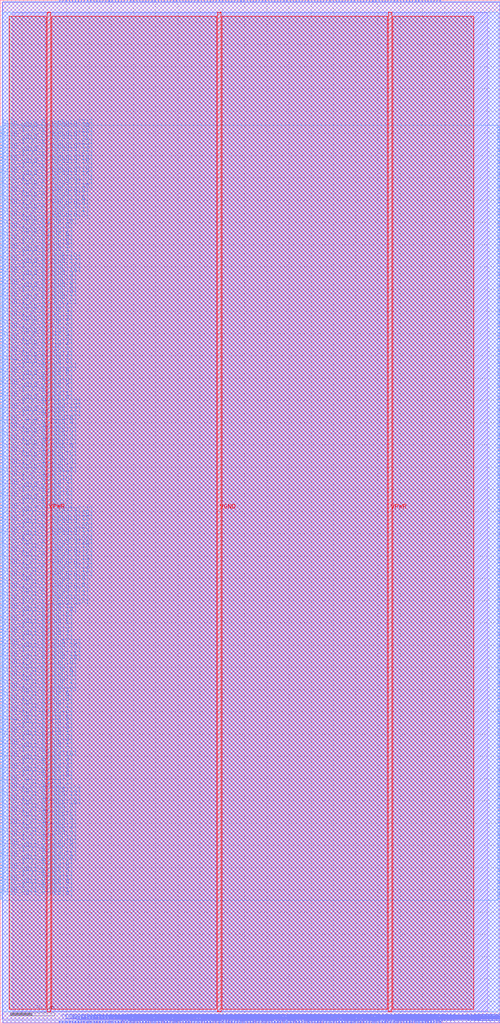
<source format=lef>
VERSION 5.7 ;
  NOWIREEXTENSIONATPIN ON ;
  DIVIDERCHAR "/" ;
  BUSBITCHARS "[]" ;
MACRO DSP
  CLASS BLOCK ;
  FOREIGN DSP ;
  ORIGIN 0.000 0.000 ;
  SIZE 225.000 BY 460.000 ;
  PIN Tile_X0Y0_E1BEG[0]
    DIRECTION OUTPUT TRISTATE ;
    USE SIGNAL ;
    ANTENNADIFFAREA 0.795200 ;
    PORT
      LAYER met3 ;
        RECT 224.200 295.160 225.000 295.760 ;
    END
  END Tile_X0Y0_E1BEG[0]
  PIN Tile_X0Y0_E1BEG[1]
    DIRECTION OUTPUT TRISTATE ;
    USE SIGNAL ;
    ANTENNADIFFAREA 0.795200 ;
    PORT
      LAYER met3 ;
        RECT 224.200 296.520 225.000 297.120 ;
    END
  END Tile_X0Y0_E1BEG[1]
  PIN Tile_X0Y0_E1BEG[2]
    DIRECTION OUTPUT TRISTATE ;
    USE SIGNAL ;
    ANTENNADIFFAREA 0.445500 ;
    PORT
      LAYER met3 ;
        RECT 224.200 297.880 225.000 298.480 ;
    END
  END Tile_X0Y0_E1BEG[2]
  PIN Tile_X0Y0_E1BEG[3]
    DIRECTION OUTPUT TRISTATE ;
    USE SIGNAL ;
    ANTENNADIFFAREA 0.445500 ;
    PORT
      LAYER met3 ;
        RECT 224.200 299.240 225.000 299.840 ;
    END
  END Tile_X0Y0_E1BEG[3]
  PIN Tile_X0Y0_E1END[0]
    DIRECTION INPUT ;
    USE SIGNAL ;
    ANTENNAGATEAREA 0.247500 ;
    PORT
      LAYER met3 ;
        RECT 0.000 295.160 0.800 295.760 ;
    END
  END Tile_X0Y0_E1END[0]
  PIN Tile_X0Y0_E1END[1]
    DIRECTION INPUT ;
    USE SIGNAL ;
    ANTENNAGATEAREA 0.213000 ;
    PORT
      LAYER met3 ;
        RECT 0.000 296.520 0.800 297.120 ;
    END
  END Tile_X0Y0_E1END[1]
  PIN Tile_X0Y0_E1END[2]
    DIRECTION INPUT ;
    USE SIGNAL ;
    ANTENNAGATEAREA 0.247500 ;
    PORT
      LAYER met3 ;
        RECT 0.000 297.880 0.800 298.480 ;
    END
  END Tile_X0Y0_E1END[2]
  PIN Tile_X0Y0_E1END[3]
    DIRECTION INPUT ;
    USE SIGNAL ;
    ANTENNAGATEAREA 0.247500 ;
    PORT
      LAYER met3 ;
        RECT 0.000 299.240 0.800 299.840 ;
    END
  END Tile_X0Y0_E1END[3]
  PIN Tile_X0Y0_E2BEG[0]
    DIRECTION OUTPUT TRISTATE ;
    USE SIGNAL ;
    ANTENNADIFFAREA 0.445500 ;
    PORT
      LAYER met3 ;
        RECT 224.200 300.600 225.000 301.200 ;
    END
  END Tile_X0Y0_E2BEG[0]
  PIN Tile_X0Y0_E2BEG[1]
    DIRECTION OUTPUT TRISTATE ;
    USE SIGNAL ;
    ANTENNADIFFAREA 0.795200 ;
    PORT
      LAYER met3 ;
        RECT 224.200 301.960 225.000 302.560 ;
    END
  END Tile_X0Y0_E2BEG[1]
  PIN Tile_X0Y0_E2BEG[2]
    DIRECTION OUTPUT TRISTATE ;
    USE SIGNAL ;
    ANTENNADIFFAREA 0.795200 ;
    PORT
      LAYER met3 ;
        RECT 224.200 303.320 225.000 303.920 ;
    END
  END Tile_X0Y0_E2BEG[2]
  PIN Tile_X0Y0_E2BEG[3]
    DIRECTION OUTPUT TRISTATE ;
    USE SIGNAL ;
    ANTENNADIFFAREA 0.795200 ;
    PORT
      LAYER met3 ;
        RECT 224.200 304.680 225.000 305.280 ;
    END
  END Tile_X0Y0_E2BEG[3]
  PIN Tile_X0Y0_E2BEG[4]
    DIRECTION OUTPUT TRISTATE ;
    USE SIGNAL ;
    ANTENNADIFFAREA 0.445500 ;
    PORT
      LAYER met3 ;
        RECT 224.200 306.040 225.000 306.640 ;
    END
  END Tile_X0Y0_E2BEG[4]
  PIN Tile_X0Y0_E2BEG[5]
    DIRECTION OUTPUT TRISTATE ;
    USE SIGNAL ;
    ANTENNADIFFAREA 0.445500 ;
    PORT
      LAYER met3 ;
        RECT 224.200 307.400 225.000 308.000 ;
    END
  END Tile_X0Y0_E2BEG[5]
  PIN Tile_X0Y0_E2BEG[6]
    DIRECTION OUTPUT TRISTATE ;
    USE SIGNAL ;
    ANTENNADIFFAREA 0.795200 ;
    PORT
      LAYER met3 ;
        RECT 224.200 308.760 225.000 309.360 ;
    END
  END Tile_X0Y0_E2BEG[6]
  PIN Tile_X0Y0_E2BEG[7]
    DIRECTION OUTPUT TRISTATE ;
    USE SIGNAL ;
    ANTENNADIFFAREA 0.795200 ;
    PORT
      LAYER met3 ;
        RECT 224.200 310.120 225.000 310.720 ;
    END
  END Tile_X0Y0_E2BEG[7]
  PIN Tile_X0Y0_E2BEGb[0]
    DIRECTION OUTPUT TRISTATE ;
    USE SIGNAL ;
    ANTENNADIFFAREA 0.445500 ;
    PORT
      LAYER met3 ;
        RECT 224.200 311.480 225.000 312.080 ;
    END
  END Tile_X0Y0_E2BEGb[0]
  PIN Tile_X0Y0_E2BEGb[1]
    DIRECTION OUTPUT TRISTATE ;
    USE SIGNAL ;
    ANTENNADIFFAREA 0.445500 ;
    PORT
      LAYER met3 ;
        RECT 224.200 312.840 225.000 313.440 ;
    END
  END Tile_X0Y0_E2BEGb[1]
  PIN Tile_X0Y0_E2BEGb[2]
    DIRECTION OUTPUT TRISTATE ;
    USE SIGNAL ;
    ANTENNADIFFAREA 0.445500 ;
    PORT
      LAYER met3 ;
        RECT 224.200 314.200 225.000 314.800 ;
    END
  END Tile_X0Y0_E2BEGb[2]
  PIN Tile_X0Y0_E2BEGb[3]
    DIRECTION OUTPUT TRISTATE ;
    USE SIGNAL ;
    ANTENNADIFFAREA 0.795200 ;
    PORT
      LAYER met3 ;
        RECT 224.200 315.560 225.000 316.160 ;
    END
  END Tile_X0Y0_E2BEGb[3]
  PIN Tile_X0Y0_E2BEGb[4]
    DIRECTION OUTPUT TRISTATE ;
    USE SIGNAL ;
    ANTENNADIFFAREA 0.795200 ;
    PORT
      LAYER met3 ;
        RECT 224.200 316.920 225.000 317.520 ;
    END
  END Tile_X0Y0_E2BEGb[4]
  PIN Tile_X0Y0_E2BEGb[5]
    DIRECTION OUTPUT TRISTATE ;
    USE SIGNAL ;
    ANTENNADIFFAREA 0.445500 ;
    PORT
      LAYER met3 ;
        RECT 224.200 318.280 225.000 318.880 ;
    END
  END Tile_X0Y0_E2BEGb[5]
  PIN Tile_X0Y0_E2BEGb[6]
    DIRECTION OUTPUT TRISTATE ;
    USE SIGNAL ;
    ANTENNADIFFAREA 0.445500 ;
    PORT
      LAYER met3 ;
        RECT 224.200 319.640 225.000 320.240 ;
    END
  END Tile_X0Y0_E2BEGb[6]
  PIN Tile_X0Y0_E2BEGb[7]
    DIRECTION OUTPUT TRISTATE ;
    USE SIGNAL ;
    ANTENNADIFFAREA 0.795200 ;
    PORT
      LAYER met3 ;
        RECT 224.200 321.000 225.000 321.600 ;
    END
  END Tile_X0Y0_E2BEGb[7]
  PIN Tile_X0Y0_E2END[0]
    DIRECTION INPUT ;
    USE SIGNAL ;
    ANTENNAGATEAREA 0.159000 ;
    PORT
      LAYER met3 ;
        RECT 0.000 311.480 0.800 312.080 ;
    END
  END Tile_X0Y0_E2END[0]
  PIN Tile_X0Y0_E2END[1]
    DIRECTION INPUT ;
    USE SIGNAL ;
    ANTENNAGATEAREA 0.213000 ;
    PORT
      LAYER met3 ;
        RECT 0.000 312.840 0.800 313.440 ;
    END
  END Tile_X0Y0_E2END[1]
  PIN Tile_X0Y0_E2END[2]
    DIRECTION INPUT ;
    USE SIGNAL ;
    ANTENNAGATEAREA 0.159000 ;
    PORT
      LAYER met3 ;
        RECT 0.000 314.200 0.800 314.800 ;
    END
  END Tile_X0Y0_E2END[2]
  PIN Tile_X0Y0_E2END[3]
    DIRECTION INPUT ;
    USE SIGNAL ;
    ANTENNAGATEAREA 0.159000 ;
    PORT
      LAYER met3 ;
        RECT 0.000 315.560 0.800 316.160 ;
    END
  END Tile_X0Y0_E2END[3]
  PIN Tile_X0Y0_E2END[4]
    DIRECTION INPUT ;
    USE SIGNAL ;
    ANTENNAGATEAREA 0.213000 ;
    PORT
      LAYER met3 ;
        RECT 0.000 316.920 0.800 317.520 ;
    END
  END Tile_X0Y0_E2END[4]
  PIN Tile_X0Y0_E2END[5]
    DIRECTION INPUT ;
    USE SIGNAL ;
    ANTENNAGATEAREA 0.159000 ;
    PORT
      LAYER met3 ;
        RECT 0.000 318.280 0.800 318.880 ;
    END
  END Tile_X0Y0_E2END[5]
  PIN Tile_X0Y0_E2END[6]
    DIRECTION INPUT ;
    USE SIGNAL ;
    ANTENNAGATEAREA 0.213000 ;
    PORT
      LAYER met3 ;
        RECT 0.000 319.640 0.800 320.240 ;
    END
  END Tile_X0Y0_E2END[6]
  PIN Tile_X0Y0_E2END[7]
    DIRECTION INPUT ;
    USE SIGNAL ;
    ANTENNAGATEAREA 0.159000 ;
    PORT
      LAYER met3 ;
        RECT 0.000 321.000 0.800 321.600 ;
    END
  END Tile_X0Y0_E2END[7]
  PIN Tile_X0Y0_E2MID[0]
    DIRECTION INPUT ;
    USE SIGNAL ;
    ANTENNAGATEAREA 0.159000 ;
    PORT
      LAYER met3 ;
        RECT 0.000 300.600 0.800 301.200 ;
    END
  END Tile_X0Y0_E2MID[0]
  PIN Tile_X0Y0_E2MID[1]
    DIRECTION INPUT ;
    USE SIGNAL ;
    ANTENNAGATEAREA 0.159000 ;
    PORT
      LAYER met3 ;
        RECT 0.000 301.960 0.800 302.560 ;
    END
  END Tile_X0Y0_E2MID[1]
  PIN Tile_X0Y0_E2MID[2]
    DIRECTION INPUT ;
    USE SIGNAL ;
    ANTENNAGATEAREA 0.213000 ;
    PORT
      LAYER met3 ;
        RECT 0.000 303.320 0.800 303.920 ;
    END
  END Tile_X0Y0_E2MID[2]
  PIN Tile_X0Y0_E2MID[3]
    DIRECTION INPUT ;
    USE SIGNAL ;
    ANTENNAGATEAREA 0.213000 ;
    PORT
      LAYER met3 ;
        RECT 0.000 304.680 0.800 305.280 ;
    END
  END Tile_X0Y0_E2MID[3]
  PIN Tile_X0Y0_E2MID[4]
    DIRECTION INPUT ;
    USE SIGNAL ;
    ANTENNAGATEAREA 0.213000 ;
    PORT
      LAYER met3 ;
        RECT 0.000 306.040 0.800 306.640 ;
    END
  END Tile_X0Y0_E2MID[4]
  PIN Tile_X0Y0_E2MID[5]
    DIRECTION INPUT ;
    USE SIGNAL ;
    ANTENNAGATEAREA 0.159000 ;
    PORT
      LAYER met3 ;
        RECT 0.000 307.400 0.800 308.000 ;
    END
  END Tile_X0Y0_E2MID[5]
  PIN Tile_X0Y0_E2MID[6]
    DIRECTION INPUT ;
    USE SIGNAL ;
    ANTENNAGATEAREA 0.159000 ;
    PORT
      LAYER met3 ;
        RECT 0.000 308.760 0.800 309.360 ;
    END
  END Tile_X0Y0_E2MID[6]
  PIN Tile_X0Y0_E2MID[7]
    DIRECTION INPUT ;
    USE SIGNAL ;
    ANTENNAGATEAREA 0.213000 ;
    PORT
      LAYER met3 ;
        RECT 0.000 310.120 0.800 310.720 ;
    END
  END Tile_X0Y0_E2MID[7]
  PIN Tile_X0Y0_E6BEG[0]
    DIRECTION OUTPUT TRISTATE ;
    USE SIGNAL ;
    ANTENNADIFFAREA 0.795200 ;
    PORT
      LAYER met3 ;
        RECT 224.200 344.120 225.000 344.720 ;
    END
  END Tile_X0Y0_E6BEG[0]
  PIN Tile_X0Y0_E6BEG[10]
    DIRECTION OUTPUT TRISTATE ;
    USE SIGNAL ;
    ANTENNADIFFAREA 0.795200 ;
    PORT
      LAYER met3 ;
        RECT 224.200 357.720 225.000 358.320 ;
    END
  END Tile_X0Y0_E6BEG[10]
  PIN Tile_X0Y0_E6BEG[11]
    DIRECTION OUTPUT TRISTATE ;
    USE SIGNAL ;
    ANTENNADIFFAREA 0.445500 ;
    PORT
      LAYER met3 ;
        RECT 224.200 359.080 225.000 359.680 ;
    END
  END Tile_X0Y0_E6BEG[11]
  PIN Tile_X0Y0_E6BEG[1]
    DIRECTION OUTPUT TRISTATE ;
    USE SIGNAL ;
    ANTENNADIFFAREA 0.445500 ;
    PORT
      LAYER met3 ;
        RECT 224.200 345.480 225.000 346.080 ;
    END
  END Tile_X0Y0_E6BEG[1]
  PIN Tile_X0Y0_E6BEG[2]
    DIRECTION OUTPUT TRISTATE ;
    USE SIGNAL ;
    ANTENNADIFFAREA 0.445500 ;
    PORT
      LAYER met3 ;
        RECT 224.200 346.840 225.000 347.440 ;
    END
  END Tile_X0Y0_E6BEG[2]
  PIN Tile_X0Y0_E6BEG[3]
    DIRECTION OUTPUT TRISTATE ;
    USE SIGNAL ;
    ANTENNADIFFAREA 0.795200 ;
    PORT
      LAYER met3 ;
        RECT 224.200 348.200 225.000 348.800 ;
    END
  END Tile_X0Y0_E6BEG[3]
  PIN Tile_X0Y0_E6BEG[4]
    DIRECTION OUTPUT TRISTATE ;
    USE SIGNAL ;
    ANTENNADIFFAREA 0.795200 ;
    PORT
      LAYER met3 ;
        RECT 224.200 349.560 225.000 350.160 ;
    END
  END Tile_X0Y0_E6BEG[4]
  PIN Tile_X0Y0_E6BEG[5]
    DIRECTION OUTPUT TRISTATE ;
    USE SIGNAL ;
    ANTENNADIFFAREA 0.795200 ;
    PORT
      LAYER met3 ;
        RECT 224.200 350.920 225.000 351.520 ;
    END
  END Tile_X0Y0_E6BEG[5]
  PIN Tile_X0Y0_E6BEG[6]
    DIRECTION OUTPUT TRISTATE ;
    USE SIGNAL ;
    ANTENNADIFFAREA 0.795200 ;
    PORT
      LAYER met3 ;
        RECT 224.200 352.280 225.000 352.880 ;
    END
  END Tile_X0Y0_E6BEG[6]
  PIN Tile_X0Y0_E6BEG[7]
    DIRECTION OUTPUT TRISTATE ;
    USE SIGNAL ;
    ANTENNADIFFAREA 0.445500 ;
    PORT
      LAYER met3 ;
        RECT 224.200 353.640 225.000 354.240 ;
    END
  END Tile_X0Y0_E6BEG[7]
  PIN Tile_X0Y0_E6BEG[8]
    DIRECTION OUTPUT TRISTATE ;
    USE SIGNAL ;
    ANTENNADIFFAREA 0.795200 ;
    PORT
      LAYER met3 ;
        RECT 224.200 355.000 225.000 355.600 ;
    END
  END Tile_X0Y0_E6BEG[8]
  PIN Tile_X0Y0_E6BEG[9]
    DIRECTION OUTPUT TRISTATE ;
    USE SIGNAL ;
    ANTENNADIFFAREA 0.795200 ;
    PORT
      LAYER met3 ;
        RECT 224.200 356.360 225.000 356.960 ;
    END
  END Tile_X0Y0_E6BEG[9]
  PIN Tile_X0Y0_E6END[0]
    DIRECTION INPUT ;
    USE SIGNAL ;
    ANTENNAGATEAREA 0.247500 ;
    PORT
      LAYER met3 ;
        RECT 0.000 344.120 0.800 344.720 ;
    END
  END Tile_X0Y0_E6END[0]
  PIN Tile_X0Y0_E6END[10]
    DIRECTION INPUT ;
    USE SIGNAL ;
    ANTENNAGATEAREA 0.196500 ;
    PORT
      LAYER met3 ;
        RECT 0.000 357.720 0.800 358.320 ;
    END
  END Tile_X0Y0_E6END[10]
  PIN Tile_X0Y0_E6END[11]
    DIRECTION INPUT ;
    USE SIGNAL ;
    ANTENNAGATEAREA 0.196500 ;
    PORT
      LAYER met3 ;
        RECT 0.000 359.080 0.800 359.680 ;
    END
  END Tile_X0Y0_E6END[11]
  PIN Tile_X0Y0_E6END[1]
    DIRECTION INPUT ;
    USE SIGNAL ;
    ANTENNAGATEAREA 0.247500 ;
    PORT
      LAYER met3 ;
        RECT 0.000 345.480 0.800 346.080 ;
    END
  END Tile_X0Y0_E6END[1]
  PIN Tile_X0Y0_E6END[2]
    DIRECTION INPUT ;
    USE SIGNAL ;
    ANTENNAGATEAREA 0.196500 ;
    PORT
      LAYER met3 ;
        RECT 0.000 346.840 0.800 347.440 ;
    END
  END Tile_X0Y0_E6END[2]
  PIN Tile_X0Y0_E6END[3]
    DIRECTION INPUT ;
    USE SIGNAL ;
    ANTENNAGATEAREA 0.196500 ;
    PORT
      LAYER met3 ;
        RECT 0.000 348.200 0.800 348.800 ;
    END
  END Tile_X0Y0_E6END[3]
  PIN Tile_X0Y0_E6END[4]
    DIRECTION INPUT ;
    USE SIGNAL ;
    ANTENNAGATEAREA 0.196500 ;
    PORT
      LAYER met3 ;
        RECT 0.000 349.560 0.800 350.160 ;
    END
  END Tile_X0Y0_E6END[4]
  PIN Tile_X0Y0_E6END[5]
    DIRECTION INPUT ;
    USE SIGNAL ;
    ANTENNAGATEAREA 0.196500 ;
    PORT
      LAYER met3 ;
        RECT 0.000 350.920 0.800 351.520 ;
    END
  END Tile_X0Y0_E6END[5]
  PIN Tile_X0Y0_E6END[6]
    DIRECTION INPUT ;
    USE SIGNAL ;
    ANTENNAGATEAREA 0.196500 ;
    PORT
      LAYER met3 ;
        RECT 0.000 352.280 0.800 352.880 ;
    END
  END Tile_X0Y0_E6END[6]
  PIN Tile_X0Y0_E6END[7]
    DIRECTION INPUT ;
    USE SIGNAL ;
    ANTENNAGATEAREA 0.196500 ;
    PORT
      LAYER met3 ;
        RECT 0.000 353.640 0.800 354.240 ;
    END
  END Tile_X0Y0_E6END[7]
  PIN Tile_X0Y0_E6END[8]
    DIRECTION INPUT ;
    USE SIGNAL ;
    ANTENNAGATEAREA 0.196500 ;
    PORT
      LAYER met3 ;
        RECT 0.000 355.000 0.800 355.600 ;
    END
  END Tile_X0Y0_E6END[8]
  PIN Tile_X0Y0_E6END[9]
    DIRECTION INPUT ;
    USE SIGNAL ;
    ANTENNAGATEAREA 0.196500 ;
    PORT
      LAYER met3 ;
        RECT 0.000 356.360 0.800 356.960 ;
    END
  END Tile_X0Y0_E6END[9]
  PIN Tile_X0Y0_EE4BEG[0]
    DIRECTION OUTPUT TRISTATE ;
    USE SIGNAL ;
    ANTENNADIFFAREA 0.795200 ;
    PORT
      LAYER met3 ;
        RECT 224.200 322.360 225.000 322.960 ;
    END
  END Tile_X0Y0_EE4BEG[0]
  PIN Tile_X0Y0_EE4BEG[10]
    DIRECTION OUTPUT TRISTATE ;
    USE SIGNAL ;
    ANTENNADIFFAREA 0.795200 ;
    PORT
      LAYER met3 ;
        RECT 224.200 335.960 225.000 336.560 ;
    END
  END Tile_X0Y0_EE4BEG[10]
  PIN Tile_X0Y0_EE4BEG[11]
    DIRECTION OUTPUT TRISTATE ;
    USE SIGNAL ;
    ANTENNADIFFAREA 0.795200 ;
    PORT
      LAYER met3 ;
        RECT 224.200 337.320 225.000 337.920 ;
    END
  END Tile_X0Y0_EE4BEG[11]
  PIN Tile_X0Y0_EE4BEG[12]
    DIRECTION OUTPUT TRISTATE ;
    USE SIGNAL ;
    ANTENNADIFFAREA 0.795200 ;
    PORT
      LAYER met3 ;
        RECT 224.200 338.680 225.000 339.280 ;
    END
  END Tile_X0Y0_EE4BEG[12]
  PIN Tile_X0Y0_EE4BEG[13]
    DIRECTION OUTPUT TRISTATE ;
    USE SIGNAL ;
    ANTENNADIFFAREA 0.445500 ;
    PORT
      LAYER met3 ;
        RECT 224.200 340.040 225.000 340.640 ;
    END
  END Tile_X0Y0_EE4BEG[13]
  PIN Tile_X0Y0_EE4BEG[14]
    DIRECTION OUTPUT TRISTATE ;
    USE SIGNAL ;
    ANTENNADIFFAREA 0.445500 ;
    PORT
      LAYER met3 ;
        RECT 224.200 341.400 225.000 342.000 ;
    END
  END Tile_X0Y0_EE4BEG[14]
  PIN Tile_X0Y0_EE4BEG[15]
    DIRECTION OUTPUT TRISTATE ;
    USE SIGNAL ;
    ANTENNADIFFAREA 0.795200 ;
    PORT
      LAYER met3 ;
        RECT 224.200 342.760 225.000 343.360 ;
    END
  END Tile_X0Y0_EE4BEG[15]
  PIN Tile_X0Y0_EE4BEG[1]
    DIRECTION OUTPUT TRISTATE ;
    USE SIGNAL ;
    ANTENNADIFFAREA 0.795200 ;
    PORT
      LAYER met3 ;
        RECT 224.200 323.720 225.000 324.320 ;
    END
  END Tile_X0Y0_EE4BEG[1]
  PIN Tile_X0Y0_EE4BEG[2]
    DIRECTION OUTPUT TRISTATE ;
    USE SIGNAL ;
    ANTENNADIFFAREA 0.795200 ;
    PORT
      LAYER met3 ;
        RECT 224.200 325.080 225.000 325.680 ;
    END
  END Tile_X0Y0_EE4BEG[2]
  PIN Tile_X0Y0_EE4BEG[3]
    DIRECTION OUTPUT TRISTATE ;
    USE SIGNAL ;
    ANTENNADIFFAREA 0.445500 ;
    PORT
      LAYER met3 ;
        RECT 224.200 326.440 225.000 327.040 ;
    END
  END Tile_X0Y0_EE4BEG[3]
  PIN Tile_X0Y0_EE4BEG[4]
    DIRECTION OUTPUT TRISTATE ;
    USE SIGNAL ;
    ANTENNADIFFAREA 0.795200 ;
    PORT
      LAYER met3 ;
        RECT 224.200 327.800 225.000 328.400 ;
    END
  END Tile_X0Y0_EE4BEG[4]
  PIN Tile_X0Y0_EE4BEG[5]
    DIRECTION OUTPUT TRISTATE ;
    USE SIGNAL ;
    ANTENNADIFFAREA 0.795200 ;
    PORT
      LAYER met3 ;
        RECT 224.200 329.160 225.000 329.760 ;
    END
  END Tile_X0Y0_EE4BEG[5]
  PIN Tile_X0Y0_EE4BEG[6]
    DIRECTION OUTPUT TRISTATE ;
    USE SIGNAL ;
    ANTENNADIFFAREA 0.795200 ;
    PORT
      LAYER met3 ;
        RECT 224.200 330.520 225.000 331.120 ;
    END
  END Tile_X0Y0_EE4BEG[6]
  PIN Tile_X0Y0_EE4BEG[7]
    DIRECTION OUTPUT TRISTATE ;
    USE SIGNAL ;
    ANTENNADIFFAREA 0.445500 ;
    PORT
      LAYER met3 ;
        RECT 224.200 331.880 225.000 332.480 ;
    END
  END Tile_X0Y0_EE4BEG[7]
  PIN Tile_X0Y0_EE4BEG[8]
    DIRECTION OUTPUT TRISTATE ;
    USE SIGNAL ;
    ANTENNADIFFAREA 0.795200 ;
    PORT
      LAYER met3 ;
        RECT 224.200 333.240 225.000 333.840 ;
    END
  END Tile_X0Y0_EE4BEG[8]
  PIN Tile_X0Y0_EE4BEG[9]
    DIRECTION OUTPUT TRISTATE ;
    USE SIGNAL ;
    ANTENNADIFFAREA 0.795200 ;
    PORT
      LAYER met3 ;
        RECT 224.200 334.600 225.000 335.200 ;
    END
  END Tile_X0Y0_EE4BEG[9]
  PIN Tile_X0Y0_EE4END[0]
    DIRECTION INPUT ;
    USE SIGNAL ;
    ANTENNAGATEAREA 0.213000 ;
    PORT
      LAYER met3 ;
        RECT 0.000 322.360 0.800 322.960 ;
    END
  END Tile_X0Y0_EE4END[0]
  PIN Tile_X0Y0_EE4END[10]
    DIRECTION INPUT ;
    USE SIGNAL ;
    ANTENNAGATEAREA 0.196500 ;
    PORT
      LAYER met3 ;
        RECT 0.000 335.960 0.800 336.560 ;
    END
  END Tile_X0Y0_EE4END[10]
  PIN Tile_X0Y0_EE4END[11]
    DIRECTION INPUT ;
    USE SIGNAL ;
    ANTENNAGATEAREA 0.196500 ;
    PORT
      LAYER met3 ;
        RECT 0.000 337.320 0.800 337.920 ;
    END
  END Tile_X0Y0_EE4END[11]
  PIN Tile_X0Y0_EE4END[12]
    DIRECTION INPUT ;
    USE SIGNAL ;
    ANTENNAGATEAREA 0.196500 ;
    PORT
      LAYER met3 ;
        RECT 0.000 338.680 0.800 339.280 ;
    END
  END Tile_X0Y0_EE4END[12]
  PIN Tile_X0Y0_EE4END[13]
    DIRECTION INPUT ;
    USE SIGNAL ;
    ANTENNAGATEAREA 0.196500 ;
    PORT
      LAYER met3 ;
        RECT 0.000 340.040 0.800 340.640 ;
    END
  END Tile_X0Y0_EE4END[13]
  PIN Tile_X0Y0_EE4END[14]
    DIRECTION INPUT ;
    USE SIGNAL ;
    ANTENNAGATEAREA 0.196500 ;
    PORT
      LAYER met3 ;
        RECT 0.000 341.400 0.800 342.000 ;
    END
  END Tile_X0Y0_EE4END[14]
  PIN Tile_X0Y0_EE4END[15]
    DIRECTION INPUT ;
    USE SIGNAL ;
    ANTENNAGATEAREA 0.196500 ;
    PORT
      LAYER met3 ;
        RECT 0.000 342.760 0.800 343.360 ;
    END
  END Tile_X0Y0_EE4END[15]
  PIN Tile_X0Y0_EE4END[1]
    DIRECTION INPUT ;
    USE SIGNAL ;
    ANTENNAGATEAREA 0.213000 ;
    PORT
      LAYER met3 ;
        RECT 0.000 323.720 0.800 324.320 ;
    END
  END Tile_X0Y0_EE4END[1]
  PIN Tile_X0Y0_EE4END[2]
    DIRECTION INPUT ;
    USE SIGNAL ;
    ANTENNAGATEAREA 0.213000 ;
    PORT
      LAYER met3 ;
        RECT 0.000 325.080 0.800 325.680 ;
    END
  END Tile_X0Y0_EE4END[2]
  PIN Tile_X0Y0_EE4END[3]
    DIRECTION INPUT ;
    USE SIGNAL ;
    ANTENNAGATEAREA 0.196500 ;
    PORT
      LAYER met3 ;
        RECT 0.000 326.440 0.800 327.040 ;
    END
  END Tile_X0Y0_EE4END[3]
  PIN Tile_X0Y0_EE4END[4]
    DIRECTION INPUT ;
    USE SIGNAL ;
    ANTENNAGATEAREA 0.196500 ;
    PORT
      LAYER met3 ;
        RECT 0.000 327.800 0.800 328.400 ;
    END
  END Tile_X0Y0_EE4END[4]
  PIN Tile_X0Y0_EE4END[5]
    DIRECTION INPUT ;
    USE SIGNAL ;
    ANTENNAGATEAREA 0.196500 ;
    PORT
      LAYER met3 ;
        RECT 0.000 329.160 0.800 329.760 ;
    END
  END Tile_X0Y0_EE4END[5]
  PIN Tile_X0Y0_EE4END[6]
    DIRECTION INPUT ;
    USE SIGNAL ;
    ANTENNAGATEAREA 0.196500 ;
    PORT
      LAYER met3 ;
        RECT 0.000 330.520 0.800 331.120 ;
    END
  END Tile_X0Y0_EE4END[6]
  PIN Tile_X0Y0_EE4END[7]
    DIRECTION INPUT ;
    USE SIGNAL ;
    ANTENNAGATEAREA 0.196500 ;
    PORT
      LAYER met3 ;
        RECT 0.000 331.880 0.800 332.480 ;
    END
  END Tile_X0Y0_EE4END[7]
  PIN Tile_X0Y0_EE4END[8]
    DIRECTION INPUT ;
    USE SIGNAL ;
    ANTENNAGATEAREA 0.196500 ;
    PORT
      LAYER met3 ;
        RECT 0.000 333.240 0.800 333.840 ;
    END
  END Tile_X0Y0_EE4END[8]
  PIN Tile_X0Y0_EE4END[9]
    DIRECTION INPUT ;
    USE SIGNAL ;
    ANTENNAGATEAREA 0.196500 ;
    PORT
      LAYER met3 ;
        RECT 0.000 334.600 0.800 335.200 ;
    END
  END Tile_X0Y0_EE4END[9]
  PIN Tile_X0Y0_FrameData[0]
    DIRECTION INPUT ;
    USE SIGNAL ;
    ANTENNAGATEAREA 0.426000 ;
    PORT
      LAYER met3 ;
        RECT 0.000 360.440 0.800 361.040 ;
    END
  END Tile_X0Y0_FrameData[0]
  PIN Tile_X0Y0_FrameData[10]
    DIRECTION INPUT ;
    USE SIGNAL ;
    ANTENNAGATEAREA 0.426000 ;
    PORT
      LAYER met3 ;
        RECT 0.000 374.040 0.800 374.640 ;
    END
  END Tile_X0Y0_FrameData[10]
  PIN Tile_X0Y0_FrameData[11]
    DIRECTION INPUT ;
    USE SIGNAL ;
    ANTENNAGATEAREA 0.426000 ;
    PORT
      LAYER met3 ;
        RECT 0.000 375.400 0.800 376.000 ;
    END
  END Tile_X0Y0_FrameData[11]
  PIN Tile_X0Y0_FrameData[12]
    DIRECTION INPUT ;
    USE SIGNAL ;
    ANTENNAGATEAREA 0.426000 ;
    PORT
      LAYER met3 ;
        RECT 0.000 376.760 0.800 377.360 ;
    END
  END Tile_X0Y0_FrameData[12]
  PIN Tile_X0Y0_FrameData[13]
    DIRECTION INPUT ;
    USE SIGNAL ;
    ANTENNAGATEAREA 0.426000 ;
    PORT
      LAYER met3 ;
        RECT 0.000 378.120 0.800 378.720 ;
    END
  END Tile_X0Y0_FrameData[13]
  PIN Tile_X0Y0_FrameData[14]
    DIRECTION INPUT ;
    USE SIGNAL ;
    ANTENNAGATEAREA 0.495000 ;
    PORT
      LAYER met3 ;
        RECT 0.000 379.480 0.800 380.080 ;
    END
  END Tile_X0Y0_FrameData[14]
  PIN Tile_X0Y0_FrameData[15]
    DIRECTION INPUT ;
    USE SIGNAL ;
    ANTENNAGATEAREA 0.495000 ;
    PORT
      LAYER met3 ;
        RECT 0.000 380.840 0.800 381.440 ;
    END
  END Tile_X0Y0_FrameData[15]
  PIN Tile_X0Y0_FrameData[16]
    DIRECTION INPUT ;
    USE SIGNAL ;
    ANTENNAGATEAREA 0.426000 ;
    PORT
      LAYER met3 ;
        RECT 0.000 382.200 0.800 382.800 ;
    END
  END Tile_X0Y0_FrameData[16]
  PIN Tile_X0Y0_FrameData[17]
    DIRECTION INPUT ;
    USE SIGNAL ;
    ANTENNAGATEAREA 0.247500 ;
    PORT
      LAYER met3 ;
        RECT 0.000 383.560 0.800 384.160 ;
    END
  END Tile_X0Y0_FrameData[17]
  PIN Tile_X0Y0_FrameData[18]
    DIRECTION INPUT ;
    USE SIGNAL ;
    ANTENNAGATEAREA 0.426000 ;
    PORT
      LAYER met3 ;
        RECT 0.000 384.920 0.800 385.520 ;
    END
  END Tile_X0Y0_FrameData[18]
  PIN Tile_X0Y0_FrameData[19]
    DIRECTION INPUT ;
    USE SIGNAL ;
    ANTENNAGATEAREA 0.426000 ;
    PORT
      LAYER met3 ;
        RECT 0.000 386.280 0.800 386.880 ;
    END
  END Tile_X0Y0_FrameData[19]
  PIN Tile_X0Y0_FrameData[1]
    DIRECTION INPUT ;
    USE SIGNAL ;
    ANTENNAGATEAREA 0.426000 ;
    PORT
      LAYER met3 ;
        RECT 0.000 361.800 0.800 362.400 ;
    END
  END Tile_X0Y0_FrameData[1]
  PIN Tile_X0Y0_FrameData[20]
    DIRECTION INPUT ;
    USE SIGNAL ;
    ANTENNAGATEAREA 0.495000 ;
    PORT
      LAYER met3 ;
        RECT 0.000 387.640 0.800 388.240 ;
    END
  END Tile_X0Y0_FrameData[20]
  PIN Tile_X0Y0_FrameData[21]
    DIRECTION INPUT ;
    USE SIGNAL ;
    ANTENNAGATEAREA 0.495000 ;
    PORT
      LAYER met3 ;
        RECT 0.000 389.000 0.800 389.600 ;
    END
  END Tile_X0Y0_FrameData[21]
  PIN Tile_X0Y0_FrameData[22]
    DIRECTION INPUT ;
    USE SIGNAL ;
    ANTENNAGATEAREA 0.426000 ;
    PORT
      LAYER met3 ;
        RECT 0.000 390.360 0.800 390.960 ;
    END
  END Tile_X0Y0_FrameData[22]
  PIN Tile_X0Y0_FrameData[23]
    DIRECTION INPUT ;
    USE SIGNAL ;
    ANTENNAGATEAREA 0.426000 ;
    PORT
      LAYER met3 ;
        RECT 0.000 391.720 0.800 392.320 ;
    END
  END Tile_X0Y0_FrameData[23]
  PIN Tile_X0Y0_FrameData[24]
    DIRECTION INPUT ;
    USE SIGNAL ;
    ANTENNAGATEAREA 0.426000 ;
    PORT
      LAYER met3 ;
        RECT 0.000 393.080 0.800 393.680 ;
    END
  END Tile_X0Y0_FrameData[24]
  PIN Tile_X0Y0_FrameData[25]
    DIRECTION INPUT ;
    USE SIGNAL ;
    ANTENNAGATEAREA 0.426000 ;
    PORT
      LAYER met3 ;
        RECT 0.000 394.440 0.800 395.040 ;
    END
  END Tile_X0Y0_FrameData[25]
  PIN Tile_X0Y0_FrameData[26]
    DIRECTION INPUT ;
    USE SIGNAL ;
    ANTENNAGATEAREA 0.426000 ;
    PORT
      LAYER met3 ;
        RECT 0.000 395.800 0.800 396.400 ;
    END
  END Tile_X0Y0_FrameData[26]
  PIN Tile_X0Y0_FrameData[27]
    DIRECTION INPUT ;
    USE SIGNAL ;
    ANTENNAGATEAREA 0.426000 ;
    PORT
      LAYER met3 ;
        RECT 0.000 397.160 0.800 397.760 ;
    END
  END Tile_X0Y0_FrameData[27]
  PIN Tile_X0Y0_FrameData[28]
    DIRECTION INPUT ;
    USE SIGNAL ;
    ANTENNAGATEAREA 0.495000 ;
    PORT
      LAYER met3 ;
        RECT 0.000 398.520 0.800 399.120 ;
    END
  END Tile_X0Y0_FrameData[28]
  PIN Tile_X0Y0_FrameData[29]
    DIRECTION INPUT ;
    USE SIGNAL ;
    ANTENNAGATEAREA 0.495000 ;
    PORT
      LAYER met3 ;
        RECT 0.000 399.880 0.800 400.480 ;
    END
  END Tile_X0Y0_FrameData[29]
  PIN Tile_X0Y0_FrameData[2]
    DIRECTION INPUT ;
    USE SIGNAL ;
    ANTENNAGATEAREA 0.426000 ;
    PORT
      LAYER met3 ;
        RECT 0.000 363.160 0.800 363.760 ;
    END
  END Tile_X0Y0_FrameData[2]
  PIN Tile_X0Y0_FrameData[30]
    DIRECTION INPUT ;
    USE SIGNAL ;
    ANTENNAGATEAREA 0.426000 ;
    PORT
      LAYER met3 ;
        RECT 0.000 401.240 0.800 401.840 ;
    END
  END Tile_X0Y0_FrameData[30]
  PIN Tile_X0Y0_FrameData[31]
    DIRECTION INPUT ;
    USE SIGNAL ;
    ANTENNAGATEAREA 0.426000 ;
    PORT
      LAYER met3 ;
        RECT 0.000 402.600 0.800 403.200 ;
    END
  END Tile_X0Y0_FrameData[31]
  PIN Tile_X0Y0_FrameData[3]
    DIRECTION INPUT ;
    USE SIGNAL ;
    ANTENNAGATEAREA 0.426000 ;
    PORT
      LAYER met3 ;
        RECT 0.000 364.520 0.800 365.120 ;
    END
  END Tile_X0Y0_FrameData[3]
  PIN Tile_X0Y0_FrameData[4]
    DIRECTION INPUT ;
    USE SIGNAL ;
    ANTENNAGATEAREA 0.426000 ;
    PORT
      LAYER met3 ;
        RECT 0.000 365.880 0.800 366.480 ;
    END
  END Tile_X0Y0_FrameData[4]
  PIN Tile_X0Y0_FrameData[5]
    DIRECTION INPUT ;
    USE SIGNAL ;
    ANTENNAGATEAREA 0.426000 ;
    PORT
      LAYER met3 ;
        RECT 0.000 367.240 0.800 367.840 ;
    END
  END Tile_X0Y0_FrameData[5]
  PIN Tile_X0Y0_FrameData[6]
    DIRECTION INPUT ;
    USE SIGNAL ;
    ANTENNAGATEAREA 0.247500 ;
    PORT
      LAYER met3 ;
        RECT 0.000 368.600 0.800 369.200 ;
    END
  END Tile_X0Y0_FrameData[6]
  PIN Tile_X0Y0_FrameData[7]
    DIRECTION INPUT ;
    USE SIGNAL ;
    ANTENNAGATEAREA 0.426000 ;
    PORT
      LAYER met3 ;
        RECT 0.000 369.960 0.800 370.560 ;
    END
  END Tile_X0Y0_FrameData[7]
  PIN Tile_X0Y0_FrameData[8]
    DIRECTION INPUT ;
    USE SIGNAL ;
    ANTENNAGATEAREA 0.247500 ;
    PORT
      LAYER met3 ;
        RECT 0.000 371.320 0.800 371.920 ;
    END
  END Tile_X0Y0_FrameData[8]
  PIN Tile_X0Y0_FrameData[9]
    DIRECTION INPUT ;
    USE SIGNAL ;
    ANTENNAGATEAREA 0.426000 ;
    PORT
      LAYER met3 ;
        RECT 0.000 372.680 0.800 373.280 ;
    END
  END Tile_X0Y0_FrameData[9]
  PIN Tile_X0Y0_FrameData_O[0]
    DIRECTION OUTPUT TRISTATE ;
    USE SIGNAL ;
    ANTENNADIFFAREA 0.795200 ;
    PORT
      LAYER met3 ;
        RECT 224.200 360.440 225.000 361.040 ;
    END
  END Tile_X0Y0_FrameData_O[0]
  PIN Tile_X0Y0_FrameData_O[10]
    DIRECTION OUTPUT TRISTATE ;
    USE SIGNAL ;
    ANTENNADIFFAREA 0.445500 ;
    PORT
      LAYER met3 ;
        RECT 224.200 374.040 225.000 374.640 ;
    END
  END Tile_X0Y0_FrameData_O[10]
  PIN Tile_X0Y0_FrameData_O[11]
    DIRECTION OUTPUT TRISTATE ;
    USE SIGNAL ;
    ANTENNADIFFAREA 0.795200 ;
    PORT
      LAYER met3 ;
        RECT 224.200 375.400 225.000 376.000 ;
    END
  END Tile_X0Y0_FrameData_O[11]
  PIN Tile_X0Y0_FrameData_O[12]
    DIRECTION OUTPUT TRISTATE ;
    USE SIGNAL ;
    ANTENNADIFFAREA 0.795200 ;
    PORT
      LAYER met3 ;
        RECT 224.200 376.760 225.000 377.360 ;
    END
  END Tile_X0Y0_FrameData_O[12]
  PIN Tile_X0Y0_FrameData_O[13]
    DIRECTION OUTPUT TRISTATE ;
    USE SIGNAL ;
    ANTENNADIFFAREA 0.795200 ;
    PORT
      LAYER met3 ;
        RECT 224.200 378.120 225.000 378.720 ;
    END
  END Tile_X0Y0_FrameData_O[13]
  PIN Tile_X0Y0_FrameData_O[14]
    DIRECTION OUTPUT TRISTATE ;
    USE SIGNAL ;
    ANTENNADIFFAREA 0.795200 ;
    PORT
      LAYER met3 ;
        RECT 224.200 379.480 225.000 380.080 ;
    END
  END Tile_X0Y0_FrameData_O[14]
  PIN Tile_X0Y0_FrameData_O[15]
    DIRECTION OUTPUT TRISTATE ;
    USE SIGNAL ;
    ANTENNADIFFAREA 0.445500 ;
    PORT
      LAYER met3 ;
        RECT 224.200 380.840 225.000 381.440 ;
    END
  END Tile_X0Y0_FrameData_O[15]
  PIN Tile_X0Y0_FrameData_O[16]
    DIRECTION OUTPUT TRISTATE ;
    USE SIGNAL ;
    ANTENNADIFFAREA 0.795200 ;
    PORT
      LAYER met3 ;
        RECT 224.200 382.200 225.000 382.800 ;
    END
  END Tile_X0Y0_FrameData_O[16]
  PIN Tile_X0Y0_FrameData_O[17]
    DIRECTION OUTPUT TRISTATE ;
    USE SIGNAL ;
    ANTENNADIFFAREA 0.795200 ;
    PORT
      LAYER met3 ;
        RECT 224.200 383.560 225.000 384.160 ;
    END
  END Tile_X0Y0_FrameData_O[17]
  PIN Tile_X0Y0_FrameData_O[18]
    DIRECTION OUTPUT TRISTATE ;
    USE SIGNAL ;
    ANTENNADIFFAREA 0.795200 ;
    PORT
      LAYER met3 ;
        RECT 224.200 384.920 225.000 385.520 ;
    END
  END Tile_X0Y0_FrameData_O[18]
  PIN Tile_X0Y0_FrameData_O[19]
    DIRECTION OUTPUT TRISTATE ;
    USE SIGNAL ;
    ANTENNADIFFAREA 0.445500 ;
    PORT
      LAYER met3 ;
        RECT 224.200 386.280 225.000 386.880 ;
    END
  END Tile_X0Y0_FrameData_O[19]
  PIN Tile_X0Y0_FrameData_O[1]
    DIRECTION OUTPUT TRISTATE ;
    USE SIGNAL ;
    ANTENNADIFFAREA 0.445500 ;
    PORT
      LAYER met3 ;
        RECT 224.200 361.800 225.000 362.400 ;
    END
  END Tile_X0Y0_FrameData_O[1]
  PIN Tile_X0Y0_FrameData_O[20]
    DIRECTION OUTPUT TRISTATE ;
    USE SIGNAL ;
    ANTENNADIFFAREA 0.795200 ;
    PORT
      LAYER met3 ;
        RECT 224.200 387.640 225.000 388.240 ;
    END
  END Tile_X0Y0_FrameData_O[20]
  PIN Tile_X0Y0_FrameData_O[21]
    DIRECTION OUTPUT TRISTATE ;
    USE SIGNAL ;
    ANTENNADIFFAREA 0.445500 ;
    PORT
      LAYER met3 ;
        RECT 224.200 389.000 225.000 389.600 ;
    END
  END Tile_X0Y0_FrameData_O[21]
  PIN Tile_X0Y0_FrameData_O[22]
    DIRECTION OUTPUT TRISTATE ;
    USE SIGNAL ;
    ANTENNADIFFAREA 0.445500 ;
    PORT
      LAYER met3 ;
        RECT 224.200 390.360 225.000 390.960 ;
    END
  END Tile_X0Y0_FrameData_O[22]
  PIN Tile_X0Y0_FrameData_O[23]
    DIRECTION OUTPUT TRISTATE ;
    USE SIGNAL ;
    ANTENNADIFFAREA 0.795200 ;
    PORT
      LAYER met3 ;
        RECT 224.200 391.720 225.000 392.320 ;
    END
  END Tile_X0Y0_FrameData_O[23]
  PIN Tile_X0Y0_FrameData_O[24]
    DIRECTION OUTPUT TRISTATE ;
    USE SIGNAL ;
    ANTENNADIFFAREA 0.795200 ;
    PORT
      LAYER met3 ;
        RECT 224.200 393.080 225.000 393.680 ;
    END
  END Tile_X0Y0_FrameData_O[24]
  PIN Tile_X0Y0_FrameData_O[25]
    DIRECTION OUTPUT TRISTATE ;
    USE SIGNAL ;
    ANTENNADIFFAREA 0.445500 ;
    PORT
      LAYER met3 ;
        RECT 224.200 394.440 225.000 395.040 ;
    END
  END Tile_X0Y0_FrameData_O[25]
  PIN Tile_X0Y0_FrameData_O[26]
    DIRECTION OUTPUT TRISTATE ;
    USE SIGNAL ;
    ANTENNADIFFAREA 0.445500 ;
    PORT
      LAYER met3 ;
        RECT 224.200 395.800 225.000 396.400 ;
    END
  END Tile_X0Y0_FrameData_O[26]
  PIN Tile_X0Y0_FrameData_O[27]
    DIRECTION OUTPUT TRISTATE ;
    USE SIGNAL ;
    ANTENNADIFFAREA 0.795200 ;
    PORT
      LAYER met3 ;
        RECT 224.200 397.160 225.000 397.760 ;
    END
  END Tile_X0Y0_FrameData_O[27]
  PIN Tile_X0Y0_FrameData_O[28]
    DIRECTION OUTPUT TRISTATE ;
    USE SIGNAL ;
    ANTENNADIFFAREA 0.795200 ;
    PORT
      LAYER met3 ;
        RECT 224.200 398.520 225.000 399.120 ;
    END
  END Tile_X0Y0_FrameData_O[28]
  PIN Tile_X0Y0_FrameData_O[29]
    DIRECTION OUTPUT TRISTATE ;
    USE SIGNAL ;
    ANTENNADIFFAREA 0.795200 ;
    PORT
      LAYER met3 ;
        RECT 224.200 399.880 225.000 400.480 ;
    END
  END Tile_X0Y0_FrameData_O[29]
  PIN Tile_X0Y0_FrameData_O[2]
    DIRECTION OUTPUT TRISTATE ;
    USE SIGNAL ;
    ANTENNADIFFAREA 0.795200 ;
    PORT
      LAYER met3 ;
        RECT 224.200 363.160 225.000 363.760 ;
    END
  END Tile_X0Y0_FrameData_O[2]
  PIN Tile_X0Y0_FrameData_O[30]
    DIRECTION OUTPUT TRISTATE ;
    USE SIGNAL ;
    ANTENNADIFFAREA 0.795200 ;
    PORT
      LAYER met3 ;
        RECT 224.200 401.240 225.000 401.840 ;
    END
  END Tile_X0Y0_FrameData_O[30]
  PIN Tile_X0Y0_FrameData_O[31]
    DIRECTION OUTPUT TRISTATE ;
    USE SIGNAL ;
    ANTENNADIFFAREA 0.445500 ;
    PORT
      LAYER met3 ;
        RECT 224.200 402.600 225.000 403.200 ;
    END
  END Tile_X0Y0_FrameData_O[31]
  PIN Tile_X0Y0_FrameData_O[3]
    DIRECTION OUTPUT TRISTATE ;
    USE SIGNAL ;
    ANTENNADIFFAREA 0.795200 ;
    PORT
      LAYER met3 ;
        RECT 224.200 364.520 225.000 365.120 ;
    END
  END Tile_X0Y0_FrameData_O[3]
  PIN Tile_X0Y0_FrameData_O[4]
    DIRECTION OUTPUT TRISTATE ;
    USE SIGNAL ;
    ANTENNADIFFAREA 0.795200 ;
    PORT
      LAYER met3 ;
        RECT 224.200 365.880 225.000 366.480 ;
    END
  END Tile_X0Y0_FrameData_O[4]
  PIN Tile_X0Y0_FrameData_O[5]
    DIRECTION OUTPUT TRISTATE ;
    USE SIGNAL ;
    ANTENNADIFFAREA 0.445500 ;
    PORT
      LAYER met3 ;
        RECT 224.200 367.240 225.000 367.840 ;
    END
  END Tile_X0Y0_FrameData_O[5]
  PIN Tile_X0Y0_FrameData_O[6]
    DIRECTION OUTPUT TRISTATE ;
    USE SIGNAL ;
    ANTENNADIFFAREA 0.445500 ;
    PORT
      LAYER met3 ;
        RECT 224.200 368.600 225.000 369.200 ;
    END
  END Tile_X0Y0_FrameData_O[6]
  PIN Tile_X0Y0_FrameData_O[7]
    DIRECTION OUTPUT TRISTATE ;
    USE SIGNAL ;
    ANTENNADIFFAREA 0.795200 ;
    PORT
      LAYER met3 ;
        RECT 224.200 369.960 225.000 370.560 ;
    END
  END Tile_X0Y0_FrameData_O[7]
  PIN Tile_X0Y0_FrameData_O[8]
    DIRECTION OUTPUT TRISTATE ;
    USE SIGNAL ;
    ANTENNADIFFAREA 0.795200 ;
    PORT
      LAYER met3 ;
        RECT 224.200 371.320 225.000 371.920 ;
    END
  END Tile_X0Y0_FrameData_O[8]
  PIN Tile_X0Y0_FrameData_O[9]
    DIRECTION OUTPUT TRISTATE ;
    USE SIGNAL ;
    ANTENNADIFFAREA 0.445500 ;
    PORT
      LAYER met3 ;
        RECT 224.200 372.680 225.000 373.280 ;
    END
  END Tile_X0Y0_FrameData_O[9]
  PIN Tile_X0Y0_FrameStrobe_O[0]
    DIRECTION OUTPUT TRISTATE ;
    USE SIGNAL ;
    ANTENNADIFFAREA 0.795200 ;
    PORT
      LAYER met2 ;
        RECT 171.670 459.200 171.950 460.000 ;
    END
  END Tile_X0Y0_FrameStrobe_O[0]
  PIN Tile_X0Y0_FrameStrobe_O[10]
    DIRECTION OUTPUT TRISTATE ;
    USE SIGNAL ;
    ANTENNADIFFAREA 0.795200 ;
    PORT
      LAYER met2 ;
        RECT 185.470 459.200 185.750 460.000 ;
    END
  END Tile_X0Y0_FrameStrobe_O[10]
  PIN Tile_X0Y0_FrameStrobe_O[11]
    DIRECTION OUTPUT TRISTATE ;
    USE SIGNAL ;
    ANTENNADIFFAREA 0.795200 ;
    PORT
      LAYER met2 ;
        RECT 186.850 459.200 187.130 460.000 ;
    END
  END Tile_X0Y0_FrameStrobe_O[11]
  PIN Tile_X0Y0_FrameStrobe_O[12]
    DIRECTION OUTPUT TRISTATE ;
    USE SIGNAL ;
    ANTENNADIFFAREA 0.795200 ;
    PORT
      LAYER met2 ;
        RECT 188.230 459.200 188.510 460.000 ;
    END
  END Tile_X0Y0_FrameStrobe_O[12]
  PIN Tile_X0Y0_FrameStrobe_O[13]
    DIRECTION OUTPUT TRISTATE ;
    USE SIGNAL ;
    ANTENNADIFFAREA 0.795200 ;
    PORT
      LAYER met2 ;
        RECT 189.610 459.200 189.890 460.000 ;
    END
  END Tile_X0Y0_FrameStrobe_O[13]
  PIN Tile_X0Y0_FrameStrobe_O[14]
    DIRECTION OUTPUT TRISTATE ;
    USE SIGNAL ;
    ANTENNADIFFAREA 0.795200 ;
    PORT
      LAYER met2 ;
        RECT 190.990 459.200 191.270 460.000 ;
    END
  END Tile_X0Y0_FrameStrobe_O[14]
  PIN Tile_X0Y0_FrameStrobe_O[15]
    DIRECTION OUTPUT TRISTATE ;
    USE SIGNAL ;
    ANTENNADIFFAREA 0.795200 ;
    PORT
      LAYER met2 ;
        RECT 192.370 459.200 192.650 460.000 ;
    END
  END Tile_X0Y0_FrameStrobe_O[15]
  PIN Tile_X0Y0_FrameStrobe_O[16]
    DIRECTION OUTPUT TRISTATE ;
    USE SIGNAL ;
    ANTENNADIFFAREA 0.795200 ;
    PORT
      LAYER met2 ;
        RECT 193.750 459.200 194.030 460.000 ;
    END
  END Tile_X0Y0_FrameStrobe_O[16]
  PIN Tile_X0Y0_FrameStrobe_O[17]
    DIRECTION OUTPUT TRISTATE ;
    USE SIGNAL ;
    ANTENNADIFFAREA 0.795200 ;
    PORT
      LAYER met2 ;
        RECT 195.130 459.200 195.410 460.000 ;
    END
  END Tile_X0Y0_FrameStrobe_O[17]
  PIN Tile_X0Y0_FrameStrobe_O[18]
    DIRECTION OUTPUT TRISTATE ;
    USE SIGNAL ;
    ANTENNADIFFAREA 0.795200 ;
    PORT
      LAYER met2 ;
        RECT 196.510 459.200 196.790 460.000 ;
    END
  END Tile_X0Y0_FrameStrobe_O[18]
  PIN Tile_X0Y0_FrameStrobe_O[19]
    DIRECTION OUTPUT TRISTATE ;
    USE SIGNAL ;
    ANTENNADIFFAREA 0.795200 ;
    PORT
      LAYER met2 ;
        RECT 197.890 459.200 198.170 460.000 ;
    END
  END Tile_X0Y0_FrameStrobe_O[19]
  PIN Tile_X0Y0_FrameStrobe_O[1]
    DIRECTION OUTPUT TRISTATE ;
    USE SIGNAL ;
    ANTENNADIFFAREA 0.445500 ;
    PORT
      LAYER met2 ;
        RECT 173.050 459.200 173.330 460.000 ;
    END
  END Tile_X0Y0_FrameStrobe_O[1]
  PIN Tile_X0Y0_FrameStrobe_O[2]
    DIRECTION OUTPUT TRISTATE ;
    USE SIGNAL ;
    ANTENNADIFFAREA 0.795200 ;
    PORT
      LAYER met2 ;
        RECT 174.430 459.200 174.710 460.000 ;
    END
  END Tile_X0Y0_FrameStrobe_O[2]
  PIN Tile_X0Y0_FrameStrobe_O[3]
    DIRECTION OUTPUT TRISTATE ;
    USE SIGNAL ;
    ANTENNADIFFAREA 0.795200 ;
    PORT
      LAYER met2 ;
        RECT 175.810 459.200 176.090 460.000 ;
    END
  END Tile_X0Y0_FrameStrobe_O[3]
  PIN Tile_X0Y0_FrameStrobe_O[4]
    DIRECTION OUTPUT TRISTATE ;
    USE SIGNAL ;
    ANTENNADIFFAREA 0.795200 ;
    PORT
      LAYER met2 ;
        RECT 177.190 459.200 177.470 460.000 ;
    END
  END Tile_X0Y0_FrameStrobe_O[4]
  PIN Tile_X0Y0_FrameStrobe_O[5]
    DIRECTION OUTPUT TRISTATE ;
    USE SIGNAL ;
    ANTENNADIFFAREA 0.795200 ;
    PORT
      LAYER met2 ;
        RECT 178.570 459.200 178.850 460.000 ;
    END
  END Tile_X0Y0_FrameStrobe_O[5]
  PIN Tile_X0Y0_FrameStrobe_O[6]
    DIRECTION OUTPUT TRISTATE ;
    USE SIGNAL ;
    ANTENNADIFFAREA 0.795200 ;
    PORT
      LAYER met2 ;
        RECT 179.950 459.200 180.230 460.000 ;
    END
  END Tile_X0Y0_FrameStrobe_O[6]
  PIN Tile_X0Y0_FrameStrobe_O[7]
    DIRECTION OUTPUT TRISTATE ;
    USE SIGNAL ;
    ANTENNADIFFAREA 0.445500 ;
    PORT
      LAYER met2 ;
        RECT 181.330 459.200 181.610 460.000 ;
    END
  END Tile_X0Y0_FrameStrobe_O[7]
  PIN Tile_X0Y0_FrameStrobe_O[8]
    DIRECTION OUTPUT TRISTATE ;
    USE SIGNAL ;
    ANTENNADIFFAREA 0.795200 ;
    PORT
      LAYER met2 ;
        RECT 182.710 459.200 182.990 460.000 ;
    END
  END Tile_X0Y0_FrameStrobe_O[8]
  PIN Tile_X0Y0_FrameStrobe_O[9]
    DIRECTION OUTPUT TRISTATE ;
    USE SIGNAL ;
    ANTENNADIFFAREA 0.795200 ;
    PORT
      LAYER met2 ;
        RECT 184.090 459.200 184.370 460.000 ;
    END
  END Tile_X0Y0_FrameStrobe_O[9]
  PIN Tile_X0Y0_N1BEG[0]
    DIRECTION OUTPUT TRISTATE ;
    USE SIGNAL ;
    ANTENNADIFFAREA 0.795200 ;
    PORT
      LAYER met2 ;
        RECT 26.770 459.200 27.050 460.000 ;
    END
  END Tile_X0Y0_N1BEG[0]
  PIN Tile_X0Y0_N1BEG[1]
    DIRECTION OUTPUT TRISTATE ;
    USE SIGNAL ;
    ANTENNADIFFAREA 0.795200 ;
    PORT
      LAYER met2 ;
        RECT 28.150 459.200 28.430 460.000 ;
    END
  END Tile_X0Y0_N1BEG[1]
  PIN Tile_X0Y0_N1BEG[2]
    DIRECTION OUTPUT TRISTATE ;
    USE SIGNAL ;
    ANTENNADIFFAREA 0.795200 ;
    PORT
      LAYER met2 ;
        RECT 29.530 459.200 29.810 460.000 ;
    END
  END Tile_X0Y0_N1BEG[2]
  PIN Tile_X0Y0_N1BEG[3]
    DIRECTION OUTPUT TRISTATE ;
    USE SIGNAL ;
    ANTENNADIFFAREA 0.445500 ;
    PORT
      LAYER met2 ;
        RECT 30.910 459.200 31.190 460.000 ;
    END
  END Tile_X0Y0_N1BEG[3]
  PIN Tile_X0Y0_N2BEG[0]
    DIRECTION OUTPUT TRISTATE ;
    USE SIGNAL ;
    ANTENNADIFFAREA 0.445500 ;
    PORT
      LAYER met2 ;
        RECT 32.290 459.200 32.570 460.000 ;
    END
  END Tile_X0Y0_N2BEG[0]
  PIN Tile_X0Y0_N2BEG[1]
    DIRECTION OUTPUT TRISTATE ;
    USE SIGNAL ;
    ANTENNADIFFAREA 0.795200 ;
    PORT
      LAYER met2 ;
        RECT 33.670 459.200 33.950 460.000 ;
    END
  END Tile_X0Y0_N2BEG[1]
  PIN Tile_X0Y0_N2BEG[2]
    DIRECTION OUTPUT TRISTATE ;
    USE SIGNAL ;
    ANTENNADIFFAREA 0.795200 ;
    PORT
      LAYER met2 ;
        RECT 35.050 459.200 35.330 460.000 ;
    END
  END Tile_X0Y0_N2BEG[2]
  PIN Tile_X0Y0_N2BEG[3]
    DIRECTION OUTPUT TRISTATE ;
    USE SIGNAL ;
    ANTENNADIFFAREA 0.795200 ;
    PORT
      LAYER met2 ;
        RECT 36.430 459.200 36.710 460.000 ;
    END
  END Tile_X0Y0_N2BEG[3]
  PIN Tile_X0Y0_N2BEG[4]
    DIRECTION OUTPUT TRISTATE ;
    USE SIGNAL ;
    ANTENNADIFFAREA 0.445500 ;
    PORT
      LAYER met2 ;
        RECT 37.810 459.200 38.090 460.000 ;
    END
  END Tile_X0Y0_N2BEG[4]
  PIN Tile_X0Y0_N2BEG[5]
    DIRECTION OUTPUT TRISTATE ;
    USE SIGNAL ;
    ANTENNADIFFAREA 0.795200 ;
    PORT
      LAYER met2 ;
        RECT 39.190 459.200 39.470 460.000 ;
    END
  END Tile_X0Y0_N2BEG[5]
  PIN Tile_X0Y0_N2BEG[6]
    DIRECTION OUTPUT TRISTATE ;
    USE SIGNAL ;
    ANTENNADIFFAREA 0.795200 ;
    PORT
      LAYER met2 ;
        RECT 40.570 459.200 40.850 460.000 ;
    END
  END Tile_X0Y0_N2BEG[6]
  PIN Tile_X0Y0_N2BEG[7]
    DIRECTION OUTPUT TRISTATE ;
    USE SIGNAL ;
    ANTENNADIFFAREA 0.795200 ;
    PORT
      LAYER met2 ;
        RECT 41.950 459.200 42.230 460.000 ;
    END
  END Tile_X0Y0_N2BEG[7]
  PIN Tile_X0Y0_N2BEGb[0]
    DIRECTION OUTPUT TRISTATE ;
    USE SIGNAL ;
    ANTENNADIFFAREA 0.445500 ;
    PORT
      LAYER met2 ;
        RECT 43.330 459.200 43.610 460.000 ;
    END
  END Tile_X0Y0_N2BEGb[0]
  PIN Tile_X0Y0_N2BEGb[1]
    DIRECTION OUTPUT TRISTATE ;
    USE SIGNAL ;
    ANTENNADIFFAREA 0.445500 ;
    PORT
      LAYER met2 ;
        RECT 44.710 459.200 44.990 460.000 ;
    END
  END Tile_X0Y0_N2BEGb[1]
  PIN Tile_X0Y0_N2BEGb[2]
    DIRECTION OUTPUT TRISTATE ;
    USE SIGNAL ;
    ANTENNADIFFAREA 0.795200 ;
    PORT
      LAYER met2 ;
        RECT 46.090 459.200 46.370 460.000 ;
    END
  END Tile_X0Y0_N2BEGb[2]
  PIN Tile_X0Y0_N2BEGb[3]
    DIRECTION OUTPUT TRISTATE ;
    USE SIGNAL ;
    ANTENNADIFFAREA 0.795200 ;
    PORT
      LAYER met2 ;
        RECT 47.470 459.200 47.750 460.000 ;
    END
  END Tile_X0Y0_N2BEGb[3]
  PIN Tile_X0Y0_N2BEGb[4]
    DIRECTION OUTPUT TRISTATE ;
    USE SIGNAL ;
    ANTENNADIFFAREA 0.795200 ;
    PORT
      LAYER met2 ;
        RECT 48.850 459.200 49.130 460.000 ;
    END
  END Tile_X0Y0_N2BEGb[4]
  PIN Tile_X0Y0_N2BEGb[5]
    DIRECTION OUTPUT TRISTATE ;
    USE SIGNAL ;
    ANTENNADIFFAREA 0.445500 ;
    PORT
      LAYER met2 ;
        RECT 50.230 459.200 50.510 460.000 ;
    END
  END Tile_X0Y0_N2BEGb[5]
  PIN Tile_X0Y0_N2BEGb[6]
    DIRECTION OUTPUT TRISTATE ;
    USE SIGNAL ;
    ANTENNADIFFAREA 0.445500 ;
    PORT
      LAYER met2 ;
        RECT 51.610 459.200 51.890 460.000 ;
    END
  END Tile_X0Y0_N2BEGb[6]
  PIN Tile_X0Y0_N2BEGb[7]
    DIRECTION OUTPUT TRISTATE ;
    USE SIGNAL ;
    ANTENNADIFFAREA 0.445500 ;
    PORT
      LAYER met2 ;
        RECT 52.990 459.200 53.270 460.000 ;
    END
  END Tile_X0Y0_N2BEGb[7]
  PIN Tile_X0Y0_N4BEG[0]
    DIRECTION OUTPUT TRISTATE ;
    USE SIGNAL ;
    ANTENNADIFFAREA 0.795200 ;
    PORT
      LAYER met2 ;
        RECT 54.370 459.200 54.650 460.000 ;
    END
  END Tile_X0Y0_N4BEG[0]
  PIN Tile_X0Y0_N4BEG[10]
    DIRECTION OUTPUT TRISTATE ;
    USE SIGNAL ;
    ANTENNADIFFAREA 0.795200 ;
    PORT
      LAYER met2 ;
        RECT 68.170 459.200 68.450 460.000 ;
    END
  END Tile_X0Y0_N4BEG[10]
  PIN Tile_X0Y0_N4BEG[11]
    DIRECTION OUTPUT TRISTATE ;
    USE SIGNAL ;
    ANTENNADIFFAREA 0.795200 ;
    PORT
      LAYER met2 ;
        RECT 69.550 459.200 69.830 460.000 ;
    END
  END Tile_X0Y0_N4BEG[11]
  PIN Tile_X0Y0_N4BEG[12]
    DIRECTION OUTPUT TRISTATE ;
    USE SIGNAL ;
    ANTENNADIFFAREA 0.795200 ;
    PORT
      LAYER met2 ;
        RECT 70.930 459.200 71.210 460.000 ;
    END
  END Tile_X0Y0_N4BEG[12]
  PIN Tile_X0Y0_N4BEG[13]
    DIRECTION OUTPUT TRISTATE ;
    USE SIGNAL ;
    ANTENNADIFFAREA 0.445500 ;
    PORT
      LAYER met2 ;
        RECT 72.310 459.200 72.590 460.000 ;
    END
  END Tile_X0Y0_N4BEG[13]
  PIN Tile_X0Y0_N4BEG[14]
    DIRECTION OUTPUT TRISTATE ;
    USE SIGNAL ;
    ANTENNADIFFAREA 0.445500 ;
    PORT
      LAYER met2 ;
        RECT 73.690 459.200 73.970 460.000 ;
    END
  END Tile_X0Y0_N4BEG[14]
  PIN Tile_X0Y0_N4BEG[15]
    DIRECTION OUTPUT TRISTATE ;
    USE SIGNAL ;
    ANTENNADIFFAREA 0.795200 ;
    PORT
      LAYER met2 ;
        RECT 75.070 459.200 75.350 460.000 ;
    END
  END Tile_X0Y0_N4BEG[15]
  PIN Tile_X0Y0_N4BEG[1]
    DIRECTION OUTPUT TRISTATE ;
    USE SIGNAL ;
    ANTENNADIFFAREA 0.795200 ;
    PORT
      LAYER met2 ;
        RECT 55.750 459.200 56.030 460.000 ;
    END
  END Tile_X0Y0_N4BEG[1]
  PIN Tile_X0Y0_N4BEG[2]
    DIRECTION OUTPUT TRISTATE ;
    USE SIGNAL ;
    ANTENNADIFFAREA 0.795200 ;
    PORT
      LAYER met2 ;
        RECT 57.130 459.200 57.410 460.000 ;
    END
  END Tile_X0Y0_N4BEG[2]
  PIN Tile_X0Y0_N4BEG[3]
    DIRECTION OUTPUT TRISTATE ;
    USE SIGNAL ;
    ANTENNADIFFAREA 0.445500 ;
    PORT
      LAYER met2 ;
        RECT 58.510 459.200 58.790 460.000 ;
    END
  END Tile_X0Y0_N4BEG[3]
  PIN Tile_X0Y0_N4BEG[4]
    DIRECTION OUTPUT TRISTATE ;
    USE SIGNAL ;
    ANTENNADIFFAREA 0.445500 ;
    PORT
      LAYER met2 ;
        RECT 59.890 459.200 60.170 460.000 ;
    END
  END Tile_X0Y0_N4BEG[4]
  PIN Tile_X0Y0_N4BEG[5]
    DIRECTION OUTPUT TRISTATE ;
    USE SIGNAL ;
    ANTENNADIFFAREA 0.795200 ;
    PORT
      LAYER met2 ;
        RECT 61.270 459.200 61.550 460.000 ;
    END
  END Tile_X0Y0_N4BEG[5]
  PIN Tile_X0Y0_N4BEG[6]
    DIRECTION OUTPUT TRISTATE ;
    USE SIGNAL ;
    ANTENNADIFFAREA 0.795200 ;
    PORT
      LAYER met2 ;
        RECT 62.650 459.200 62.930 460.000 ;
    END
  END Tile_X0Y0_N4BEG[6]
  PIN Tile_X0Y0_N4BEG[7]
    DIRECTION OUTPUT TRISTATE ;
    USE SIGNAL ;
    ANTENNADIFFAREA 0.795200 ;
    PORT
      LAYER met2 ;
        RECT 64.030 459.200 64.310 460.000 ;
    END
  END Tile_X0Y0_N4BEG[7]
  PIN Tile_X0Y0_N4BEG[8]
    DIRECTION OUTPUT TRISTATE ;
    USE SIGNAL ;
    ANTENNADIFFAREA 0.445500 ;
    PORT
      LAYER met2 ;
        RECT 65.410 459.200 65.690 460.000 ;
    END
  END Tile_X0Y0_N4BEG[8]
  PIN Tile_X0Y0_N4BEG[9]
    DIRECTION OUTPUT TRISTATE ;
    USE SIGNAL ;
    ANTENNADIFFAREA 0.795200 ;
    PORT
      LAYER met2 ;
        RECT 66.790 459.200 67.070 460.000 ;
    END
  END Tile_X0Y0_N4BEG[9]
  PIN Tile_X0Y0_NN4BEG[0]
    DIRECTION OUTPUT TRISTATE ;
    USE SIGNAL ;
    ANTENNADIFFAREA 0.795200 ;
    PORT
      LAYER met2 ;
        RECT 76.450 459.200 76.730 460.000 ;
    END
  END Tile_X0Y0_NN4BEG[0]
  PIN Tile_X0Y0_NN4BEG[10]
    DIRECTION OUTPUT TRISTATE ;
    USE SIGNAL ;
    ANTENNADIFFAREA 0.795200 ;
    PORT
      LAYER met2 ;
        RECT 90.250 459.200 90.530 460.000 ;
    END
  END Tile_X0Y0_NN4BEG[10]
  PIN Tile_X0Y0_NN4BEG[11]
    DIRECTION OUTPUT TRISTATE ;
    USE SIGNAL ;
    ANTENNADIFFAREA 0.795200 ;
    PORT
      LAYER met2 ;
        RECT 91.630 459.200 91.910 460.000 ;
    END
  END Tile_X0Y0_NN4BEG[11]
  PIN Tile_X0Y0_NN4BEG[12]
    DIRECTION OUTPUT TRISTATE ;
    USE SIGNAL ;
    ANTENNADIFFAREA 0.445500 ;
    PORT
      LAYER met2 ;
        RECT 93.010 459.200 93.290 460.000 ;
    END
  END Tile_X0Y0_NN4BEG[12]
  PIN Tile_X0Y0_NN4BEG[13]
    DIRECTION OUTPUT TRISTATE ;
    USE SIGNAL ;
    ANTENNADIFFAREA 0.795200 ;
    PORT
      LAYER met2 ;
        RECT 94.390 459.200 94.670 460.000 ;
    END
  END Tile_X0Y0_NN4BEG[13]
  PIN Tile_X0Y0_NN4BEG[14]
    DIRECTION OUTPUT TRISTATE ;
    USE SIGNAL ;
    ANTENNADIFFAREA 0.795200 ;
    PORT
      LAYER met2 ;
        RECT 95.770 459.200 96.050 460.000 ;
    END
  END Tile_X0Y0_NN4BEG[14]
  PIN Tile_X0Y0_NN4BEG[15]
    DIRECTION OUTPUT TRISTATE ;
    USE SIGNAL ;
    ANTENNADIFFAREA 0.795200 ;
    PORT
      LAYER met2 ;
        RECT 97.150 459.200 97.430 460.000 ;
    END
  END Tile_X0Y0_NN4BEG[15]
  PIN Tile_X0Y0_NN4BEG[1]
    DIRECTION OUTPUT TRISTATE ;
    USE SIGNAL ;
    ANTENNADIFFAREA 0.445500 ;
    PORT
      LAYER met2 ;
        RECT 77.830 459.200 78.110 460.000 ;
    END
  END Tile_X0Y0_NN4BEG[1]
  PIN Tile_X0Y0_NN4BEG[2]
    DIRECTION OUTPUT TRISTATE ;
    USE SIGNAL ;
    ANTENNADIFFAREA 0.445500 ;
    PORT
      LAYER met2 ;
        RECT 79.210 459.200 79.490 460.000 ;
    END
  END Tile_X0Y0_NN4BEG[2]
  PIN Tile_X0Y0_NN4BEG[3]
    DIRECTION OUTPUT TRISTATE ;
    USE SIGNAL ;
    ANTENNADIFFAREA 0.795200 ;
    PORT
      LAYER met2 ;
        RECT 80.590 459.200 80.870 460.000 ;
    END
  END Tile_X0Y0_NN4BEG[3]
  PIN Tile_X0Y0_NN4BEG[4]
    DIRECTION OUTPUT TRISTATE ;
    USE SIGNAL ;
    ANTENNADIFFAREA 0.445500 ;
    PORT
      LAYER met2 ;
        RECT 81.970 459.200 82.250 460.000 ;
    END
  END Tile_X0Y0_NN4BEG[4]
  PIN Tile_X0Y0_NN4BEG[5]
    DIRECTION OUTPUT TRISTATE ;
    USE SIGNAL ;
    ANTENNADIFFAREA 0.795200 ;
    PORT
      LAYER met2 ;
        RECT 83.350 459.200 83.630 460.000 ;
    END
  END Tile_X0Y0_NN4BEG[5]
  PIN Tile_X0Y0_NN4BEG[6]
    DIRECTION OUTPUT TRISTATE ;
    USE SIGNAL ;
    ANTENNADIFFAREA 0.445500 ;
    PORT
      LAYER met2 ;
        RECT 84.730 459.200 85.010 460.000 ;
    END
  END Tile_X0Y0_NN4BEG[6]
  PIN Tile_X0Y0_NN4BEG[7]
    DIRECTION OUTPUT TRISTATE ;
    USE SIGNAL ;
    ANTENNADIFFAREA 0.445500 ;
    PORT
      LAYER met2 ;
        RECT 86.110 459.200 86.390 460.000 ;
    END
  END Tile_X0Y0_NN4BEG[7]
  PIN Tile_X0Y0_NN4BEG[8]
    DIRECTION OUTPUT TRISTATE ;
    USE SIGNAL ;
    ANTENNADIFFAREA 0.445500 ;
    PORT
      LAYER met2 ;
        RECT 87.490 459.200 87.770 460.000 ;
    END
  END Tile_X0Y0_NN4BEG[8]
  PIN Tile_X0Y0_NN4BEG[9]
    DIRECTION OUTPUT TRISTATE ;
    USE SIGNAL ;
    ANTENNADIFFAREA 0.795200 ;
    PORT
      LAYER met2 ;
        RECT 88.870 459.200 89.150 460.000 ;
    END
  END Tile_X0Y0_NN4BEG[9]
  PIN Tile_X0Y0_S1END[0]
    DIRECTION INPUT ;
    USE SIGNAL ;
    ANTENNAGATEAREA 0.213000 ;
    PORT
      LAYER met2 ;
        RECT 98.530 459.200 98.810 460.000 ;
    END
  END Tile_X0Y0_S1END[0]
  PIN Tile_X0Y0_S1END[1]
    DIRECTION INPUT ;
    USE SIGNAL ;
    ANTENNAGATEAREA 0.213000 ;
    PORT
      LAYER met2 ;
        RECT 99.910 459.200 100.190 460.000 ;
    END
  END Tile_X0Y0_S1END[1]
  PIN Tile_X0Y0_S1END[2]
    DIRECTION INPUT ;
    USE SIGNAL ;
    ANTENNAGATEAREA 0.213000 ;
    PORT
      LAYER met2 ;
        RECT 101.290 459.200 101.570 460.000 ;
    END
  END Tile_X0Y0_S1END[2]
  PIN Tile_X0Y0_S1END[3]
    DIRECTION INPUT ;
    USE SIGNAL ;
    ANTENNAGATEAREA 0.213000 ;
    PORT
      LAYER met2 ;
        RECT 102.670 459.200 102.950 460.000 ;
    END
  END Tile_X0Y0_S1END[3]
  PIN Tile_X0Y0_S2END[0]
    DIRECTION INPUT ;
    USE SIGNAL ;
    ANTENNAGATEAREA 0.213000 ;
    PORT
      LAYER met2 ;
        RECT 104.050 459.200 104.330 460.000 ;
    END
  END Tile_X0Y0_S2END[0]
  PIN Tile_X0Y0_S2END[1]
    DIRECTION INPUT ;
    USE SIGNAL ;
    ANTENNAGATEAREA 0.213000 ;
    PORT
      LAYER met2 ;
        RECT 105.430 459.200 105.710 460.000 ;
    END
  END Tile_X0Y0_S2END[1]
  PIN Tile_X0Y0_S2END[2]
    DIRECTION INPUT ;
    USE SIGNAL ;
    ANTENNAGATEAREA 0.159000 ;
    PORT
      LAYER met2 ;
        RECT 106.810 459.200 107.090 460.000 ;
    END
  END Tile_X0Y0_S2END[2]
  PIN Tile_X0Y0_S2END[3]
    DIRECTION INPUT ;
    USE SIGNAL ;
    ANTENNAGATEAREA 0.159000 ;
    PORT
      LAYER met2 ;
        RECT 108.190 459.200 108.470 460.000 ;
    END
  END Tile_X0Y0_S2END[3]
  PIN Tile_X0Y0_S2END[4]
    DIRECTION INPUT ;
    USE SIGNAL ;
    ANTENNAGATEAREA 0.159000 ;
    PORT
      LAYER met2 ;
        RECT 109.570 459.200 109.850 460.000 ;
    END
  END Tile_X0Y0_S2END[4]
  PIN Tile_X0Y0_S2END[5]
    DIRECTION INPUT ;
    USE SIGNAL ;
    ANTENNAGATEAREA 0.159000 ;
    PORT
      LAYER met2 ;
        RECT 110.950 459.200 111.230 460.000 ;
    END
  END Tile_X0Y0_S2END[5]
  PIN Tile_X0Y0_S2END[6]
    DIRECTION INPUT ;
    USE SIGNAL ;
    ANTENNAGATEAREA 0.159000 ;
    PORT
      LAYER met2 ;
        RECT 112.330 459.200 112.610 460.000 ;
    END
  END Tile_X0Y0_S2END[6]
  PIN Tile_X0Y0_S2END[7]
    DIRECTION INPUT ;
    USE SIGNAL ;
    ANTENNAGATEAREA 0.213000 ;
    PORT
      LAYER met2 ;
        RECT 113.710 459.200 113.990 460.000 ;
    END
  END Tile_X0Y0_S2END[7]
  PIN Tile_X0Y0_S2MID[0]
    DIRECTION INPUT ;
    USE SIGNAL ;
    ANTENNAGATEAREA 0.213000 ;
    PORT
      LAYER met2 ;
        RECT 115.090 459.200 115.370 460.000 ;
    END
  END Tile_X0Y0_S2MID[0]
  PIN Tile_X0Y0_S2MID[1]
    DIRECTION INPUT ;
    USE SIGNAL ;
    ANTENNAGATEAREA 0.213000 ;
    PORT
      LAYER met2 ;
        RECT 116.470 459.200 116.750 460.000 ;
    END
  END Tile_X0Y0_S2MID[1]
  PIN Tile_X0Y0_S2MID[2]
    DIRECTION INPUT ;
    USE SIGNAL ;
    ANTENNAGATEAREA 0.213000 ;
    PORT
      LAYER met2 ;
        RECT 117.850 459.200 118.130 460.000 ;
    END
  END Tile_X0Y0_S2MID[2]
  PIN Tile_X0Y0_S2MID[3]
    DIRECTION INPUT ;
    USE SIGNAL ;
    ANTENNAGATEAREA 0.213000 ;
    PORT
      LAYER met2 ;
        RECT 119.230 459.200 119.510 460.000 ;
    END
  END Tile_X0Y0_S2MID[3]
  PIN Tile_X0Y0_S2MID[4]
    DIRECTION INPUT ;
    USE SIGNAL ;
    ANTENNAGATEAREA 0.213000 ;
    PORT
      LAYER met2 ;
        RECT 120.610 459.200 120.890 460.000 ;
    END
  END Tile_X0Y0_S2MID[4]
  PIN Tile_X0Y0_S2MID[5]
    DIRECTION INPUT ;
    USE SIGNAL ;
    ANTENNAGATEAREA 0.213000 ;
    PORT
      LAYER met2 ;
        RECT 121.990 459.200 122.270 460.000 ;
    END
  END Tile_X0Y0_S2MID[5]
  PIN Tile_X0Y0_S2MID[6]
    DIRECTION INPUT ;
    USE SIGNAL ;
    ANTENNAGATEAREA 0.159000 ;
    PORT
      LAYER met2 ;
        RECT 123.370 459.200 123.650 460.000 ;
    END
  END Tile_X0Y0_S2MID[6]
  PIN Tile_X0Y0_S2MID[7]
    DIRECTION INPUT ;
    USE SIGNAL ;
    ANTENNAGATEAREA 0.213000 ;
    PORT
      LAYER met2 ;
        RECT 124.750 459.200 125.030 460.000 ;
    END
  END Tile_X0Y0_S2MID[7]
  PIN Tile_X0Y0_S4END[0]
    DIRECTION INPUT ;
    USE SIGNAL ;
    ANTENNAGATEAREA 0.159000 ;
    PORT
      LAYER met2 ;
        RECT 126.130 459.200 126.410 460.000 ;
    END
  END Tile_X0Y0_S4END[0]
  PIN Tile_X0Y0_S4END[10]
    DIRECTION INPUT ;
    USE SIGNAL ;
    ANTENNAGATEAREA 0.196500 ;
    PORT
      LAYER met2 ;
        RECT 139.930 459.200 140.210 460.000 ;
    END
  END Tile_X0Y0_S4END[10]
  PIN Tile_X0Y0_S4END[11]
    DIRECTION INPUT ;
    USE SIGNAL ;
    ANTENNAGATEAREA 0.196500 ;
    PORT
      LAYER met2 ;
        RECT 141.310 459.200 141.590 460.000 ;
    END
  END Tile_X0Y0_S4END[11]
  PIN Tile_X0Y0_S4END[12]
    DIRECTION INPUT ;
    USE SIGNAL ;
    ANTENNAGATEAREA 0.196500 ;
    PORT
      LAYER met2 ;
        RECT 142.690 459.200 142.970 460.000 ;
    END
  END Tile_X0Y0_S4END[12]
  PIN Tile_X0Y0_S4END[13]
    DIRECTION INPUT ;
    USE SIGNAL ;
    ANTENNAGATEAREA 0.196500 ;
    PORT
      LAYER met2 ;
        RECT 144.070 459.200 144.350 460.000 ;
    END
  END Tile_X0Y0_S4END[13]
  PIN Tile_X0Y0_S4END[14]
    DIRECTION INPUT ;
    USE SIGNAL ;
    ANTENNAGATEAREA 0.196500 ;
    PORT
      LAYER met2 ;
        RECT 145.450 459.200 145.730 460.000 ;
    END
  END Tile_X0Y0_S4END[14]
  PIN Tile_X0Y0_S4END[15]
    DIRECTION INPUT ;
    USE SIGNAL ;
    ANTENNAGATEAREA 0.196500 ;
    PORT
      LAYER met2 ;
        RECT 146.830 459.200 147.110 460.000 ;
    END
  END Tile_X0Y0_S4END[15]
  PIN Tile_X0Y0_S4END[1]
    DIRECTION INPUT ;
    USE SIGNAL ;
    ANTENNAGATEAREA 0.213000 ;
    PORT
      LAYER met2 ;
        RECT 127.510 459.200 127.790 460.000 ;
    END
  END Tile_X0Y0_S4END[1]
  PIN Tile_X0Y0_S4END[2]
    DIRECTION INPUT ;
    USE SIGNAL ;
    ANTENNAGATEAREA 0.159000 ;
    PORT
      LAYER met2 ;
        RECT 128.890 459.200 129.170 460.000 ;
    END
  END Tile_X0Y0_S4END[2]
  PIN Tile_X0Y0_S4END[3]
    DIRECTION INPUT ;
    USE SIGNAL ;
    ANTENNAGATEAREA 0.159000 ;
    PORT
      LAYER met2 ;
        RECT 130.270 459.200 130.550 460.000 ;
    END
  END Tile_X0Y0_S4END[3]
  PIN Tile_X0Y0_S4END[4]
    DIRECTION INPUT ;
    USE SIGNAL ;
    ANTENNAGATEAREA 0.196500 ;
    PORT
      LAYER met2 ;
        RECT 131.650 459.200 131.930 460.000 ;
    END
  END Tile_X0Y0_S4END[4]
  PIN Tile_X0Y0_S4END[5]
    DIRECTION INPUT ;
    USE SIGNAL ;
    ANTENNAGATEAREA 0.196500 ;
    PORT
      LAYER met2 ;
        RECT 133.030 459.200 133.310 460.000 ;
    END
  END Tile_X0Y0_S4END[5]
  PIN Tile_X0Y0_S4END[6]
    DIRECTION INPUT ;
    USE SIGNAL ;
    ANTENNAGATEAREA 0.196500 ;
    PORT
      LAYER met2 ;
        RECT 134.410 459.200 134.690 460.000 ;
    END
  END Tile_X0Y0_S4END[6]
  PIN Tile_X0Y0_S4END[7]
    DIRECTION INPUT ;
    USE SIGNAL ;
    ANTENNAGATEAREA 0.196500 ;
    PORT
      LAYER met2 ;
        RECT 135.790 459.200 136.070 460.000 ;
    END
  END Tile_X0Y0_S4END[7]
  PIN Tile_X0Y0_S4END[8]
    DIRECTION INPUT ;
    USE SIGNAL ;
    ANTENNAGATEAREA 0.196500 ;
    PORT
      LAYER met2 ;
        RECT 137.170 459.200 137.450 460.000 ;
    END
  END Tile_X0Y0_S4END[8]
  PIN Tile_X0Y0_S4END[9]
    DIRECTION INPUT ;
    USE SIGNAL ;
    ANTENNAGATEAREA 0.196500 ;
    PORT
      LAYER met2 ;
        RECT 138.550 459.200 138.830 460.000 ;
    END
  END Tile_X0Y0_S4END[9]
  PIN Tile_X0Y0_SS4END[0]
    DIRECTION INPUT ;
    USE SIGNAL ;
    ANTENNAGATEAREA 0.213000 ;
    PORT
      LAYER met2 ;
        RECT 148.210 459.200 148.490 460.000 ;
    END
  END Tile_X0Y0_SS4END[0]
  PIN Tile_X0Y0_SS4END[10]
    DIRECTION INPUT ;
    USE SIGNAL ;
    ANTENNAGATEAREA 0.196500 ;
    PORT
      LAYER met2 ;
        RECT 162.010 459.200 162.290 460.000 ;
    END
  END Tile_X0Y0_SS4END[10]
  PIN Tile_X0Y0_SS4END[11]
    DIRECTION INPUT ;
    USE SIGNAL ;
    ANTENNAGATEAREA 0.196500 ;
    PORT
      LAYER met2 ;
        RECT 163.390 459.200 163.670 460.000 ;
    END
  END Tile_X0Y0_SS4END[11]
  PIN Tile_X0Y0_SS4END[12]
    DIRECTION INPUT ;
    USE SIGNAL ;
    ANTENNAGATEAREA 0.196500 ;
    PORT
      LAYER met2 ;
        RECT 164.770 459.200 165.050 460.000 ;
    END
  END Tile_X0Y0_SS4END[12]
  PIN Tile_X0Y0_SS4END[13]
    DIRECTION INPUT ;
    USE SIGNAL ;
    ANTENNAGATEAREA 0.196500 ;
    PORT
      LAYER met2 ;
        RECT 166.150 459.200 166.430 460.000 ;
    END
  END Tile_X0Y0_SS4END[13]
  PIN Tile_X0Y0_SS4END[14]
    DIRECTION INPUT ;
    USE SIGNAL ;
    ANTENNAGATEAREA 0.196500 ;
    PORT
      LAYER met2 ;
        RECT 167.530 459.200 167.810 460.000 ;
    END
  END Tile_X0Y0_SS4END[14]
  PIN Tile_X0Y0_SS4END[15]
    DIRECTION INPUT ;
    USE SIGNAL ;
    ANTENNAGATEAREA 0.196500 ;
    PORT
      LAYER met2 ;
        RECT 168.910 459.200 169.190 460.000 ;
    END
  END Tile_X0Y0_SS4END[15]
  PIN Tile_X0Y0_SS4END[1]
    DIRECTION INPUT ;
    USE SIGNAL ;
    ANTENNAGATEAREA 0.159000 ;
    PORT
      LAYER met2 ;
        RECT 149.590 459.200 149.870 460.000 ;
    END
  END Tile_X0Y0_SS4END[1]
  PIN Tile_X0Y0_SS4END[2]
    DIRECTION INPUT ;
    USE SIGNAL ;
    ANTENNAGATEAREA 0.159000 ;
    PORT
      LAYER met2 ;
        RECT 150.970 459.200 151.250 460.000 ;
    END
  END Tile_X0Y0_SS4END[2]
  PIN Tile_X0Y0_SS4END[3]
    DIRECTION INPUT ;
    USE SIGNAL ;
    ANTENNAGATEAREA 0.196500 ;
    PORT
      LAYER met2 ;
        RECT 152.350 459.200 152.630 460.000 ;
    END
  END Tile_X0Y0_SS4END[3]
  PIN Tile_X0Y0_SS4END[4]
    DIRECTION INPUT ;
    USE SIGNAL ;
    ANTENNAGATEAREA 0.196500 ;
    PORT
      LAYER met2 ;
        RECT 153.730 459.200 154.010 460.000 ;
    END
  END Tile_X0Y0_SS4END[4]
  PIN Tile_X0Y0_SS4END[5]
    DIRECTION INPUT ;
    USE SIGNAL ;
    ANTENNAGATEAREA 0.196500 ;
    PORT
      LAYER met2 ;
        RECT 155.110 459.200 155.390 460.000 ;
    END
  END Tile_X0Y0_SS4END[5]
  PIN Tile_X0Y0_SS4END[6]
    DIRECTION INPUT ;
    USE SIGNAL ;
    ANTENNAGATEAREA 0.196500 ;
    PORT
      LAYER met2 ;
        RECT 156.490 459.200 156.770 460.000 ;
    END
  END Tile_X0Y0_SS4END[6]
  PIN Tile_X0Y0_SS4END[7]
    DIRECTION INPUT ;
    USE SIGNAL ;
    ANTENNAGATEAREA 0.196500 ;
    PORT
      LAYER met2 ;
        RECT 157.870 459.200 158.150 460.000 ;
    END
  END Tile_X0Y0_SS4END[7]
  PIN Tile_X0Y0_SS4END[8]
    DIRECTION INPUT ;
    USE SIGNAL ;
    ANTENNAGATEAREA 0.196500 ;
    PORT
      LAYER met2 ;
        RECT 159.250 459.200 159.530 460.000 ;
    END
  END Tile_X0Y0_SS4END[8]
  PIN Tile_X0Y0_SS4END[9]
    DIRECTION INPUT ;
    USE SIGNAL ;
    ANTENNAGATEAREA 0.196500 ;
    PORT
      LAYER met2 ;
        RECT 160.630 459.200 160.910 460.000 ;
    END
  END Tile_X0Y0_SS4END[9]
  PIN Tile_X0Y0_UserCLKo
    DIRECTION OUTPUT TRISTATE ;
    USE SIGNAL ;
    ANTENNADIFFAREA 0.795200 ;
    PORT
      LAYER met2 ;
        RECT 170.290 459.200 170.570 460.000 ;
    END
  END Tile_X0Y0_UserCLKo
  PIN Tile_X0Y0_W1BEG[0]
    DIRECTION OUTPUT TRISTATE ;
    USE SIGNAL ;
    ANTENNADIFFAREA 0.795200 ;
    PORT
      LAYER met3 ;
        RECT 0.000 229.880 0.800 230.480 ;
    END
  END Tile_X0Y0_W1BEG[0]
  PIN Tile_X0Y0_W1BEG[1]
    DIRECTION OUTPUT TRISTATE ;
    USE SIGNAL ;
    ANTENNADIFFAREA 0.795200 ;
    PORT
      LAYER met3 ;
        RECT 0.000 231.240 0.800 231.840 ;
    END
  END Tile_X0Y0_W1BEG[1]
  PIN Tile_X0Y0_W1BEG[2]
    DIRECTION OUTPUT TRISTATE ;
    USE SIGNAL ;
    ANTENNADIFFAREA 0.795200 ;
    PORT
      LAYER met3 ;
        RECT 0.000 232.600 0.800 233.200 ;
    END
  END Tile_X0Y0_W1BEG[2]
  PIN Tile_X0Y0_W1BEG[3]
    DIRECTION OUTPUT TRISTATE ;
    USE SIGNAL ;
    ANTENNADIFFAREA 0.795200 ;
    PORT
      LAYER met3 ;
        RECT 0.000 233.960 0.800 234.560 ;
    END
  END Tile_X0Y0_W1BEG[3]
  PIN Tile_X0Y0_W1END[0]
    DIRECTION INPUT ;
    USE SIGNAL ;
    ANTENNAGATEAREA 0.247500 ;
    PORT
      LAYER met3 ;
        RECT 224.200 229.880 225.000 230.480 ;
    END
  END Tile_X0Y0_W1END[0]
  PIN Tile_X0Y0_W1END[1]
    DIRECTION INPUT ;
    USE SIGNAL ;
    ANTENNAGATEAREA 0.247500 ;
    PORT
      LAYER met3 ;
        RECT 224.200 231.240 225.000 231.840 ;
    END
  END Tile_X0Y0_W1END[1]
  PIN Tile_X0Y0_W1END[2]
    DIRECTION INPUT ;
    USE SIGNAL ;
    ANTENNAGATEAREA 0.247500 ;
    PORT
      LAYER met3 ;
        RECT 224.200 232.600 225.000 233.200 ;
    END
  END Tile_X0Y0_W1END[2]
  PIN Tile_X0Y0_W1END[3]
    DIRECTION INPUT ;
    USE SIGNAL ;
    ANTENNAGATEAREA 0.247500 ;
    PORT
      LAYER met3 ;
        RECT 224.200 233.960 225.000 234.560 ;
    END
  END Tile_X0Y0_W1END[3]
  PIN Tile_X0Y0_W2BEG[0]
    DIRECTION OUTPUT TRISTATE ;
    USE SIGNAL ;
    ANTENNADIFFAREA 0.795200 ;
    PORT
      LAYER met3 ;
        RECT 0.000 235.320 0.800 235.920 ;
    END
  END Tile_X0Y0_W2BEG[0]
  PIN Tile_X0Y0_W2BEG[1]
    DIRECTION OUTPUT TRISTATE ;
    USE SIGNAL ;
    ANTENNADIFFAREA 0.795200 ;
    PORT
      LAYER met3 ;
        RECT 0.000 236.680 0.800 237.280 ;
    END
  END Tile_X0Y0_W2BEG[1]
  PIN Tile_X0Y0_W2BEG[2]
    DIRECTION OUTPUT TRISTATE ;
    USE SIGNAL ;
    ANTENNADIFFAREA 0.795200 ;
    PORT
      LAYER met3 ;
        RECT 0.000 238.040 0.800 238.640 ;
    END
  END Tile_X0Y0_W2BEG[2]
  PIN Tile_X0Y0_W2BEG[3]
    DIRECTION OUTPUT TRISTATE ;
    USE SIGNAL ;
    ANTENNADIFFAREA 0.795200 ;
    PORT
      LAYER met3 ;
        RECT 0.000 239.400 0.800 240.000 ;
    END
  END Tile_X0Y0_W2BEG[3]
  PIN Tile_X0Y0_W2BEG[4]
    DIRECTION OUTPUT TRISTATE ;
    USE SIGNAL ;
    ANTENNADIFFAREA 0.795200 ;
    PORT
      LAYER met3 ;
        RECT 0.000 240.760 0.800 241.360 ;
    END
  END Tile_X0Y0_W2BEG[4]
  PIN Tile_X0Y0_W2BEG[5]
    DIRECTION OUTPUT TRISTATE ;
    USE SIGNAL ;
    ANTENNADIFFAREA 0.795200 ;
    PORT
      LAYER met3 ;
        RECT 0.000 242.120 0.800 242.720 ;
    END
  END Tile_X0Y0_W2BEG[5]
  PIN Tile_X0Y0_W2BEG[6]
    DIRECTION OUTPUT TRISTATE ;
    USE SIGNAL ;
    ANTENNADIFFAREA 0.795200 ;
    PORT
      LAYER met3 ;
        RECT 0.000 243.480 0.800 244.080 ;
    END
  END Tile_X0Y0_W2BEG[6]
  PIN Tile_X0Y0_W2BEG[7]
    DIRECTION OUTPUT TRISTATE ;
    USE SIGNAL ;
    ANTENNADIFFAREA 0.795200 ;
    PORT
      LAYER met3 ;
        RECT 0.000 244.840 0.800 245.440 ;
    END
  END Tile_X0Y0_W2BEG[7]
  PIN Tile_X0Y0_W2BEGb[0]
    DIRECTION OUTPUT TRISTATE ;
    USE SIGNAL ;
    ANTENNADIFFAREA 0.795200 ;
    PORT
      LAYER met3 ;
        RECT 0.000 246.200 0.800 246.800 ;
    END
  END Tile_X0Y0_W2BEGb[0]
  PIN Tile_X0Y0_W2BEGb[1]
    DIRECTION OUTPUT TRISTATE ;
    USE SIGNAL ;
    ANTENNADIFFAREA 0.795200 ;
    PORT
      LAYER met3 ;
        RECT 0.000 247.560 0.800 248.160 ;
    END
  END Tile_X0Y0_W2BEGb[1]
  PIN Tile_X0Y0_W2BEGb[2]
    DIRECTION OUTPUT TRISTATE ;
    USE SIGNAL ;
    ANTENNADIFFAREA 0.795200 ;
    PORT
      LAYER met3 ;
        RECT 0.000 248.920 0.800 249.520 ;
    END
  END Tile_X0Y0_W2BEGb[2]
  PIN Tile_X0Y0_W2BEGb[3]
    DIRECTION OUTPUT TRISTATE ;
    USE SIGNAL ;
    ANTENNADIFFAREA 0.795200 ;
    PORT
      LAYER met3 ;
        RECT 0.000 250.280 0.800 250.880 ;
    END
  END Tile_X0Y0_W2BEGb[3]
  PIN Tile_X0Y0_W2BEGb[4]
    DIRECTION OUTPUT TRISTATE ;
    USE SIGNAL ;
    ANTENNADIFFAREA 0.795200 ;
    PORT
      LAYER met3 ;
        RECT 0.000 251.640 0.800 252.240 ;
    END
  END Tile_X0Y0_W2BEGb[4]
  PIN Tile_X0Y0_W2BEGb[5]
    DIRECTION OUTPUT TRISTATE ;
    USE SIGNAL ;
    ANTENNADIFFAREA 0.795200 ;
    PORT
      LAYER met3 ;
        RECT 0.000 253.000 0.800 253.600 ;
    END
  END Tile_X0Y0_W2BEGb[5]
  PIN Tile_X0Y0_W2BEGb[6]
    DIRECTION OUTPUT TRISTATE ;
    USE SIGNAL ;
    ANTENNADIFFAREA 0.795200 ;
    PORT
      LAYER met3 ;
        RECT 0.000 254.360 0.800 254.960 ;
    END
  END Tile_X0Y0_W2BEGb[6]
  PIN Tile_X0Y0_W2BEGb[7]
    DIRECTION OUTPUT TRISTATE ;
    USE SIGNAL ;
    ANTENNADIFFAREA 0.795200 ;
    PORT
      LAYER met3 ;
        RECT 0.000 255.720 0.800 256.320 ;
    END
  END Tile_X0Y0_W2BEGb[7]
  PIN Tile_X0Y0_W2END[0]
    DIRECTION INPUT ;
    USE SIGNAL ;
    ANTENNAGATEAREA 0.159000 ;
    PORT
      LAYER met3 ;
        RECT 224.200 246.200 225.000 246.800 ;
    END
  END Tile_X0Y0_W2END[0]
  PIN Tile_X0Y0_W2END[1]
    DIRECTION INPUT ;
    USE SIGNAL ;
    ANTENNAGATEAREA 0.213000 ;
    PORT
      LAYER met3 ;
        RECT 224.200 247.560 225.000 248.160 ;
    END
  END Tile_X0Y0_W2END[1]
  PIN Tile_X0Y0_W2END[2]
    DIRECTION INPUT ;
    USE SIGNAL ;
    ANTENNAGATEAREA 0.159000 ;
    PORT
      LAYER met3 ;
        RECT 224.200 248.920 225.000 249.520 ;
    END
  END Tile_X0Y0_W2END[2]
  PIN Tile_X0Y0_W2END[3]
    DIRECTION INPUT ;
    USE SIGNAL ;
    ANTENNAGATEAREA 0.247500 ;
    PORT
      LAYER met3 ;
        RECT 224.200 250.280 225.000 250.880 ;
    END
  END Tile_X0Y0_W2END[3]
  PIN Tile_X0Y0_W2END[4]
    DIRECTION INPUT ;
    USE SIGNAL ;
    ANTENNAGATEAREA 0.213000 ;
    PORT
      LAYER met3 ;
        RECT 224.200 251.640 225.000 252.240 ;
    END
  END Tile_X0Y0_W2END[4]
  PIN Tile_X0Y0_W2END[5]
    DIRECTION INPUT ;
    USE SIGNAL ;
    ANTENNAGATEAREA 0.213000 ;
    PORT
      LAYER met3 ;
        RECT 224.200 253.000 225.000 253.600 ;
    END
  END Tile_X0Y0_W2END[5]
  PIN Tile_X0Y0_W2END[6]
    DIRECTION INPUT ;
    USE SIGNAL ;
    ANTENNAGATEAREA 0.126000 ;
    PORT
      LAYER met3 ;
        RECT 224.200 254.360 225.000 254.960 ;
    END
  END Tile_X0Y0_W2END[6]
  PIN Tile_X0Y0_W2END[7]
    DIRECTION INPUT ;
    USE SIGNAL ;
    ANTENNAGATEAREA 0.213000 ;
    PORT
      LAYER met3 ;
        RECT 224.200 255.720 225.000 256.320 ;
    END
  END Tile_X0Y0_W2END[7]
  PIN Tile_X0Y0_W2MID[0]
    DIRECTION INPUT ;
    USE SIGNAL ;
    ANTENNAGATEAREA 0.159000 ;
    PORT
      LAYER met3 ;
        RECT 224.200 235.320 225.000 235.920 ;
    END
  END Tile_X0Y0_W2MID[0]
  PIN Tile_X0Y0_W2MID[1]
    DIRECTION INPUT ;
    USE SIGNAL ;
    ANTENNAGATEAREA 0.159000 ;
    PORT
      LAYER met3 ;
        RECT 224.200 236.680 225.000 237.280 ;
    END
  END Tile_X0Y0_W2MID[1]
  PIN Tile_X0Y0_W2MID[2]
    DIRECTION INPUT ;
    USE SIGNAL ;
    ANTENNAGATEAREA 0.159000 ;
    PORT
      LAYER met3 ;
        RECT 224.200 238.040 225.000 238.640 ;
    END
  END Tile_X0Y0_W2MID[2]
  PIN Tile_X0Y0_W2MID[3]
    DIRECTION INPUT ;
    USE SIGNAL ;
    ANTENNAGATEAREA 0.159000 ;
    PORT
      LAYER met3 ;
        RECT 224.200 239.400 225.000 240.000 ;
    END
  END Tile_X0Y0_W2MID[3]
  PIN Tile_X0Y0_W2MID[4]
    DIRECTION INPUT ;
    USE SIGNAL ;
    ANTENNAGATEAREA 0.159000 ;
    PORT
      LAYER met3 ;
        RECT 224.200 240.760 225.000 241.360 ;
    END
  END Tile_X0Y0_W2MID[4]
  PIN Tile_X0Y0_W2MID[5]
    DIRECTION INPUT ;
    USE SIGNAL ;
    ANTENNAGATEAREA 0.159000 ;
    PORT
      LAYER met3 ;
        RECT 224.200 242.120 225.000 242.720 ;
    END
  END Tile_X0Y0_W2MID[5]
  PIN Tile_X0Y0_W2MID[6]
    DIRECTION INPUT ;
    USE SIGNAL ;
    ANTENNAGATEAREA 0.213000 ;
    PORT
      LAYER met3 ;
        RECT 224.200 243.480 225.000 244.080 ;
    END
  END Tile_X0Y0_W2MID[6]
  PIN Tile_X0Y0_W2MID[7]
    DIRECTION INPUT ;
    USE SIGNAL ;
    ANTENNAGATEAREA 0.213000 ;
    PORT
      LAYER met3 ;
        RECT 224.200 244.840 225.000 245.440 ;
    END
  END Tile_X0Y0_W2MID[7]
  PIN Tile_X0Y0_W6BEG[0]
    DIRECTION OUTPUT TRISTATE ;
    USE SIGNAL ;
    ANTENNADIFFAREA 0.795200 ;
    PORT
      LAYER met3 ;
        RECT 0.000 278.840 0.800 279.440 ;
    END
  END Tile_X0Y0_W6BEG[0]
  PIN Tile_X0Y0_W6BEG[10]
    DIRECTION OUTPUT TRISTATE ;
    USE SIGNAL ;
    ANTENNADIFFAREA 0.795200 ;
    PORT
      LAYER met3 ;
        RECT 0.000 292.440 0.800 293.040 ;
    END
  END Tile_X0Y0_W6BEG[10]
  PIN Tile_X0Y0_W6BEG[11]
    DIRECTION OUTPUT TRISTATE ;
    USE SIGNAL ;
    ANTENNADIFFAREA 0.795200 ;
    PORT
      LAYER met3 ;
        RECT 0.000 293.800 0.800 294.400 ;
    END
  END Tile_X0Y0_W6BEG[11]
  PIN Tile_X0Y0_W6BEG[1]
    DIRECTION OUTPUT TRISTATE ;
    USE SIGNAL ;
    ANTENNADIFFAREA 0.795200 ;
    PORT
      LAYER met3 ;
        RECT 0.000 280.200 0.800 280.800 ;
    END
  END Tile_X0Y0_W6BEG[1]
  PIN Tile_X0Y0_W6BEG[2]
    DIRECTION OUTPUT TRISTATE ;
    USE SIGNAL ;
    ANTENNADIFFAREA 0.795200 ;
    PORT
      LAYER met3 ;
        RECT 0.000 281.560 0.800 282.160 ;
    END
  END Tile_X0Y0_W6BEG[2]
  PIN Tile_X0Y0_W6BEG[3]
    DIRECTION OUTPUT TRISTATE ;
    USE SIGNAL ;
    ANTENNADIFFAREA 0.795200 ;
    PORT
      LAYER met3 ;
        RECT 0.000 282.920 0.800 283.520 ;
    END
  END Tile_X0Y0_W6BEG[3]
  PIN Tile_X0Y0_W6BEG[4]
    DIRECTION OUTPUT TRISTATE ;
    USE SIGNAL ;
    ANTENNADIFFAREA 0.795200 ;
    PORT
      LAYER met3 ;
        RECT 0.000 284.280 0.800 284.880 ;
    END
  END Tile_X0Y0_W6BEG[4]
  PIN Tile_X0Y0_W6BEG[5]
    DIRECTION OUTPUT TRISTATE ;
    USE SIGNAL ;
    ANTENNADIFFAREA 0.795200 ;
    PORT
      LAYER met3 ;
        RECT 0.000 285.640 0.800 286.240 ;
    END
  END Tile_X0Y0_W6BEG[5]
  PIN Tile_X0Y0_W6BEG[6]
    DIRECTION OUTPUT TRISTATE ;
    USE SIGNAL ;
    ANTENNADIFFAREA 0.795200 ;
    PORT
      LAYER met3 ;
        RECT 0.000 287.000 0.800 287.600 ;
    END
  END Tile_X0Y0_W6BEG[6]
  PIN Tile_X0Y0_W6BEG[7]
    DIRECTION OUTPUT TRISTATE ;
    USE SIGNAL ;
    ANTENNADIFFAREA 0.795200 ;
    PORT
      LAYER met3 ;
        RECT 0.000 288.360 0.800 288.960 ;
    END
  END Tile_X0Y0_W6BEG[7]
  PIN Tile_X0Y0_W6BEG[8]
    DIRECTION OUTPUT TRISTATE ;
    USE SIGNAL ;
    ANTENNADIFFAREA 0.795200 ;
    PORT
      LAYER met3 ;
        RECT 0.000 289.720 0.800 290.320 ;
    END
  END Tile_X0Y0_W6BEG[8]
  PIN Tile_X0Y0_W6BEG[9]
    DIRECTION OUTPUT TRISTATE ;
    USE SIGNAL ;
    ANTENNADIFFAREA 0.795200 ;
    PORT
      LAYER met3 ;
        RECT 0.000 291.080 0.800 291.680 ;
    END
  END Tile_X0Y0_W6BEG[9]
  PIN Tile_X0Y0_W6END[0]
    DIRECTION INPUT ;
    USE SIGNAL ;
    ANTENNAGATEAREA 0.213000 ;
    PORT
      LAYER met3 ;
        RECT 224.200 278.840 225.000 279.440 ;
    END
  END Tile_X0Y0_W6END[0]
  PIN Tile_X0Y0_W6END[10]
    DIRECTION INPUT ;
    USE SIGNAL ;
    ANTENNAGATEAREA 0.196500 ;
    PORT
      LAYER met3 ;
        RECT 224.200 292.440 225.000 293.040 ;
    END
  END Tile_X0Y0_W6END[10]
  PIN Tile_X0Y0_W6END[11]
    DIRECTION INPUT ;
    USE SIGNAL ;
    ANTENNAGATEAREA 0.196500 ;
    PORT
      LAYER met3 ;
        RECT 224.200 293.800 225.000 294.400 ;
    END
  END Tile_X0Y0_W6END[11]
  PIN Tile_X0Y0_W6END[1]
    DIRECTION INPUT ;
    USE SIGNAL ;
    ANTENNAGATEAREA 0.247500 ;
    PORT
      LAYER met3 ;
        RECT 224.200 280.200 225.000 280.800 ;
    END
  END Tile_X0Y0_W6END[1]
  PIN Tile_X0Y0_W6END[2]
    DIRECTION INPUT ;
    USE SIGNAL ;
    ANTENNAGATEAREA 0.196500 ;
    PORT
      LAYER met3 ;
        RECT 224.200 281.560 225.000 282.160 ;
    END
  END Tile_X0Y0_W6END[2]
  PIN Tile_X0Y0_W6END[3]
    DIRECTION INPUT ;
    USE SIGNAL ;
    ANTENNAGATEAREA 0.196500 ;
    PORT
      LAYER met3 ;
        RECT 224.200 282.920 225.000 283.520 ;
    END
  END Tile_X0Y0_W6END[3]
  PIN Tile_X0Y0_W6END[4]
    DIRECTION INPUT ;
    USE SIGNAL ;
    ANTENNAGATEAREA 0.196500 ;
    PORT
      LAYER met3 ;
        RECT 224.200 284.280 225.000 284.880 ;
    END
  END Tile_X0Y0_W6END[4]
  PIN Tile_X0Y0_W6END[5]
    DIRECTION INPUT ;
    USE SIGNAL ;
    ANTENNAGATEAREA 0.196500 ;
    PORT
      LAYER met3 ;
        RECT 224.200 285.640 225.000 286.240 ;
    END
  END Tile_X0Y0_W6END[5]
  PIN Tile_X0Y0_W6END[6]
    DIRECTION INPUT ;
    USE SIGNAL ;
    ANTENNAGATEAREA 0.196500 ;
    PORT
      LAYER met3 ;
        RECT 224.200 287.000 225.000 287.600 ;
    END
  END Tile_X0Y0_W6END[6]
  PIN Tile_X0Y0_W6END[7]
    DIRECTION INPUT ;
    USE SIGNAL ;
    ANTENNAGATEAREA 0.196500 ;
    PORT
      LAYER met3 ;
        RECT 224.200 288.360 225.000 288.960 ;
    END
  END Tile_X0Y0_W6END[7]
  PIN Tile_X0Y0_W6END[8]
    DIRECTION INPUT ;
    USE SIGNAL ;
    ANTENNAGATEAREA 0.196500 ;
    PORT
      LAYER met3 ;
        RECT 224.200 289.720 225.000 290.320 ;
    END
  END Tile_X0Y0_W6END[8]
  PIN Tile_X0Y0_W6END[9]
    DIRECTION INPUT ;
    USE SIGNAL ;
    ANTENNAGATEAREA 0.196500 ;
    PORT
      LAYER met3 ;
        RECT 224.200 291.080 225.000 291.680 ;
    END
  END Tile_X0Y0_W6END[9]
  PIN Tile_X0Y0_WW4BEG[0]
    DIRECTION OUTPUT TRISTATE ;
    USE SIGNAL ;
    ANTENNADIFFAREA 0.795200 ;
    PORT
      LAYER met3 ;
        RECT 0.000 257.080 0.800 257.680 ;
    END
  END Tile_X0Y0_WW4BEG[0]
  PIN Tile_X0Y0_WW4BEG[10]
    DIRECTION OUTPUT TRISTATE ;
    USE SIGNAL ;
    ANTENNADIFFAREA 0.795200 ;
    PORT
      LAYER met3 ;
        RECT 0.000 270.680 0.800 271.280 ;
    END
  END Tile_X0Y0_WW4BEG[10]
  PIN Tile_X0Y0_WW4BEG[11]
    DIRECTION OUTPUT TRISTATE ;
    USE SIGNAL ;
    ANTENNADIFFAREA 0.795200 ;
    PORT
      LAYER met3 ;
        RECT 0.000 272.040 0.800 272.640 ;
    END
  END Tile_X0Y0_WW4BEG[11]
  PIN Tile_X0Y0_WW4BEG[12]
    DIRECTION OUTPUT TRISTATE ;
    USE SIGNAL ;
    ANTENNADIFFAREA 0.795200 ;
    PORT
      LAYER met3 ;
        RECT 0.000 273.400 0.800 274.000 ;
    END
  END Tile_X0Y0_WW4BEG[12]
  PIN Tile_X0Y0_WW4BEG[13]
    DIRECTION OUTPUT TRISTATE ;
    USE SIGNAL ;
    ANTENNADIFFAREA 0.795200 ;
    PORT
      LAYER met3 ;
        RECT 0.000 274.760 0.800 275.360 ;
    END
  END Tile_X0Y0_WW4BEG[13]
  PIN Tile_X0Y0_WW4BEG[14]
    DIRECTION OUTPUT TRISTATE ;
    USE SIGNAL ;
    ANTENNADIFFAREA 0.795200 ;
    PORT
      LAYER met3 ;
        RECT 0.000 276.120 0.800 276.720 ;
    END
  END Tile_X0Y0_WW4BEG[14]
  PIN Tile_X0Y0_WW4BEG[15]
    DIRECTION OUTPUT TRISTATE ;
    USE SIGNAL ;
    ANTENNADIFFAREA 0.795200 ;
    PORT
      LAYER met3 ;
        RECT 0.000 277.480 0.800 278.080 ;
    END
  END Tile_X0Y0_WW4BEG[15]
  PIN Tile_X0Y0_WW4BEG[1]
    DIRECTION OUTPUT TRISTATE ;
    USE SIGNAL ;
    ANTENNADIFFAREA 0.795200 ;
    PORT
      LAYER met3 ;
        RECT 0.000 258.440 0.800 259.040 ;
    END
  END Tile_X0Y0_WW4BEG[1]
  PIN Tile_X0Y0_WW4BEG[2]
    DIRECTION OUTPUT TRISTATE ;
    USE SIGNAL ;
    ANTENNADIFFAREA 0.795200 ;
    PORT
      LAYER met3 ;
        RECT 0.000 259.800 0.800 260.400 ;
    END
  END Tile_X0Y0_WW4BEG[2]
  PIN Tile_X0Y0_WW4BEG[3]
    DIRECTION OUTPUT TRISTATE ;
    USE SIGNAL ;
    ANTENNADIFFAREA 0.795200 ;
    PORT
      LAYER met3 ;
        RECT 0.000 261.160 0.800 261.760 ;
    END
  END Tile_X0Y0_WW4BEG[3]
  PIN Tile_X0Y0_WW4BEG[4]
    DIRECTION OUTPUT TRISTATE ;
    USE SIGNAL ;
    ANTENNADIFFAREA 0.795200 ;
    PORT
      LAYER met3 ;
        RECT 0.000 262.520 0.800 263.120 ;
    END
  END Tile_X0Y0_WW4BEG[4]
  PIN Tile_X0Y0_WW4BEG[5]
    DIRECTION OUTPUT TRISTATE ;
    USE SIGNAL ;
    ANTENNADIFFAREA 0.795200 ;
    PORT
      LAYER met3 ;
        RECT 0.000 263.880 0.800 264.480 ;
    END
  END Tile_X0Y0_WW4BEG[5]
  PIN Tile_X0Y0_WW4BEG[6]
    DIRECTION OUTPUT TRISTATE ;
    USE SIGNAL ;
    ANTENNADIFFAREA 0.795200 ;
    PORT
      LAYER met3 ;
        RECT 0.000 265.240 0.800 265.840 ;
    END
  END Tile_X0Y0_WW4BEG[6]
  PIN Tile_X0Y0_WW4BEG[7]
    DIRECTION OUTPUT TRISTATE ;
    USE SIGNAL ;
    ANTENNADIFFAREA 0.795200 ;
    PORT
      LAYER met3 ;
        RECT 0.000 266.600 0.800 267.200 ;
    END
  END Tile_X0Y0_WW4BEG[7]
  PIN Tile_X0Y0_WW4BEG[8]
    DIRECTION OUTPUT TRISTATE ;
    USE SIGNAL ;
    ANTENNADIFFAREA 0.795200 ;
    PORT
      LAYER met3 ;
        RECT 0.000 267.960 0.800 268.560 ;
    END
  END Tile_X0Y0_WW4BEG[8]
  PIN Tile_X0Y0_WW4BEG[9]
    DIRECTION OUTPUT TRISTATE ;
    USE SIGNAL ;
    ANTENNADIFFAREA 0.795200 ;
    PORT
      LAYER met3 ;
        RECT 0.000 269.320 0.800 269.920 ;
    END
  END Tile_X0Y0_WW4BEG[9]
  PIN Tile_X0Y0_WW4END[0]
    DIRECTION INPUT ;
    USE SIGNAL ;
    ANTENNAGATEAREA 0.213000 ;
    PORT
      LAYER met3 ;
        RECT 224.200 257.080 225.000 257.680 ;
    END
  END Tile_X0Y0_WW4END[0]
  PIN Tile_X0Y0_WW4END[10]
    DIRECTION INPUT ;
    USE SIGNAL ;
    ANTENNAGATEAREA 0.196500 ;
    PORT
      LAYER met3 ;
        RECT 224.200 270.680 225.000 271.280 ;
    END
  END Tile_X0Y0_WW4END[10]
  PIN Tile_X0Y0_WW4END[11]
    DIRECTION INPUT ;
    USE SIGNAL ;
    ANTENNAGATEAREA 0.196500 ;
    PORT
      LAYER met3 ;
        RECT 224.200 272.040 225.000 272.640 ;
    END
  END Tile_X0Y0_WW4END[11]
  PIN Tile_X0Y0_WW4END[12]
    DIRECTION INPUT ;
    USE SIGNAL ;
    ANTENNAGATEAREA 0.196500 ;
    PORT
      LAYER met3 ;
        RECT 224.200 273.400 225.000 274.000 ;
    END
  END Tile_X0Y0_WW4END[12]
  PIN Tile_X0Y0_WW4END[13]
    DIRECTION INPUT ;
    USE SIGNAL ;
    ANTENNAGATEAREA 0.196500 ;
    PORT
      LAYER met3 ;
        RECT 224.200 274.760 225.000 275.360 ;
    END
  END Tile_X0Y0_WW4END[13]
  PIN Tile_X0Y0_WW4END[14]
    DIRECTION INPUT ;
    USE SIGNAL ;
    ANTENNAGATEAREA 0.196500 ;
    PORT
      LAYER met3 ;
        RECT 224.200 276.120 225.000 276.720 ;
    END
  END Tile_X0Y0_WW4END[14]
  PIN Tile_X0Y0_WW4END[15]
    DIRECTION INPUT ;
    USE SIGNAL ;
    ANTENNAGATEAREA 0.196500 ;
    PORT
      LAYER met3 ;
        RECT 224.200 277.480 225.000 278.080 ;
    END
  END Tile_X0Y0_WW4END[15]
  PIN Tile_X0Y0_WW4END[1]
    DIRECTION INPUT ;
    USE SIGNAL ;
    ANTENNAGATEAREA 0.159000 ;
    PORT
      LAYER met3 ;
        RECT 224.200 258.440 225.000 259.040 ;
    END
  END Tile_X0Y0_WW4END[1]
  PIN Tile_X0Y0_WW4END[2]
    DIRECTION INPUT ;
    USE SIGNAL ;
    ANTENNAGATEAREA 0.159000 ;
    PORT
      LAYER met3 ;
        RECT 224.200 259.800 225.000 260.400 ;
    END
  END Tile_X0Y0_WW4END[2]
  PIN Tile_X0Y0_WW4END[3]
    DIRECTION INPUT ;
    USE SIGNAL ;
    ANTENNAGATEAREA 0.213000 ;
    PORT
      LAYER met3 ;
        RECT 224.200 261.160 225.000 261.760 ;
    END
  END Tile_X0Y0_WW4END[3]
  PIN Tile_X0Y0_WW4END[4]
    DIRECTION INPUT ;
    USE SIGNAL ;
    ANTENNAGATEAREA 0.196500 ;
    PORT
      LAYER met3 ;
        RECT 224.200 262.520 225.000 263.120 ;
    END
  END Tile_X0Y0_WW4END[4]
  PIN Tile_X0Y0_WW4END[5]
    DIRECTION INPUT ;
    USE SIGNAL ;
    ANTENNAGATEAREA 0.196500 ;
    PORT
      LAYER met3 ;
        RECT 224.200 263.880 225.000 264.480 ;
    END
  END Tile_X0Y0_WW4END[5]
  PIN Tile_X0Y0_WW4END[6]
    DIRECTION INPUT ;
    USE SIGNAL ;
    ANTENNAGATEAREA 0.196500 ;
    PORT
      LAYER met3 ;
        RECT 224.200 265.240 225.000 265.840 ;
    END
  END Tile_X0Y0_WW4END[6]
  PIN Tile_X0Y0_WW4END[7]
    DIRECTION INPUT ;
    USE SIGNAL ;
    ANTENNAGATEAREA 0.196500 ;
    PORT
      LAYER met3 ;
        RECT 224.200 266.600 225.000 267.200 ;
    END
  END Tile_X0Y0_WW4END[7]
  PIN Tile_X0Y0_WW4END[8]
    DIRECTION INPUT ;
    USE SIGNAL ;
    ANTENNAGATEAREA 0.196500 ;
    PORT
      LAYER met3 ;
        RECT 224.200 267.960 225.000 268.560 ;
    END
  END Tile_X0Y0_WW4END[8]
  PIN Tile_X0Y0_WW4END[9]
    DIRECTION INPUT ;
    USE SIGNAL ;
    ANTENNAGATEAREA 0.196500 ;
    PORT
      LAYER met3 ;
        RECT 224.200 269.320 225.000 269.920 ;
    END
  END Tile_X0Y0_WW4END[9]
  PIN Tile_X0Y1_E1BEG[0]
    DIRECTION OUTPUT TRISTATE ;
    USE SIGNAL ;
    ANTENNADIFFAREA 0.445500 ;
    PORT
      LAYER met3 ;
        RECT 224.200 121.080 225.000 121.680 ;
    END
  END Tile_X0Y1_E1BEG[0]
  PIN Tile_X0Y1_E1BEG[1]
    DIRECTION OUTPUT TRISTATE ;
    USE SIGNAL ;
    ANTENNADIFFAREA 0.795200 ;
    PORT
      LAYER met3 ;
        RECT 224.200 122.440 225.000 123.040 ;
    END
  END Tile_X0Y1_E1BEG[1]
  PIN Tile_X0Y1_E1BEG[2]
    DIRECTION OUTPUT TRISTATE ;
    USE SIGNAL ;
    ANTENNADIFFAREA 0.795200 ;
    PORT
      LAYER met3 ;
        RECT 224.200 123.800 225.000 124.400 ;
    END
  END Tile_X0Y1_E1BEG[2]
  PIN Tile_X0Y1_E1BEG[3]
    DIRECTION OUTPUT TRISTATE ;
    USE SIGNAL ;
    ANTENNADIFFAREA 0.795200 ;
    PORT
      LAYER met3 ;
        RECT 224.200 125.160 225.000 125.760 ;
    END
  END Tile_X0Y1_E1BEG[3]
  PIN Tile_X0Y1_E1END[0]
    DIRECTION INPUT ;
    USE SIGNAL ;
    ANTENNAGATEAREA 0.213000 ;
    PORT
      LAYER met3 ;
        RECT 0.000 121.080 0.800 121.680 ;
    END
  END Tile_X0Y1_E1END[0]
  PIN Tile_X0Y1_E1END[1]
    DIRECTION INPUT ;
    USE SIGNAL ;
    ANTENNAGATEAREA 0.213000 ;
    PORT
      LAYER met3 ;
        RECT 0.000 122.440 0.800 123.040 ;
    END
  END Tile_X0Y1_E1END[1]
  PIN Tile_X0Y1_E1END[2]
    DIRECTION INPUT ;
    USE SIGNAL ;
    ANTENNAGATEAREA 0.213000 ;
    PORT
      LAYER met3 ;
        RECT 0.000 123.800 0.800 124.400 ;
    END
  END Tile_X0Y1_E1END[2]
  PIN Tile_X0Y1_E1END[3]
    DIRECTION INPUT ;
    USE SIGNAL ;
    ANTENNAGATEAREA 0.247500 ;
    PORT
      LAYER met3 ;
        RECT 0.000 125.160 0.800 125.760 ;
    END
  END Tile_X0Y1_E1END[3]
  PIN Tile_X0Y1_E2BEG[0]
    DIRECTION OUTPUT TRISTATE ;
    USE SIGNAL ;
    ANTENNADIFFAREA 0.445500 ;
    PORT
      LAYER met3 ;
        RECT 224.200 126.520 225.000 127.120 ;
    END
  END Tile_X0Y1_E2BEG[0]
  PIN Tile_X0Y1_E2BEG[1]
    DIRECTION OUTPUT TRISTATE ;
    USE SIGNAL ;
    ANTENNADIFFAREA 0.445500 ;
    PORT
      LAYER met3 ;
        RECT 224.200 127.880 225.000 128.480 ;
    END
  END Tile_X0Y1_E2BEG[1]
  PIN Tile_X0Y1_E2BEG[2]
    DIRECTION OUTPUT TRISTATE ;
    USE SIGNAL ;
    ANTENNADIFFAREA 0.445500 ;
    PORT
      LAYER met3 ;
        RECT 224.200 129.240 225.000 129.840 ;
    END
  END Tile_X0Y1_E2BEG[2]
  PIN Tile_X0Y1_E2BEG[3]
    DIRECTION OUTPUT TRISTATE ;
    USE SIGNAL ;
    ANTENNADIFFAREA 0.795200 ;
    PORT
      LAYER met3 ;
        RECT 224.200 130.600 225.000 131.200 ;
    END
  END Tile_X0Y1_E2BEG[3]
  PIN Tile_X0Y1_E2BEG[4]
    DIRECTION OUTPUT TRISTATE ;
    USE SIGNAL ;
    ANTENNADIFFAREA 0.795200 ;
    PORT
      LAYER met3 ;
        RECT 224.200 131.960 225.000 132.560 ;
    END
  END Tile_X0Y1_E2BEG[4]
  PIN Tile_X0Y1_E2BEG[5]
    DIRECTION OUTPUT TRISTATE ;
    USE SIGNAL ;
    ANTENNADIFFAREA 0.445500 ;
    PORT
      LAYER met3 ;
        RECT 224.200 133.320 225.000 133.920 ;
    END
  END Tile_X0Y1_E2BEG[5]
  PIN Tile_X0Y1_E2BEG[6]
    DIRECTION OUTPUT TRISTATE ;
    USE SIGNAL ;
    ANTENNADIFFAREA 0.445500 ;
    PORT
      LAYER met3 ;
        RECT 224.200 134.680 225.000 135.280 ;
    END
  END Tile_X0Y1_E2BEG[6]
  PIN Tile_X0Y1_E2BEG[7]
    DIRECTION OUTPUT TRISTATE ;
    USE SIGNAL ;
    ANTENNADIFFAREA 0.795200 ;
    PORT
      LAYER met3 ;
        RECT 224.200 136.040 225.000 136.640 ;
    END
  END Tile_X0Y1_E2BEG[7]
  PIN Tile_X0Y1_E2BEGb[0]
    DIRECTION OUTPUT TRISTATE ;
    USE SIGNAL ;
    ANTENNADIFFAREA 0.795200 ;
    PORT
      LAYER met3 ;
        RECT 224.200 137.400 225.000 138.000 ;
    END
  END Tile_X0Y1_E2BEGb[0]
  PIN Tile_X0Y1_E2BEGb[1]
    DIRECTION OUTPUT TRISTATE ;
    USE SIGNAL ;
    ANTENNADIFFAREA 0.795200 ;
    PORT
      LAYER met3 ;
        RECT 224.200 138.760 225.000 139.360 ;
    END
  END Tile_X0Y1_E2BEGb[1]
  PIN Tile_X0Y1_E2BEGb[2]
    DIRECTION OUTPUT TRISTATE ;
    USE SIGNAL ;
    ANTENNADIFFAREA 0.445500 ;
    PORT
      LAYER met3 ;
        RECT 224.200 140.120 225.000 140.720 ;
    END
  END Tile_X0Y1_E2BEGb[2]
  PIN Tile_X0Y1_E2BEGb[3]
    DIRECTION OUTPUT TRISTATE ;
    USE SIGNAL ;
    ANTENNADIFFAREA 0.445500 ;
    PORT
      LAYER met3 ;
        RECT 224.200 141.480 225.000 142.080 ;
    END
  END Tile_X0Y1_E2BEGb[3]
  PIN Tile_X0Y1_E2BEGb[4]
    DIRECTION OUTPUT TRISTATE ;
    USE SIGNAL ;
    ANTENNADIFFAREA 0.795200 ;
    PORT
      LAYER met3 ;
        RECT 224.200 142.840 225.000 143.440 ;
    END
  END Tile_X0Y1_E2BEGb[4]
  PIN Tile_X0Y1_E2BEGb[5]
    DIRECTION OUTPUT TRISTATE ;
    USE SIGNAL ;
    ANTENNADIFFAREA 0.795200 ;
    PORT
      LAYER met3 ;
        RECT 224.200 144.200 225.000 144.800 ;
    END
  END Tile_X0Y1_E2BEGb[5]
  PIN Tile_X0Y1_E2BEGb[6]
    DIRECTION OUTPUT TRISTATE ;
    USE SIGNAL ;
    ANTENNADIFFAREA 0.795200 ;
    PORT
      LAYER met3 ;
        RECT 224.200 145.560 225.000 146.160 ;
    END
  END Tile_X0Y1_E2BEGb[6]
  PIN Tile_X0Y1_E2BEGb[7]
    DIRECTION OUTPUT TRISTATE ;
    USE SIGNAL ;
    ANTENNADIFFAREA 0.445500 ;
    PORT
      LAYER met3 ;
        RECT 224.200 146.920 225.000 147.520 ;
    END
  END Tile_X0Y1_E2BEGb[7]
  PIN Tile_X0Y1_E2END[0]
    DIRECTION INPUT ;
    USE SIGNAL ;
    ANTENNAGATEAREA 0.213000 ;
    PORT
      LAYER met3 ;
        RECT 0.000 137.400 0.800 138.000 ;
    END
  END Tile_X0Y1_E2END[0]
  PIN Tile_X0Y1_E2END[1]
    DIRECTION INPUT ;
    USE SIGNAL ;
    ANTENNAGATEAREA 0.213000 ;
    PORT
      LAYER met3 ;
        RECT 0.000 138.760 0.800 139.360 ;
    END
  END Tile_X0Y1_E2END[1]
  PIN Tile_X0Y1_E2END[2]
    DIRECTION INPUT ;
    USE SIGNAL ;
    ANTENNAGATEAREA 0.213000 ;
    PORT
      LAYER met3 ;
        RECT 0.000 140.120 0.800 140.720 ;
    END
  END Tile_X0Y1_E2END[2]
  PIN Tile_X0Y1_E2END[3]
    DIRECTION INPUT ;
    USE SIGNAL ;
    ANTENNAGATEAREA 0.213000 ;
    PORT
      LAYER met3 ;
        RECT 0.000 141.480 0.800 142.080 ;
    END
  END Tile_X0Y1_E2END[3]
  PIN Tile_X0Y1_E2END[4]
    DIRECTION INPUT ;
    USE SIGNAL ;
    ANTENNAGATEAREA 0.213000 ;
    PORT
      LAYER met3 ;
        RECT 0.000 142.840 0.800 143.440 ;
    END
  END Tile_X0Y1_E2END[4]
  PIN Tile_X0Y1_E2END[5]
    DIRECTION INPUT ;
    USE SIGNAL ;
    ANTENNAGATEAREA 0.213000 ;
    PORT
      LAYER met3 ;
        RECT 0.000 144.200 0.800 144.800 ;
    END
  END Tile_X0Y1_E2END[5]
  PIN Tile_X0Y1_E2END[6]
    DIRECTION INPUT ;
    USE SIGNAL ;
    ANTENNAGATEAREA 0.213000 ;
    PORT
      LAYER met3 ;
        RECT 0.000 145.560 0.800 146.160 ;
    END
  END Tile_X0Y1_E2END[6]
  PIN Tile_X0Y1_E2END[7]
    DIRECTION INPUT ;
    USE SIGNAL ;
    ANTENNAGATEAREA 0.213000 ;
    PORT
      LAYER met3 ;
        RECT 0.000 146.920 0.800 147.520 ;
    END
  END Tile_X0Y1_E2END[7]
  PIN Tile_X0Y1_E2MID[0]
    DIRECTION INPUT ;
    USE SIGNAL ;
    ANTENNAGATEAREA 0.159000 ;
    PORT
      LAYER met3 ;
        RECT 0.000 126.520 0.800 127.120 ;
    END
  END Tile_X0Y1_E2MID[0]
  PIN Tile_X0Y1_E2MID[1]
    DIRECTION INPUT ;
    USE SIGNAL ;
    ANTENNAGATEAREA 0.126000 ;
    PORT
      LAYER met3 ;
        RECT 0.000 127.880 0.800 128.480 ;
    END
  END Tile_X0Y1_E2MID[1]
  PIN Tile_X0Y1_E2MID[2]
    DIRECTION INPUT ;
    USE SIGNAL ;
    ANTENNAGATEAREA 0.159000 ;
    PORT
      LAYER met3 ;
        RECT 0.000 129.240 0.800 129.840 ;
    END
  END Tile_X0Y1_E2MID[2]
  PIN Tile_X0Y1_E2MID[3]
    DIRECTION INPUT ;
    USE SIGNAL ;
    ANTENNAGATEAREA 0.126000 ;
    PORT
      LAYER met3 ;
        RECT 0.000 130.600 0.800 131.200 ;
    END
  END Tile_X0Y1_E2MID[3]
  PIN Tile_X0Y1_E2MID[4]
    DIRECTION INPUT ;
    USE SIGNAL ;
    ANTENNAGATEAREA 0.159000 ;
    PORT
      LAYER met3 ;
        RECT 0.000 131.960 0.800 132.560 ;
    END
  END Tile_X0Y1_E2MID[4]
  PIN Tile_X0Y1_E2MID[5]
    DIRECTION INPUT ;
    USE SIGNAL ;
    ANTENNAGATEAREA 0.159000 ;
    PORT
      LAYER met3 ;
        RECT 0.000 133.320 0.800 133.920 ;
    END
  END Tile_X0Y1_E2MID[5]
  PIN Tile_X0Y1_E2MID[6]
    DIRECTION INPUT ;
    USE SIGNAL ;
    ANTENNAGATEAREA 0.213000 ;
    PORT
      LAYER met3 ;
        RECT 0.000 134.680 0.800 135.280 ;
    END
  END Tile_X0Y1_E2MID[6]
  PIN Tile_X0Y1_E2MID[7]
    DIRECTION INPUT ;
    USE SIGNAL ;
    ANTENNAGATEAREA 0.213000 ;
    PORT
      LAYER met3 ;
        RECT 0.000 136.040 0.800 136.640 ;
    END
  END Tile_X0Y1_E2MID[7]
  PIN Tile_X0Y1_E6BEG[0]
    DIRECTION OUTPUT TRISTATE ;
    USE SIGNAL ;
    ANTENNADIFFAREA 0.445500 ;
    PORT
      LAYER met3 ;
        RECT 224.200 170.040 225.000 170.640 ;
    END
  END Tile_X0Y1_E6BEG[0]
  PIN Tile_X0Y1_E6BEG[10]
    DIRECTION OUTPUT TRISTATE ;
    USE SIGNAL ;
    ANTENNADIFFAREA 0.445500 ;
    PORT
      LAYER met3 ;
        RECT 224.200 183.640 225.000 184.240 ;
    END
  END Tile_X0Y1_E6BEG[10]
  PIN Tile_X0Y1_E6BEG[11]
    DIRECTION OUTPUT TRISTATE ;
    USE SIGNAL ;
    ANTENNADIFFAREA 0.795200 ;
    PORT
      LAYER met3 ;
        RECT 224.200 185.000 225.000 185.600 ;
    END
  END Tile_X0Y1_E6BEG[11]
  PIN Tile_X0Y1_E6BEG[1]
    DIRECTION OUTPUT TRISTATE ;
    USE SIGNAL ;
    ANTENNADIFFAREA 0.795200 ;
    PORT
      LAYER met3 ;
        RECT 224.200 171.400 225.000 172.000 ;
    END
  END Tile_X0Y1_E6BEG[1]
  PIN Tile_X0Y1_E6BEG[2]
    DIRECTION OUTPUT TRISTATE ;
    USE SIGNAL ;
    ANTENNADIFFAREA 0.795200 ;
    PORT
      LAYER met3 ;
        RECT 224.200 172.760 225.000 173.360 ;
    END
  END Tile_X0Y1_E6BEG[2]
  PIN Tile_X0Y1_E6BEG[3]
    DIRECTION OUTPUT TRISTATE ;
    USE SIGNAL ;
    ANTENNADIFFAREA 0.795200 ;
    PORT
      LAYER met3 ;
        RECT 224.200 174.120 225.000 174.720 ;
    END
  END Tile_X0Y1_E6BEG[3]
  PIN Tile_X0Y1_E6BEG[4]
    DIRECTION OUTPUT TRISTATE ;
    USE SIGNAL ;
    ANTENNADIFFAREA 0.445500 ;
    PORT
      LAYER met3 ;
        RECT 224.200 175.480 225.000 176.080 ;
    END
  END Tile_X0Y1_E6BEG[4]
  PIN Tile_X0Y1_E6BEG[5]
    DIRECTION OUTPUT TRISTATE ;
    USE SIGNAL ;
    ANTENNADIFFAREA 0.795200 ;
    PORT
      LAYER met3 ;
        RECT 224.200 176.840 225.000 177.440 ;
    END
  END Tile_X0Y1_E6BEG[5]
  PIN Tile_X0Y1_E6BEG[6]
    DIRECTION OUTPUT TRISTATE ;
    USE SIGNAL ;
    ANTENNADIFFAREA 0.795200 ;
    PORT
      LAYER met3 ;
        RECT 224.200 178.200 225.000 178.800 ;
    END
  END Tile_X0Y1_E6BEG[6]
  PIN Tile_X0Y1_E6BEG[7]
    DIRECTION OUTPUT TRISTATE ;
    USE SIGNAL ;
    ANTENNADIFFAREA 0.795200 ;
    PORT
      LAYER met3 ;
        RECT 224.200 179.560 225.000 180.160 ;
    END
  END Tile_X0Y1_E6BEG[7]
  PIN Tile_X0Y1_E6BEG[8]
    DIRECTION OUTPUT TRISTATE ;
    USE SIGNAL ;
    ANTENNADIFFAREA 0.795200 ;
    PORT
      LAYER met3 ;
        RECT 224.200 180.920 225.000 181.520 ;
    END
  END Tile_X0Y1_E6BEG[8]
  PIN Tile_X0Y1_E6BEG[9]
    DIRECTION OUTPUT TRISTATE ;
    USE SIGNAL ;
    ANTENNADIFFAREA 0.445500 ;
    PORT
      LAYER met3 ;
        RECT 224.200 182.280 225.000 182.880 ;
    END
  END Tile_X0Y1_E6BEG[9]
  PIN Tile_X0Y1_E6END[0]
    DIRECTION INPUT ;
    USE SIGNAL ;
    ANTENNAGATEAREA 0.247500 ;
    PORT
      LAYER met3 ;
        RECT 0.000 170.040 0.800 170.640 ;
    END
  END Tile_X0Y1_E6END[0]
  PIN Tile_X0Y1_E6END[10]
    DIRECTION INPUT ;
    USE SIGNAL ;
    ANTENNAGATEAREA 0.196500 ;
    PORT
      LAYER met3 ;
        RECT 0.000 183.640 0.800 184.240 ;
    END
  END Tile_X0Y1_E6END[10]
  PIN Tile_X0Y1_E6END[11]
    DIRECTION INPUT ;
    USE SIGNAL ;
    ANTENNAGATEAREA 0.196500 ;
    PORT
      LAYER met3 ;
        RECT 0.000 185.000 0.800 185.600 ;
    END
  END Tile_X0Y1_E6END[11]
  PIN Tile_X0Y1_E6END[1]
    DIRECTION INPUT ;
    USE SIGNAL ;
    ANTENNAGATEAREA 0.247500 ;
    PORT
      LAYER met3 ;
        RECT 0.000 171.400 0.800 172.000 ;
    END
  END Tile_X0Y1_E6END[1]
  PIN Tile_X0Y1_E6END[2]
    DIRECTION INPUT ;
    USE SIGNAL ;
    ANTENNAGATEAREA 0.196500 ;
    PORT
      LAYER met3 ;
        RECT 0.000 172.760 0.800 173.360 ;
    END
  END Tile_X0Y1_E6END[2]
  PIN Tile_X0Y1_E6END[3]
    DIRECTION INPUT ;
    USE SIGNAL ;
    ANTENNAGATEAREA 0.196500 ;
    PORT
      LAYER met3 ;
        RECT 0.000 174.120 0.800 174.720 ;
    END
  END Tile_X0Y1_E6END[3]
  PIN Tile_X0Y1_E6END[4]
    DIRECTION INPUT ;
    USE SIGNAL ;
    ANTENNAGATEAREA 0.196500 ;
    PORT
      LAYER met3 ;
        RECT 0.000 175.480 0.800 176.080 ;
    END
  END Tile_X0Y1_E6END[4]
  PIN Tile_X0Y1_E6END[5]
    DIRECTION INPUT ;
    USE SIGNAL ;
    ANTENNAGATEAREA 0.196500 ;
    PORT
      LAYER met3 ;
        RECT 0.000 176.840 0.800 177.440 ;
    END
  END Tile_X0Y1_E6END[5]
  PIN Tile_X0Y1_E6END[6]
    DIRECTION INPUT ;
    USE SIGNAL ;
    ANTENNAGATEAREA 0.196500 ;
    PORT
      LAYER met3 ;
        RECT 0.000 178.200 0.800 178.800 ;
    END
  END Tile_X0Y1_E6END[6]
  PIN Tile_X0Y1_E6END[7]
    DIRECTION INPUT ;
    USE SIGNAL ;
    ANTENNAGATEAREA 0.196500 ;
    PORT
      LAYER met3 ;
        RECT 0.000 179.560 0.800 180.160 ;
    END
  END Tile_X0Y1_E6END[7]
  PIN Tile_X0Y1_E6END[8]
    DIRECTION INPUT ;
    USE SIGNAL ;
    ANTENNAGATEAREA 0.196500 ;
    PORT
      LAYER met3 ;
        RECT 0.000 180.920 0.800 181.520 ;
    END
  END Tile_X0Y1_E6END[8]
  PIN Tile_X0Y1_E6END[9]
    DIRECTION INPUT ;
    USE SIGNAL ;
    ANTENNAGATEAREA 0.196500 ;
    PORT
      LAYER met3 ;
        RECT 0.000 182.280 0.800 182.880 ;
    END
  END Tile_X0Y1_E6END[9]
  PIN Tile_X0Y1_EE4BEG[0]
    DIRECTION OUTPUT TRISTATE ;
    USE SIGNAL ;
    ANTENNADIFFAREA 0.445500 ;
    PORT
      LAYER met3 ;
        RECT 224.200 148.280 225.000 148.880 ;
    END
  END Tile_X0Y1_EE4BEG[0]
  PIN Tile_X0Y1_EE4BEG[10]
    DIRECTION OUTPUT TRISTATE ;
    USE SIGNAL ;
    ANTENNADIFFAREA 0.445500 ;
    PORT
      LAYER met3 ;
        RECT 224.200 161.880 225.000 162.480 ;
    END
  END Tile_X0Y1_EE4BEG[10]
  PIN Tile_X0Y1_EE4BEG[11]
    DIRECTION OUTPUT TRISTATE ;
    USE SIGNAL ;
    ANTENNADIFFAREA 0.445500 ;
    PORT
      LAYER met3 ;
        RECT 224.200 163.240 225.000 163.840 ;
    END
  END Tile_X0Y1_EE4BEG[11]
  PIN Tile_X0Y1_EE4BEG[12]
    DIRECTION OUTPUT TRISTATE ;
    USE SIGNAL ;
    ANTENNADIFFAREA 0.445500 ;
    PORT
      LAYER met3 ;
        RECT 224.200 164.600 225.000 165.200 ;
    END
  END Tile_X0Y1_EE4BEG[12]
  PIN Tile_X0Y1_EE4BEG[13]
    DIRECTION OUTPUT TRISTATE ;
    USE SIGNAL ;
    ANTENNADIFFAREA 0.795200 ;
    PORT
      LAYER met3 ;
        RECT 224.200 165.960 225.000 166.560 ;
    END
  END Tile_X0Y1_EE4BEG[13]
  PIN Tile_X0Y1_EE4BEG[14]
    DIRECTION OUTPUT TRISTATE ;
    USE SIGNAL ;
    ANTENNADIFFAREA 0.445500 ;
    PORT
      LAYER met3 ;
        RECT 224.200 167.320 225.000 167.920 ;
    END
  END Tile_X0Y1_EE4BEG[14]
  PIN Tile_X0Y1_EE4BEG[15]
    DIRECTION OUTPUT TRISTATE ;
    USE SIGNAL ;
    ANTENNADIFFAREA 0.445500 ;
    PORT
      LAYER met3 ;
        RECT 224.200 168.680 225.000 169.280 ;
    END
  END Tile_X0Y1_EE4BEG[15]
  PIN Tile_X0Y1_EE4BEG[1]
    DIRECTION OUTPUT TRISTATE ;
    USE SIGNAL ;
    ANTENNADIFFAREA 0.795200 ;
    PORT
      LAYER met3 ;
        RECT 224.200 149.640 225.000 150.240 ;
    END
  END Tile_X0Y1_EE4BEG[1]
  PIN Tile_X0Y1_EE4BEG[2]
    DIRECTION OUTPUT TRISTATE ;
    USE SIGNAL ;
    ANTENNADIFFAREA 0.795200 ;
    PORT
      LAYER met3 ;
        RECT 224.200 151.000 225.000 151.600 ;
    END
  END Tile_X0Y1_EE4BEG[2]
  PIN Tile_X0Y1_EE4BEG[3]
    DIRECTION OUTPUT TRISTATE ;
    USE SIGNAL ;
    ANTENNADIFFAREA 0.795200 ;
    PORT
      LAYER met3 ;
        RECT 224.200 152.360 225.000 152.960 ;
    END
  END Tile_X0Y1_EE4BEG[3]
  PIN Tile_X0Y1_EE4BEG[4]
    DIRECTION OUTPUT TRISTATE ;
    USE SIGNAL ;
    ANTENNADIFFAREA 0.795200 ;
    PORT
      LAYER met3 ;
        RECT 224.200 153.720 225.000 154.320 ;
    END
  END Tile_X0Y1_EE4BEG[4]
  PIN Tile_X0Y1_EE4BEG[5]
    DIRECTION OUTPUT TRISTATE ;
    USE SIGNAL ;
    ANTENNADIFFAREA 0.445500 ;
    PORT
      LAYER met3 ;
        RECT 224.200 155.080 225.000 155.680 ;
    END
  END Tile_X0Y1_EE4BEG[5]
  PIN Tile_X0Y1_EE4BEG[6]
    DIRECTION OUTPUT TRISTATE ;
    USE SIGNAL ;
    ANTENNADIFFAREA 0.445500 ;
    PORT
      LAYER met3 ;
        RECT 224.200 156.440 225.000 157.040 ;
    END
  END Tile_X0Y1_EE4BEG[6]
  PIN Tile_X0Y1_EE4BEG[7]
    DIRECTION OUTPUT TRISTATE ;
    USE SIGNAL ;
    ANTENNADIFFAREA 0.445500 ;
    PORT
      LAYER met3 ;
        RECT 224.200 157.800 225.000 158.400 ;
    END
  END Tile_X0Y1_EE4BEG[7]
  PIN Tile_X0Y1_EE4BEG[8]
    DIRECTION OUTPUT TRISTATE ;
    USE SIGNAL ;
    ANTENNADIFFAREA 0.795200 ;
    PORT
      LAYER met3 ;
        RECT 224.200 159.160 225.000 159.760 ;
    END
  END Tile_X0Y1_EE4BEG[8]
  PIN Tile_X0Y1_EE4BEG[9]
    DIRECTION OUTPUT TRISTATE ;
    USE SIGNAL ;
    ANTENNADIFFAREA 0.445500 ;
    PORT
      LAYER met3 ;
        RECT 224.200 160.520 225.000 161.120 ;
    END
  END Tile_X0Y1_EE4BEG[9]
  PIN Tile_X0Y1_EE4END[0]
    DIRECTION INPUT ;
    USE SIGNAL ;
    ANTENNAGATEAREA 0.159000 ;
    PORT
      LAYER met3 ;
        RECT 0.000 148.280 0.800 148.880 ;
    END
  END Tile_X0Y1_EE4END[0]
  PIN Tile_X0Y1_EE4END[10]
    DIRECTION INPUT ;
    USE SIGNAL ;
    ANTENNAGATEAREA 0.196500 ;
    PORT
      LAYER met3 ;
        RECT 0.000 161.880 0.800 162.480 ;
    END
  END Tile_X0Y1_EE4END[10]
  PIN Tile_X0Y1_EE4END[11]
    DIRECTION INPUT ;
    USE SIGNAL ;
    ANTENNAGATEAREA 0.196500 ;
    PORT
      LAYER met3 ;
        RECT 0.000 163.240 0.800 163.840 ;
    END
  END Tile_X0Y1_EE4END[11]
  PIN Tile_X0Y1_EE4END[12]
    DIRECTION INPUT ;
    USE SIGNAL ;
    ANTENNAGATEAREA 0.196500 ;
    PORT
      LAYER met3 ;
        RECT 0.000 164.600 0.800 165.200 ;
    END
  END Tile_X0Y1_EE4END[12]
  PIN Tile_X0Y1_EE4END[13]
    DIRECTION INPUT ;
    USE SIGNAL ;
    ANTENNAGATEAREA 0.196500 ;
    PORT
      LAYER met3 ;
        RECT 0.000 165.960 0.800 166.560 ;
    END
  END Tile_X0Y1_EE4END[13]
  PIN Tile_X0Y1_EE4END[14]
    DIRECTION INPUT ;
    USE SIGNAL ;
    ANTENNAGATEAREA 0.196500 ;
    PORT
      LAYER met3 ;
        RECT 0.000 167.320 0.800 167.920 ;
    END
  END Tile_X0Y1_EE4END[14]
  PIN Tile_X0Y1_EE4END[15]
    DIRECTION INPUT ;
    USE SIGNAL ;
    ANTENNAGATEAREA 0.196500 ;
    PORT
      LAYER met3 ;
        RECT 0.000 168.680 0.800 169.280 ;
    END
  END Tile_X0Y1_EE4END[15]
  PIN Tile_X0Y1_EE4END[1]
    DIRECTION INPUT ;
    USE SIGNAL ;
    ANTENNAGATEAREA 0.213000 ;
    PORT
      LAYER met3 ;
        RECT 0.000 149.640 0.800 150.240 ;
    END
  END Tile_X0Y1_EE4END[1]
  PIN Tile_X0Y1_EE4END[2]
    DIRECTION INPUT ;
    USE SIGNAL ;
    ANTENNAGATEAREA 0.159000 ;
    PORT
      LAYER met3 ;
        RECT 0.000 151.000 0.800 151.600 ;
    END
  END Tile_X0Y1_EE4END[2]
  PIN Tile_X0Y1_EE4END[3]
    DIRECTION INPUT ;
    USE SIGNAL ;
    ANTENNAGATEAREA 0.196500 ;
    PORT
      LAYER met3 ;
        RECT 0.000 152.360 0.800 152.960 ;
    END
  END Tile_X0Y1_EE4END[3]
  PIN Tile_X0Y1_EE4END[4]
    DIRECTION INPUT ;
    USE SIGNAL ;
    ANTENNAGATEAREA 0.196500 ;
    PORT
      LAYER met3 ;
        RECT 0.000 153.720 0.800 154.320 ;
    END
  END Tile_X0Y1_EE4END[4]
  PIN Tile_X0Y1_EE4END[5]
    DIRECTION INPUT ;
    USE SIGNAL ;
    ANTENNAGATEAREA 0.196500 ;
    PORT
      LAYER met3 ;
        RECT 0.000 155.080 0.800 155.680 ;
    END
  END Tile_X0Y1_EE4END[5]
  PIN Tile_X0Y1_EE4END[6]
    DIRECTION INPUT ;
    USE SIGNAL ;
    ANTENNAGATEAREA 0.196500 ;
    PORT
      LAYER met3 ;
        RECT 0.000 156.440 0.800 157.040 ;
    END
  END Tile_X0Y1_EE4END[6]
  PIN Tile_X0Y1_EE4END[7]
    DIRECTION INPUT ;
    USE SIGNAL ;
    ANTENNAGATEAREA 0.196500 ;
    PORT
      LAYER met3 ;
        RECT 0.000 157.800 0.800 158.400 ;
    END
  END Tile_X0Y1_EE4END[7]
  PIN Tile_X0Y1_EE4END[8]
    DIRECTION INPUT ;
    USE SIGNAL ;
    ANTENNAGATEAREA 0.196500 ;
    PORT
      LAYER met3 ;
        RECT 0.000 159.160 0.800 159.760 ;
    END
  END Tile_X0Y1_EE4END[8]
  PIN Tile_X0Y1_EE4END[9]
    DIRECTION INPUT ;
    USE SIGNAL ;
    ANTENNAGATEAREA 0.196500 ;
    PORT
      LAYER met3 ;
        RECT 0.000 160.520 0.800 161.120 ;
    END
  END Tile_X0Y1_EE4END[9]
  PIN Tile_X0Y1_FrameData[0]
    DIRECTION INPUT ;
    USE SIGNAL ;
    ANTENNAGATEAREA 0.426000 ;
    PORT
      LAYER met3 ;
        RECT 0.000 186.360 0.800 186.960 ;
    END
  END Tile_X0Y1_FrameData[0]
  PIN Tile_X0Y1_FrameData[10]
    DIRECTION INPUT ;
    USE SIGNAL ;
    ANTENNAGATEAREA 0.495000 ;
    PORT
      LAYER met3 ;
        RECT 0.000 199.960 0.800 200.560 ;
    END
  END Tile_X0Y1_FrameData[10]
  PIN Tile_X0Y1_FrameData[11]
    DIRECTION INPUT ;
    USE SIGNAL ;
    ANTENNAGATEAREA 0.495000 ;
    PORT
      LAYER met3 ;
        RECT 0.000 201.320 0.800 201.920 ;
    END
  END Tile_X0Y1_FrameData[11]
  PIN Tile_X0Y1_FrameData[12]
    DIRECTION INPUT ;
    USE SIGNAL ;
    ANTENNAGATEAREA 0.426000 ;
    PORT
      LAYER met3 ;
        RECT 0.000 202.680 0.800 203.280 ;
    END
  END Tile_X0Y1_FrameData[12]
  PIN Tile_X0Y1_FrameData[13]
    DIRECTION INPUT ;
    USE SIGNAL ;
    ANTENNAGATEAREA 0.426000 ;
    PORT
      LAYER met3 ;
        RECT 0.000 204.040 0.800 204.640 ;
    END
  END Tile_X0Y1_FrameData[13]
  PIN Tile_X0Y1_FrameData[14]
    DIRECTION INPUT ;
    USE SIGNAL ;
    ANTENNAGATEAREA 0.426000 ;
    PORT
      LAYER met3 ;
        RECT 0.000 205.400 0.800 206.000 ;
    END
  END Tile_X0Y1_FrameData[14]
  PIN Tile_X0Y1_FrameData[15]
    DIRECTION INPUT ;
    USE SIGNAL ;
    ANTENNAGATEAREA 0.426000 ;
    PORT
      LAYER met3 ;
        RECT 0.000 206.760 0.800 207.360 ;
    END
  END Tile_X0Y1_FrameData[15]
  PIN Tile_X0Y1_FrameData[16]
    DIRECTION INPUT ;
    USE SIGNAL ;
    ANTENNAGATEAREA 0.426000 ;
    PORT
      LAYER met3 ;
        RECT 0.000 208.120 0.800 208.720 ;
    END
  END Tile_X0Y1_FrameData[16]
  PIN Tile_X0Y1_FrameData[17]
    DIRECTION INPUT ;
    USE SIGNAL ;
    ANTENNAGATEAREA 0.426000 ;
    PORT
      LAYER met3 ;
        RECT 0.000 209.480 0.800 210.080 ;
    END
  END Tile_X0Y1_FrameData[17]
  PIN Tile_X0Y1_FrameData[18]
    DIRECTION INPUT ;
    USE SIGNAL ;
    ANTENNAGATEAREA 0.495000 ;
    PORT
      LAYER met3 ;
        RECT 0.000 210.840 0.800 211.440 ;
    END
  END Tile_X0Y1_FrameData[18]
  PIN Tile_X0Y1_FrameData[19]
    DIRECTION INPUT ;
    USE SIGNAL ;
    ANTENNAGATEAREA 0.426000 ;
    PORT
      LAYER met3 ;
        RECT 0.000 212.200 0.800 212.800 ;
    END
  END Tile_X0Y1_FrameData[19]
  PIN Tile_X0Y1_FrameData[1]
    DIRECTION INPUT ;
    USE SIGNAL ;
    ANTENNAGATEAREA 0.247500 ;
    PORT
      LAYER met3 ;
        RECT 0.000 187.720 0.800 188.320 ;
    END
  END Tile_X0Y1_FrameData[1]
  PIN Tile_X0Y1_FrameData[20]
    DIRECTION INPUT ;
    USE SIGNAL ;
    ANTENNAGATEAREA 0.426000 ;
    PORT
      LAYER met3 ;
        RECT 0.000 213.560 0.800 214.160 ;
    END
  END Tile_X0Y1_FrameData[20]
  PIN Tile_X0Y1_FrameData[21]
    DIRECTION INPUT ;
    USE SIGNAL ;
    ANTENNAGATEAREA 0.495000 ;
    PORT
      LAYER met3 ;
        RECT 0.000 214.920 0.800 215.520 ;
    END
  END Tile_X0Y1_FrameData[21]
  PIN Tile_X0Y1_FrameData[22]
    DIRECTION INPUT ;
    USE SIGNAL ;
    ANTENNAGATEAREA 0.426000 ;
    PORT
      LAYER met3 ;
        RECT 0.000 216.280 0.800 216.880 ;
    END
  END Tile_X0Y1_FrameData[22]
  PIN Tile_X0Y1_FrameData[23]
    DIRECTION INPUT ;
    USE SIGNAL ;
    ANTENNAGATEAREA 0.247500 ;
    PORT
      LAYER met3 ;
        RECT 0.000 217.640 0.800 218.240 ;
    END
  END Tile_X0Y1_FrameData[23]
  PIN Tile_X0Y1_FrameData[24]
    DIRECTION INPUT ;
    USE SIGNAL ;
    ANTENNAGATEAREA 0.247500 ;
    PORT
      LAYER met3 ;
        RECT 0.000 219.000 0.800 219.600 ;
    END
  END Tile_X0Y1_FrameData[24]
  PIN Tile_X0Y1_FrameData[25]
    DIRECTION INPUT ;
    USE SIGNAL ;
    ANTENNAGATEAREA 0.426000 ;
    PORT
      LAYER met3 ;
        RECT 0.000 220.360 0.800 220.960 ;
    END
  END Tile_X0Y1_FrameData[25]
  PIN Tile_X0Y1_FrameData[26]
    DIRECTION INPUT ;
    USE SIGNAL ;
    ANTENNAGATEAREA 0.495000 ;
    PORT
      LAYER met3 ;
        RECT 0.000 221.720 0.800 222.320 ;
    END
  END Tile_X0Y1_FrameData[26]
  PIN Tile_X0Y1_FrameData[27]
    DIRECTION INPUT ;
    USE SIGNAL ;
    ANTENNAGATEAREA 0.495000 ;
    PORT
      LAYER met3 ;
        RECT 0.000 223.080 0.800 223.680 ;
    END
  END Tile_X0Y1_FrameData[27]
  PIN Tile_X0Y1_FrameData[28]
    DIRECTION INPUT ;
    USE SIGNAL ;
    ANTENNAGATEAREA 0.426000 ;
    PORT
      LAYER met3 ;
        RECT 0.000 224.440 0.800 225.040 ;
    END
  END Tile_X0Y1_FrameData[28]
  PIN Tile_X0Y1_FrameData[29]
    DIRECTION INPUT ;
    USE SIGNAL ;
    ANTENNAGATEAREA 0.426000 ;
    PORT
      LAYER met3 ;
        RECT 0.000 225.800 0.800 226.400 ;
    END
  END Tile_X0Y1_FrameData[29]
  PIN Tile_X0Y1_FrameData[2]
    DIRECTION INPUT ;
    USE SIGNAL ;
    ANTENNAGATEAREA 0.495000 ;
    PORT
      LAYER met3 ;
        RECT 0.000 189.080 0.800 189.680 ;
    END
  END Tile_X0Y1_FrameData[2]
  PIN Tile_X0Y1_FrameData[30]
    DIRECTION INPUT ;
    USE SIGNAL ;
    ANTENNAGATEAREA 0.495000 ;
    PORT
      LAYER met3 ;
        RECT 0.000 227.160 0.800 227.760 ;
    END
  END Tile_X0Y1_FrameData[30]
  PIN Tile_X0Y1_FrameData[31]
    DIRECTION INPUT ;
    USE SIGNAL ;
    ANTENNAGATEAREA 0.495000 ;
    PORT
      LAYER met3 ;
        RECT 0.000 228.520 0.800 229.120 ;
    END
  END Tile_X0Y1_FrameData[31]
  PIN Tile_X0Y1_FrameData[3]
    DIRECTION INPUT ;
    USE SIGNAL ;
    ANTENNAGATEAREA 0.495000 ;
    PORT
      LAYER met3 ;
        RECT 0.000 190.440 0.800 191.040 ;
    END
  END Tile_X0Y1_FrameData[3]
  PIN Tile_X0Y1_FrameData[4]
    DIRECTION INPUT ;
    USE SIGNAL ;
    ANTENNAGATEAREA 0.742500 ;
    PORT
      LAYER met3 ;
        RECT 0.000 191.800 0.800 192.400 ;
    END
  END Tile_X0Y1_FrameData[4]
  PIN Tile_X0Y1_FrameData[5]
    DIRECTION INPUT ;
    USE SIGNAL ;
    ANTENNAGATEAREA 0.495000 ;
    PORT
      LAYER met3 ;
        RECT 0.000 193.160 0.800 193.760 ;
    END
  END Tile_X0Y1_FrameData[5]
  PIN Tile_X0Y1_FrameData[6]
    DIRECTION INPUT ;
    USE SIGNAL ;
    ANTENNAGATEAREA 0.495000 ;
    PORT
      LAYER met3 ;
        RECT 0.000 194.520 0.800 195.120 ;
    END
  END Tile_X0Y1_FrameData[6]
  PIN Tile_X0Y1_FrameData[7]
    DIRECTION INPUT ;
    USE SIGNAL ;
    ANTENNAGATEAREA 0.495000 ;
    PORT
      LAYER met3 ;
        RECT 0.000 195.880 0.800 196.480 ;
    END
  END Tile_X0Y1_FrameData[7]
  PIN Tile_X0Y1_FrameData[8]
    DIRECTION INPUT ;
    USE SIGNAL ;
    ANTENNAGATEAREA 0.495000 ;
    PORT
      LAYER met3 ;
        RECT 0.000 197.240 0.800 197.840 ;
    END
  END Tile_X0Y1_FrameData[8]
  PIN Tile_X0Y1_FrameData[9]
    DIRECTION INPUT ;
    USE SIGNAL ;
    ANTENNAGATEAREA 0.495000 ;
    PORT
      LAYER met3 ;
        RECT 0.000 198.600 0.800 199.200 ;
    END
  END Tile_X0Y1_FrameData[9]
  PIN Tile_X0Y1_FrameData_O[0]
    DIRECTION OUTPUT TRISTATE ;
    USE SIGNAL ;
    ANTENNADIFFAREA 0.795200 ;
    PORT
      LAYER met3 ;
        RECT 224.200 186.360 225.000 186.960 ;
    END
  END Tile_X0Y1_FrameData_O[0]
  PIN Tile_X0Y1_FrameData_O[10]
    DIRECTION OUTPUT TRISTATE ;
    USE SIGNAL ;
    ANTENNADIFFAREA 0.795200 ;
    PORT
      LAYER met3 ;
        RECT 224.200 199.960 225.000 200.560 ;
    END
  END Tile_X0Y1_FrameData_O[10]
  PIN Tile_X0Y1_FrameData_O[11]
    DIRECTION OUTPUT TRISTATE ;
    USE SIGNAL ;
    ANTENNADIFFAREA 0.795200 ;
    PORT
      LAYER met3 ;
        RECT 224.200 201.320 225.000 201.920 ;
    END
  END Tile_X0Y1_FrameData_O[11]
  PIN Tile_X0Y1_FrameData_O[12]
    DIRECTION OUTPUT TRISTATE ;
    USE SIGNAL ;
    ANTENNADIFFAREA 0.445500 ;
    PORT
      LAYER met3 ;
        RECT 224.200 202.680 225.000 203.280 ;
    END
  END Tile_X0Y1_FrameData_O[12]
  PIN Tile_X0Y1_FrameData_O[13]
    DIRECTION OUTPUT TRISTATE ;
    USE SIGNAL ;
    ANTENNADIFFAREA 0.445500 ;
    PORT
      LAYER met3 ;
        RECT 224.200 204.040 225.000 204.640 ;
    END
  END Tile_X0Y1_FrameData_O[13]
  PIN Tile_X0Y1_FrameData_O[14]
    DIRECTION OUTPUT TRISTATE ;
    USE SIGNAL ;
    ANTENNADIFFAREA 0.445500 ;
    PORT
      LAYER met3 ;
        RECT 224.200 205.400 225.000 206.000 ;
    END
  END Tile_X0Y1_FrameData_O[14]
  PIN Tile_X0Y1_FrameData_O[15]
    DIRECTION OUTPUT TRISTATE ;
    USE SIGNAL ;
    ANTENNADIFFAREA 0.795200 ;
    PORT
      LAYER met3 ;
        RECT 224.200 206.760 225.000 207.360 ;
    END
  END Tile_X0Y1_FrameData_O[15]
  PIN Tile_X0Y1_FrameData_O[16]
    DIRECTION OUTPUT TRISTATE ;
    USE SIGNAL ;
    ANTENNADIFFAREA 0.795200 ;
    PORT
      LAYER met3 ;
        RECT 224.200 208.120 225.000 208.720 ;
    END
  END Tile_X0Y1_FrameData_O[16]
  PIN Tile_X0Y1_FrameData_O[17]
    DIRECTION OUTPUT TRISTATE ;
    USE SIGNAL ;
    ANTENNADIFFAREA 0.445500 ;
    PORT
      LAYER met3 ;
        RECT 224.200 209.480 225.000 210.080 ;
    END
  END Tile_X0Y1_FrameData_O[17]
  PIN Tile_X0Y1_FrameData_O[18]
    DIRECTION OUTPUT TRISTATE ;
    USE SIGNAL ;
    ANTENNADIFFAREA 0.445500 ;
    PORT
      LAYER met3 ;
        RECT 224.200 210.840 225.000 211.440 ;
    END
  END Tile_X0Y1_FrameData_O[18]
  PIN Tile_X0Y1_FrameData_O[19]
    DIRECTION OUTPUT TRISTATE ;
    USE SIGNAL ;
    ANTENNADIFFAREA 0.795200 ;
    PORT
      LAYER met3 ;
        RECT 224.200 212.200 225.000 212.800 ;
    END
  END Tile_X0Y1_FrameData_O[19]
  PIN Tile_X0Y1_FrameData_O[1]
    DIRECTION OUTPUT TRISTATE ;
    USE SIGNAL ;
    ANTENNADIFFAREA 0.445500 ;
    PORT
      LAYER met3 ;
        RECT 224.200 187.720 225.000 188.320 ;
    END
  END Tile_X0Y1_FrameData_O[1]
  PIN Tile_X0Y1_FrameData_O[20]
    DIRECTION OUTPUT TRISTATE ;
    USE SIGNAL ;
    ANTENNADIFFAREA 0.795200 ;
    PORT
      LAYER met3 ;
        RECT 224.200 213.560 225.000 214.160 ;
    END
  END Tile_X0Y1_FrameData_O[20]
  PIN Tile_X0Y1_FrameData_O[21]
    DIRECTION OUTPUT TRISTATE ;
    USE SIGNAL ;
    ANTENNADIFFAREA 0.445500 ;
    PORT
      LAYER met3 ;
        RECT 224.200 214.920 225.000 215.520 ;
    END
  END Tile_X0Y1_FrameData_O[21]
  PIN Tile_X0Y1_FrameData_O[22]
    DIRECTION OUTPUT TRISTATE ;
    USE SIGNAL ;
    ANTENNADIFFAREA 0.445500 ;
    PORT
      LAYER met3 ;
        RECT 224.200 216.280 225.000 216.880 ;
    END
  END Tile_X0Y1_FrameData_O[22]
  PIN Tile_X0Y1_FrameData_O[23]
    DIRECTION OUTPUT TRISTATE ;
    USE SIGNAL ;
    ANTENNADIFFAREA 0.445500 ;
    PORT
      LAYER met3 ;
        RECT 224.200 217.640 225.000 218.240 ;
    END
  END Tile_X0Y1_FrameData_O[23]
  PIN Tile_X0Y1_FrameData_O[24]
    DIRECTION OUTPUT TRISTATE ;
    USE SIGNAL ;
    ANTENNADIFFAREA 0.445500 ;
    PORT
      LAYER met3 ;
        RECT 224.200 219.000 225.000 219.600 ;
    END
  END Tile_X0Y1_FrameData_O[24]
  PIN Tile_X0Y1_FrameData_O[25]
    DIRECTION OUTPUT TRISTATE ;
    USE SIGNAL ;
    ANTENNADIFFAREA 0.795200 ;
    PORT
      LAYER met3 ;
        RECT 224.200 220.360 225.000 220.960 ;
    END
  END Tile_X0Y1_FrameData_O[25]
  PIN Tile_X0Y1_FrameData_O[26]
    DIRECTION OUTPUT TRISTATE ;
    USE SIGNAL ;
    ANTENNADIFFAREA 0.445500 ;
    PORT
      LAYER met3 ;
        RECT 224.200 221.720 225.000 222.320 ;
    END
  END Tile_X0Y1_FrameData_O[26]
  PIN Tile_X0Y1_FrameData_O[27]
    DIRECTION OUTPUT TRISTATE ;
    USE SIGNAL ;
    ANTENNADIFFAREA 0.445500 ;
    PORT
      LAYER met3 ;
        RECT 224.200 223.080 225.000 223.680 ;
    END
  END Tile_X0Y1_FrameData_O[27]
  PIN Tile_X0Y1_FrameData_O[28]
    DIRECTION OUTPUT TRISTATE ;
    USE SIGNAL ;
    ANTENNADIFFAREA 0.445500 ;
    PORT
      LAYER met3 ;
        RECT 224.200 224.440 225.000 225.040 ;
    END
  END Tile_X0Y1_FrameData_O[28]
  PIN Tile_X0Y1_FrameData_O[29]
    DIRECTION OUTPUT TRISTATE ;
    USE SIGNAL ;
    ANTENNADIFFAREA 0.795200 ;
    PORT
      LAYER met3 ;
        RECT 224.200 225.800 225.000 226.400 ;
    END
  END Tile_X0Y1_FrameData_O[29]
  PIN Tile_X0Y1_FrameData_O[2]
    DIRECTION OUTPUT TRISTATE ;
    USE SIGNAL ;
    ANTENNADIFFAREA 0.445500 ;
    PORT
      LAYER met3 ;
        RECT 224.200 189.080 225.000 189.680 ;
    END
  END Tile_X0Y1_FrameData_O[2]
  PIN Tile_X0Y1_FrameData_O[30]
    DIRECTION OUTPUT TRISTATE ;
    USE SIGNAL ;
    ANTENNADIFFAREA 0.795200 ;
    PORT
      LAYER met3 ;
        RECT 224.200 227.160 225.000 227.760 ;
    END
  END Tile_X0Y1_FrameData_O[30]
  PIN Tile_X0Y1_FrameData_O[31]
    DIRECTION OUTPUT TRISTATE ;
    USE SIGNAL ;
    ANTENNADIFFAREA 0.795200 ;
    PORT
      LAYER met3 ;
        RECT 224.200 228.520 225.000 229.120 ;
    END
  END Tile_X0Y1_FrameData_O[31]
  PIN Tile_X0Y1_FrameData_O[3]
    DIRECTION OUTPUT TRISTATE ;
    USE SIGNAL ;
    ANTENNADIFFAREA 0.445500 ;
    PORT
      LAYER met3 ;
        RECT 224.200 190.440 225.000 191.040 ;
    END
  END Tile_X0Y1_FrameData_O[3]
  PIN Tile_X0Y1_FrameData_O[4]
    DIRECTION OUTPUT TRISTATE ;
    USE SIGNAL ;
    ANTENNADIFFAREA 0.445500 ;
    PORT
      LAYER met3 ;
        RECT 224.200 191.800 225.000 192.400 ;
    END
  END Tile_X0Y1_FrameData_O[4]
  PIN Tile_X0Y1_FrameData_O[5]
    DIRECTION OUTPUT TRISTATE ;
    USE SIGNAL ;
    ANTENNADIFFAREA 0.795200 ;
    PORT
      LAYER met3 ;
        RECT 224.200 193.160 225.000 193.760 ;
    END
  END Tile_X0Y1_FrameData_O[5]
  PIN Tile_X0Y1_FrameData_O[6]
    DIRECTION OUTPUT TRISTATE ;
    USE SIGNAL ;
    ANTENNADIFFAREA 0.445500 ;
    PORT
      LAYER met3 ;
        RECT 224.200 194.520 225.000 195.120 ;
    END
  END Tile_X0Y1_FrameData_O[6]
  PIN Tile_X0Y1_FrameData_O[7]
    DIRECTION OUTPUT TRISTATE ;
    USE SIGNAL ;
    ANTENNADIFFAREA 0.445500 ;
    PORT
      LAYER met3 ;
        RECT 224.200 195.880 225.000 196.480 ;
    END
  END Tile_X0Y1_FrameData_O[7]
  PIN Tile_X0Y1_FrameData_O[8]
    DIRECTION OUTPUT TRISTATE ;
    USE SIGNAL ;
    ANTENNADIFFAREA 0.445500 ;
    PORT
      LAYER met3 ;
        RECT 224.200 197.240 225.000 197.840 ;
    END
  END Tile_X0Y1_FrameData_O[8]
  PIN Tile_X0Y1_FrameData_O[9]
    DIRECTION OUTPUT TRISTATE ;
    USE SIGNAL ;
    ANTENNADIFFAREA 0.795200 ;
    PORT
      LAYER met3 ;
        RECT 224.200 198.600 225.000 199.200 ;
    END
  END Tile_X0Y1_FrameData_O[9]
  PIN Tile_X0Y1_FrameStrobe[0]
    DIRECTION INPUT ;
    USE SIGNAL ;
    ANTENNAGATEAREA 0.742500 ;
    PORT
      LAYER met2 ;
        RECT 171.670 0.000 171.950 0.800 ;
    END
  END Tile_X0Y1_FrameStrobe[0]
  PIN Tile_X0Y1_FrameStrobe[10]
    DIRECTION INPUT ;
    USE SIGNAL ;
    ANTENNAGATEAREA 0.742500 ;
    PORT
      LAYER met2 ;
        RECT 185.470 0.000 185.750 0.800 ;
    END
  END Tile_X0Y1_FrameStrobe[10]
  PIN Tile_X0Y1_FrameStrobe[11]
    DIRECTION INPUT ;
    USE SIGNAL ;
    ANTENNAGATEAREA 0.852000 ;
    PORT
      LAYER met2 ;
        RECT 186.850 0.000 187.130 0.800 ;
    END
  END Tile_X0Y1_FrameStrobe[11]
  PIN Tile_X0Y1_FrameStrobe[12]
    DIRECTION INPUT ;
    USE SIGNAL ;
    ANTENNAGATEAREA 0.990000 ;
    PORT
      LAYER met2 ;
        RECT 188.230 0.000 188.510 0.800 ;
    END
  END Tile_X0Y1_FrameStrobe[12]
  PIN Tile_X0Y1_FrameStrobe[13]
    DIRECTION INPUT ;
    USE SIGNAL ;
    ANTENNAGATEAREA 0.196500 ;
    PORT
      LAYER met2 ;
        RECT 189.610 0.000 189.890 0.800 ;
    END
  END Tile_X0Y1_FrameStrobe[13]
  PIN Tile_X0Y1_FrameStrobe[14]
    DIRECTION INPUT ;
    USE SIGNAL ;
    ANTENNAGATEAREA 0.196500 ;
    PORT
      LAYER met2 ;
        RECT 190.990 0.000 191.270 0.800 ;
    END
  END Tile_X0Y1_FrameStrobe[14]
  PIN Tile_X0Y1_FrameStrobe[15]
    DIRECTION INPUT ;
    USE SIGNAL ;
    ANTENNAGATEAREA 0.196500 ;
    PORT
      LAYER met2 ;
        RECT 192.370 0.000 192.650 0.800 ;
    END
  END Tile_X0Y1_FrameStrobe[15]
  PIN Tile_X0Y1_FrameStrobe[16]
    DIRECTION INPUT ;
    USE SIGNAL ;
    ANTENNAGATEAREA 0.196500 ;
    PORT
      LAYER met2 ;
        RECT 193.750 0.000 194.030 0.800 ;
    END
  END Tile_X0Y1_FrameStrobe[16]
  PIN Tile_X0Y1_FrameStrobe[17]
    DIRECTION INPUT ;
    USE SIGNAL ;
    ANTENNAGATEAREA 0.196500 ;
    PORT
      LAYER met2 ;
        RECT 195.130 0.000 195.410 0.800 ;
    END
  END Tile_X0Y1_FrameStrobe[17]
  PIN Tile_X0Y1_FrameStrobe[18]
    DIRECTION INPUT ;
    USE SIGNAL ;
    ANTENNAGATEAREA 0.196500 ;
    PORT
      LAYER met2 ;
        RECT 196.510 0.000 196.790 0.800 ;
    END
  END Tile_X0Y1_FrameStrobe[18]
  PIN Tile_X0Y1_FrameStrobe[19]
    DIRECTION INPUT ;
    USE SIGNAL ;
    ANTENNAGATEAREA 0.196500 ;
    PORT
      LAYER met2 ;
        RECT 197.890 0.000 198.170 0.800 ;
    END
  END Tile_X0Y1_FrameStrobe[19]
  PIN Tile_X0Y1_FrameStrobe[1]
    DIRECTION INPUT ;
    USE SIGNAL ;
    ANTENNAGATEAREA 0.852000 ;
    PORT
      LAYER met2 ;
        RECT 173.050 0.000 173.330 0.800 ;
    END
  END Tile_X0Y1_FrameStrobe[1]
  PIN Tile_X0Y1_FrameStrobe[2]
    DIRECTION INPUT ;
    USE SIGNAL ;
    ANTENNAGATEAREA 0.852000 ;
    PORT
      LAYER met2 ;
        RECT 174.430 0.000 174.710 0.800 ;
    END
  END Tile_X0Y1_FrameStrobe[2]
  PIN Tile_X0Y1_FrameStrobe[3]
    DIRECTION INPUT ;
    USE SIGNAL ;
    ANTENNAGATEAREA 0.852000 ;
    PORT
      LAYER met2 ;
        RECT 175.810 0.000 176.090 0.800 ;
    END
  END Tile_X0Y1_FrameStrobe[3]
  PIN Tile_X0Y1_FrameStrobe[4]
    DIRECTION INPUT ;
    USE SIGNAL ;
    ANTENNAGATEAREA 0.990000 ;
    PORT
      LAYER met2 ;
        RECT 177.190 0.000 177.470 0.800 ;
    END
  END Tile_X0Y1_FrameStrobe[4]
  PIN Tile_X0Y1_FrameStrobe[5]
    DIRECTION INPUT ;
    USE SIGNAL ;
    ANTENNAGATEAREA 0.742500 ;
    PORT
      LAYER met2 ;
        RECT 178.570 0.000 178.850 0.800 ;
    END
  END Tile_X0Y1_FrameStrobe[5]
  PIN Tile_X0Y1_FrameStrobe[6]
    DIRECTION INPUT ;
    USE SIGNAL ;
    ANTENNAGATEAREA 0.852000 ;
    PORT
      LAYER met2 ;
        RECT 179.950 0.000 180.230 0.800 ;
    END
  END Tile_X0Y1_FrameStrobe[6]
  PIN Tile_X0Y1_FrameStrobe[7]
    DIRECTION INPUT ;
    USE SIGNAL ;
    ANTENNAGATEAREA 0.742500 ;
    PORT
      LAYER met2 ;
        RECT 181.330 0.000 181.610 0.800 ;
    END
  END Tile_X0Y1_FrameStrobe[7]
  PIN Tile_X0Y1_FrameStrobe[8]
    DIRECTION INPUT ;
    USE SIGNAL ;
    ANTENNAGATEAREA 0.852000 ;
    PORT
      LAYER met2 ;
        RECT 182.710 0.000 182.990 0.800 ;
    END
  END Tile_X0Y1_FrameStrobe[8]
  PIN Tile_X0Y1_FrameStrobe[9]
    DIRECTION INPUT ;
    USE SIGNAL ;
    ANTENNAGATEAREA 0.990000 ;
    PORT
      LAYER met2 ;
        RECT 184.090 0.000 184.370 0.800 ;
    END
  END Tile_X0Y1_FrameStrobe[9]
  PIN Tile_X0Y1_N1END[0]
    DIRECTION INPUT ;
    USE SIGNAL ;
    ANTENNAGATEAREA 0.247500 ;
    PORT
      LAYER met2 ;
        RECT 26.770 0.000 27.050 0.800 ;
    END
  END Tile_X0Y1_N1END[0]
  PIN Tile_X0Y1_N1END[1]
    DIRECTION INPUT ;
    USE SIGNAL ;
    ANTENNAGATEAREA 0.247500 ;
    PORT
      LAYER met2 ;
        RECT 28.150 0.000 28.430 0.800 ;
    END
  END Tile_X0Y1_N1END[1]
  PIN Tile_X0Y1_N1END[2]
    DIRECTION INPUT ;
    USE SIGNAL ;
    ANTENNAGATEAREA 0.213000 ;
    PORT
      LAYER met2 ;
        RECT 29.530 0.000 29.810 0.800 ;
    END
  END Tile_X0Y1_N1END[2]
  PIN Tile_X0Y1_N1END[3]
    DIRECTION INPUT ;
    USE SIGNAL ;
    ANTENNAGATEAREA 0.247500 ;
    PORT
      LAYER met2 ;
        RECT 30.910 0.000 31.190 0.800 ;
    END
  END Tile_X0Y1_N1END[3]
  PIN Tile_X0Y1_N2END[0]
    DIRECTION INPUT ;
    USE SIGNAL ;
    ANTENNAGATEAREA 0.213000 ;
    PORT
      LAYER met2 ;
        RECT 43.330 0.000 43.610 0.800 ;
    END
  END Tile_X0Y1_N2END[0]
  PIN Tile_X0Y1_N2END[1]
    DIRECTION INPUT ;
    USE SIGNAL ;
    ANTENNAGATEAREA 0.213000 ;
    PORT
      LAYER met2 ;
        RECT 44.710 0.000 44.990 0.800 ;
    END
  END Tile_X0Y1_N2END[1]
  PIN Tile_X0Y1_N2END[2]
    DIRECTION INPUT ;
    USE SIGNAL ;
    ANTENNAGATEAREA 0.213000 ;
    PORT
      LAYER met2 ;
        RECT 46.090 0.000 46.370 0.800 ;
    END
  END Tile_X0Y1_N2END[2]
  PIN Tile_X0Y1_N2END[3]
    DIRECTION INPUT ;
    USE SIGNAL ;
    ANTENNAGATEAREA 0.213000 ;
    PORT
      LAYER met2 ;
        RECT 47.470 0.000 47.750 0.800 ;
    END
  END Tile_X0Y1_N2END[3]
  PIN Tile_X0Y1_N2END[4]
    DIRECTION INPUT ;
    USE SIGNAL ;
    ANTENNAGATEAREA 0.213000 ;
    PORT
      LAYER met2 ;
        RECT 48.850 0.000 49.130 0.800 ;
    END
  END Tile_X0Y1_N2END[4]
  PIN Tile_X0Y1_N2END[5]
    DIRECTION INPUT ;
    USE SIGNAL ;
    ANTENNAGATEAREA 0.159000 ;
    PORT
      LAYER met2 ;
        RECT 50.230 0.000 50.510 0.800 ;
    END
  END Tile_X0Y1_N2END[5]
  PIN Tile_X0Y1_N2END[6]
    DIRECTION INPUT ;
    USE SIGNAL ;
    ANTENNAGATEAREA 0.159000 ;
    PORT
      LAYER met2 ;
        RECT 51.610 0.000 51.890 0.800 ;
    END
  END Tile_X0Y1_N2END[6]
  PIN Tile_X0Y1_N2END[7]
    DIRECTION INPUT ;
    USE SIGNAL ;
    ANTENNAGATEAREA 0.159000 ;
    PORT
      LAYER met2 ;
        RECT 52.990 0.000 53.270 0.800 ;
    END
  END Tile_X0Y1_N2END[7]
  PIN Tile_X0Y1_N2MID[0]
    DIRECTION INPUT ;
    USE SIGNAL ;
    ANTENNAGATEAREA 0.159000 ;
    PORT
      LAYER met2 ;
        RECT 32.290 0.000 32.570 0.800 ;
    END
  END Tile_X0Y1_N2MID[0]
  PIN Tile_X0Y1_N2MID[1]
    DIRECTION INPUT ;
    USE SIGNAL ;
    ANTENNAGATEAREA 0.159000 ;
    PORT
      LAYER met2 ;
        RECT 33.670 0.000 33.950 0.800 ;
    END
  END Tile_X0Y1_N2MID[1]
  PIN Tile_X0Y1_N2MID[2]
    DIRECTION INPUT ;
    USE SIGNAL ;
    ANTENNAGATEAREA 0.213000 ;
    PORT
      LAYER met2 ;
        RECT 35.050 0.000 35.330 0.800 ;
    END
  END Tile_X0Y1_N2MID[2]
  PIN Tile_X0Y1_N2MID[3]
    DIRECTION INPUT ;
    USE SIGNAL ;
    ANTENNAGATEAREA 0.213000 ;
    PORT
      LAYER met2 ;
        RECT 36.430 0.000 36.710 0.800 ;
    END
  END Tile_X0Y1_N2MID[3]
  PIN Tile_X0Y1_N2MID[4]
    DIRECTION INPUT ;
    USE SIGNAL ;
    ANTENNAGATEAREA 0.159000 ;
    PORT
      LAYER met2 ;
        RECT 37.810 0.000 38.090 0.800 ;
    END
  END Tile_X0Y1_N2MID[4]
  PIN Tile_X0Y1_N2MID[5]
    DIRECTION INPUT ;
    USE SIGNAL ;
    ANTENNAGATEAREA 0.159000 ;
    PORT
      LAYER met2 ;
        RECT 39.190 0.000 39.470 0.800 ;
    END
  END Tile_X0Y1_N2MID[5]
  PIN Tile_X0Y1_N2MID[6]
    DIRECTION INPUT ;
    USE SIGNAL ;
    ANTENNAGATEAREA 0.213000 ;
    PORT
      LAYER met2 ;
        RECT 40.570 0.000 40.850 0.800 ;
    END
  END Tile_X0Y1_N2MID[6]
  PIN Tile_X0Y1_N2MID[7]
    DIRECTION INPUT ;
    USE SIGNAL ;
    ANTENNAGATEAREA 0.213000 ;
    PORT
      LAYER met2 ;
        RECT 41.950 0.000 42.230 0.800 ;
    END
  END Tile_X0Y1_N2MID[7]
  PIN Tile_X0Y1_N4END[0]
    DIRECTION INPUT ;
    USE SIGNAL ;
    ANTENNAGATEAREA 0.213000 ;
    PORT
      LAYER met2 ;
        RECT 54.370 0.000 54.650 0.800 ;
    END
  END Tile_X0Y1_N4END[0]
  PIN Tile_X0Y1_N4END[10]
    DIRECTION INPUT ;
    USE SIGNAL ;
    ANTENNAGATEAREA 0.196500 ;
    PORT
      LAYER met2 ;
        RECT 68.170 0.000 68.450 0.800 ;
    END
  END Tile_X0Y1_N4END[10]
  PIN Tile_X0Y1_N4END[11]
    DIRECTION INPUT ;
    USE SIGNAL ;
    ANTENNAGATEAREA 0.196500 ;
    PORT
      LAYER met2 ;
        RECT 69.550 0.000 69.830 0.800 ;
    END
  END Tile_X0Y1_N4END[11]
  PIN Tile_X0Y1_N4END[12]
    DIRECTION INPUT ;
    USE SIGNAL ;
    ANTENNAGATEAREA 0.196500 ;
    PORT
      LAYER met2 ;
        RECT 70.930 0.000 71.210 0.800 ;
    END
  END Tile_X0Y1_N4END[12]
  PIN Tile_X0Y1_N4END[13]
    DIRECTION INPUT ;
    USE SIGNAL ;
    ANTENNAGATEAREA 0.196500 ;
    PORT
      LAYER met2 ;
        RECT 72.310 0.000 72.590 0.800 ;
    END
  END Tile_X0Y1_N4END[13]
  PIN Tile_X0Y1_N4END[14]
    DIRECTION INPUT ;
    USE SIGNAL ;
    ANTENNAGATEAREA 0.196500 ;
    PORT
      LAYER met2 ;
        RECT 73.690 0.000 73.970 0.800 ;
    END
  END Tile_X0Y1_N4END[14]
  PIN Tile_X0Y1_N4END[15]
    DIRECTION INPUT ;
    USE SIGNAL ;
    ANTENNAGATEAREA 0.196500 ;
    PORT
      LAYER met2 ;
        RECT 75.070 0.000 75.350 0.800 ;
    END
  END Tile_X0Y1_N4END[15]
  PIN Tile_X0Y1_N4END[1]
    DIRECTION INPUT ;
    USE SIGNAL ;
    ANTENNAGATEAREA 0.126000 ;
    PORT
      LAYER met2 ;
        RECT 55.750 0.000 56.030 0.800 ;
    END
  END Tile_X0Y1_N4END[1]
  PIN Tile_X0Y1_N4END[2]
    DIRECTION INPUT ;
    USE SIGNAL ;
    ANTENNAGATEAREA 0.213000 ;
    PORT
      LAYER met2 ;
        RECT 57.130 0.000 57.410 0.800 ;
    END
  END Tile_X0Y1_N4END[2]
  PIN Tile_X0Y1_N4END[3]
    DIRECTION INPUT ;
    USE SIGNAL ;
    ANTENNAGATEAREA 0.159000 ;
    PORT
      LAYER met2 ;
        RECT 58.510 0.000 58.790 0.800 ;
    END
  END Tile_X0Y1_N4END[3]
  PIN Tile_X0Y1_N4END[4]
    DIRECTION INPUT ;
    USE SIGNAL ;
    ANTENNAGATEAREA 0.196500 ;
    PORT
      LAYER met2 ;
        RECT 59.890 0.000 60.170 0.800 ;
    END
  END Tile_X0Y1_N4END[4]
  PIN Tile_X0Y1_N4END[5]
    DIRECTION INPUT ;
    USE SIGNAL ;
    ANTENNAGATEAREA 0.196500 ;
    PORT
      LAYER met2 ;
        RECT 61.270 0.000 61.550 0.800 ;
    END
  END Tile_X0Y1_N4END[5]
  PIN Tile_X0Y1_N4END[6]
    DIRECTION INPUT ;
    USE SIGNAL ;
    ANTENNAGATEAREA 0.196500 ;
    PORT
      LAYER met2 ;
        RECT 62.650 0.000 62.930 0.800 ;
    END
  END Tile_X0Y1_N4END[6]
  PIN Tile_X0Y1_N4END[7]
    DIRECTION INPUT ;
    USE SIGNAL ;
    ANTENNAGATEAREA 0.196500 ;
    PORT
      LAYER met2 ;
        RECT 64.030 0.000 64.310 0.800 ;
    END
  END Tile_X0Y1_N4END[7]
  PIN Tile_X0Y1_N4END[8]
    DIRECTION INPUT ;
    USE SIGNAL ;
    ANTENNAGATEAREA 0.196500 ;
    PORT
      LAYER met2 ;
        RECT 65.410 0.000 65.690 0.800 ;
    END
  END Tile_X0Y1_N4END[8]
  PIN Tile_X0Y1_N4END[9]
    DIRECTION INPUT ;
    USE SIGNAL ;
    ANTENNAGATEAREA 0.196500 ;
    PORT
      LAYER met2 ;
        RECT 66.790 0.000 67.070 0.800 ;
    END
  END Tile_X0Y1_N4END[9]
  PIN Tile_X0Y1_NN4END[0]
    DIRECTION INPUT ;
    USE SIGNAL ;
    ANTENNAGATEAREA 0.196500 ;
    PORT
      LAYER met2 ;
        RECT 76.450 0.000 76.730 0.800 ;
    END
  END Tile_X0Y1_NN4END[0]
  PIN Tile_X0Y1_NN4END[10]
    DIRECTION INPUT ;
    USE SIGNAL ;
    ANTENNAGATEAREA 0.196500 ;
    PORT
      LAYER met2 ;
        RECT 90.250 0.000 90.530 0.800 ;
    END
  END Tile_X0Y1_NN4END[10]
  PIN Tile_X0Y1_NN4END[11]
    DIRECTION INPUT ;
    USE SIGNAL ;
    ANTENNAGATEAREA 0.196500 ;
    PORT
      LAYER met2 ;
        RECT 91.630 0.000 91.910 0.800 ;
    END
  END Tile_X0Y1_NN4END[11]
  PIN Tile_X0Y1_NN4END[12]
    DIRECTION INPUT ;
    USE SIGNAL ;
    ANTENNAGATEAREA 0.196500 ;
    PORT
      LAYER met2 ;
        RECT 93.010 0.000 93.290 0.800 ;
    END
  END Tile_X0Y1_NN4END[12]
  PIN Tile_X0Y1_NN4END[13]
    DIRECTION INPUT ;
    USE SIGNAL ;
    ANTENNAGATEAREA 0.196500 ;
    PORT
      LAYER met2 ;
        RECT 94.390 0.000 94.670 0.800 ;
    END
  END Tile_X0Y1_NN4END[13]
  PIN Tile_X0Y1_NN4END[14]
    DIRECTION INPUT ;
    USE SIGNAL ;
    ANTENNAGATEAREA 0.196500 ;
    PORT
      LAYER met2 ;
        RECT 95.770 0.000 96.050 0.800 ;
    END
  END Tile_X0Y1_NN4END[14]
  PIN Tile_X0Y1_NN4END[15]
    DIRECTION INPUT ;
    USE SIGNAL ;
    ANTENNAGATEAREA 0.196500 ;
    PORT
      LAYER met2 ;
        RECT 97.150 0.000 97.430 0.800 ;
    END
  END Tile_X0Y1_NN4END[15]
  PIN Tile_X0Y1_NN4END[1]
    DIRECTION INPUT ;
    USE SIGNAL ;
    ANTENNAGATEAREA 0.213000 ;
    PORT
      LAYER met2 ;
        RECT 77.830 0.000 78.110 0.800 ;
    END
  END Tile_X0Y1_NN4END[1]
  PIN Tile_X0Y1_NN4END[2]
    DIRECTION INPUT ;
    USE SIGNAL ;
    ANTENNAGATEAREA 0.213000 ;
    PORT
      LAYER met2 ;
        RECT 79.210 0.000 79.490 0.800 ;
    END
  END Tile_X0Y1_NN4END[2]
  PIN Tile_X0Y1_NN4END[3]
    DIRECTION INPUT ;
    USE SIGNAL ;
    ANTENNAGATEAREA 0.213000 ;
    PORT
      LAYER met2 ;
        RECT 80.590 0.000 80.870 0.800 ;
    END
  END Tile_X0Y1_NN4END[3]
  PIN Tile_X0Y1_NN4END[4]
    DIRECTION INPUT ;
    USE SIGNAL ;
    ANTENNAGATEAREA 0.196500 ;
    PORT
      LAYER met2 ;
        RECT 81.970 0.000 82.250 0.800 ;
    END
  END Tile_X0Y1_NN4END[4]
  PIN Tile_X0Y1_NN4END[5]
    DIRECTION INPUT ;
    USE SIGNAL ;
    ANTENNAGATEAREA 0.196500 ;
    PORT
      LAYER met2 ;
        RECT 83.350 0.000 83.630 0.800 ;
    END
  END Tile_X0Y1_NN4END[5]
  PIN Tile_X0Y1_NN4END[6]
    DIRECTION INPUT ;
    USE SIGNAL ;
    ANTENNAGATEAREA 0.196500 ;
    PORT
      LAYER met2 ;
        RECT 84.730 0.000 85.010 0.800 ;
    END
  END Tile_X0Y1_NN4END[6]
  PIN Tile_X0Y1_NN4END[7]
    DIRECTION INPUT ;
    USE SIGNAL ;
    ANTENNAGATEAREA 0.196500 ;
    PORT
      LAYER met2 ;
        RECT 86.110 0.000 86.390 0.800 ;
    END
  END Tile_X0Y1_NN4END[7]
  PIN Tile_X0Y1_NN4END[8]
    DIRECTION INPUT ;
    USE SIGNAL ;
    ANTENNAGATEAREA 0.196500 ;
    PORT
      LAYER met2 ;
        RECT 87.490 0.000 87.770 0.800 ;
    END
  END Tile_X0Y1_NN4END[8]
  PIN Tile_X0Y1_NN4END[9]
    DIRECTION INPUT ;
    USE SIGNAL ;
    ANTENNAGATEAREA 0.196500 ;
    PORT
      LAYER met2 ;
        RECT 88.870 0.000 89.150 0.800 ;
    END
  END Tile_X0Y1_NN4END[9]
  PIN Tile_X0Y1_S1BEG[0]
    DIRECTION OUTPUT TRISTATE ;
    USE SIGNAL ;
    ANTENNADIFFAREA 0.445500 ;
    PORT
      LAYER met2 ;
        RECT 98.530 0.000 98.810 0.800 ;
    END
  END Tile_X0Y1_S1BEG[0]
  PIN Tile_X0Y1_S1BEG[1]
    DIRECTION OUTPUT TRISTATE ;
    USE SIGNAL ;
    ANTENNADIFFAREA 0.795200 ;
    PORT
      LAYER met2 ;
        RECT 99.910 0.000 100.190 0.800 ;
    END
  END Tile_X0Y1_S1BEG[1]
  PIN Tile_X0Y1_S1BEG[2]
    DIRECTION OUTPUT TRISTATE ;
    USE SIGNAL ;
    ANTENNADIFFAREA 0.445500 ;
    PORT
      LAYER met2 ;
        RECT 101.290 0.000 101.570 0.800 ;
    END
  END Tile_X0Y1_S1BEG[2]
  PIN Tile_X0Y1_S1BEG[3]
    DIRECTION OUTPUT TRISTATE ;
    USE SIGNAL ;
    ANTENNADIFFAREA 0.445500 ;
    PORT
      LAYER met2 ;
        RECT 102.670 0.000 102.950 0.800 ;
    END
  END Tile_X0Y1_S1BEG[3]
  PIN Tile_X0Y1_S2BEG[0]
    DIRECTION OUTPUT TRISTATE ;
    USE SIGNAL ;
    ANTENNADIFFAREA 0.445500 ;
    PORT
      LAYER met2 ;
        RECT 115.090 0.000 115.370 0.800 ;
    END
  END Tile_X0Y1_S2BEG[0]
  PIN Tile_X0Y1_S2BEG[1]
    DIRECTION OUTPUT TRISTATE ;
    USE SIGNAL ;
    ANTENNADIFFAREA 0.795200 ;
    PORT
      LAYER met2 ;
        RECT 116.470 0.000 116.750 0.800 ;
    END
  END Tile_X0Y1_S2BEG[1]
  PIN Tile_X0Y1_S2BEG[2]
    DIRECTION OUTPUT TRISTATE ;
    USE SIGNAL ;
    ANTENNADIFFAREA 0.445500 ;
    PORT
      LAYER met2 ;
        RECT 117.850 0.000 118.130 0.800 ;
    END
  END Tile_X0Y1_S2BEG[2]
  PIN Tile_X0Y1_S2BEG[3]
    DIRECTION OUTPUT TRISTATE ;
    USE SIGNAL ;
    ANTENNADIFFAREA 0.445500 ;
    PORT
      LAYER met2 ;
        RECT 119.230 0.000 119.510 0.800 ;
    END
  END Tile_X0Y1_S2BEG[3]
  PIN Tile_X0Y1_S2BEG[4]
    DIRECTION OUTPUT TRISTATE ;
    USE SIGNAL ;
    ANTENNADIFFAREA 0.795200 ;
    PORT
      LAYER met2 ;
        RECT 120.610 0.000 120.890 0.800 ;
    END
  END Tile_X0Y1_S2BEG[4]
  PIN Tile_X0Y1_S2BEG[5]
    DIRECTION OUTPUT TRISTATE ;
    USE SIGNAL ;
    ANTENNADIFFAREA 0.795200 ;
    PORT
      LAYER met2 ;
        RECT 121.990 0.000 122.270 0.800 ;
    END
  END Tile_X0Y1_S2BEG[5]
  PIN Tile_X0Y1_S2BEG[6]
    DIRECTION OUTPUT TRISTATE ;
    USE SIGNAL ;
    ANTENNADIFFAREA 0.795200 ;
    PORT
      LAYER met2 ;
        RECT 123.370 0.000 123.650 0.800 ;
    END
  END Tile_X0Y1_S2BEG[6]
  PIN Tile_X0Y1_S2BEG[7]
    DIRECTION OUTPUT TRISTATE ;
    USE SIGNAL ;
    ANTENNADIFFAREA 0.795200 ;
    PORT
      LAYER met2 ;
        RECT 124.750 0.000 125.030 0.800 ;
    END
  END Tile_X0Y1_S2BEG[7]
  PIN Tile_X0Y1_S2BEGb[0]
    DIRECTION OUTPUT TRISTATE ;
    USE SIGNAL ;
    ANTENNADIFFAREA 0.795200 ;
    PORT
      LAYER met2 ;
        RECT 104.050 0.000 104.330 0.800 ;
    END
  END Tile_X0Y1_S2BEGb[0]
  PIN Tile_X0Y1_S2BEGb[1]
    DIRECTION OUTPUT TRISTATE ;
    USE SIGNAL ;
    ANTENNADIFFAREA 0.795200 ;
    PORT
      LAYER met2 ;
        RECT 105.430 0.000 105.710 0.800 ;
    END
  END Tile_X0Y1_S2BEGb[1]
  PIN Tile_X0Y1_S2BEGb[2]
    DIRECTION OUTPUT TRISTATE ;
    USE SIGNAL ;
    ANTENNADIFFAREA 0.445500 ;
    PORT
      LAYER met2 ;
        RECT 106.810 0.000 107.090 0.800 ;
    END
  END Tile_X0Y1_S2BEGb[2]
  PIN Tile_X0Y1_S2BEGb[3]
    DIRECTION OUTPUT TRISTATE ;
    USE SIGNAL ;
    ANTENNADIFFAREA 0.445500 ;
    PORT
      LAYER met2 ;
        RECT 108.190 0.000 108.470 0.800 ;
    END
  END Tile_X0Y1_S2BEGb[3]
  PIN Tile_X0Y1_S2BEGb[4]
    DIRECTION OUTPUT TRISTATE ;
    USE SIGNAL ;
    ANTENNADIFFAREA 0.795200 ;
    PORT
      LAYER met2 ;
        RECT 109.570 0.000 109.850 0.800 ;
    END
  END Tile_X0Y1_S2BEGb[4]
  PIN Tile_X0Y1_S2BEGb[5]
    DIRECTION OUTPUT TRISTATE ;
    USE SIGNAL ;
    ANTENNADIFFAREA 0.795200 ;
    PORT
      LAYER met2 ;
        RECT 110.950 0.000 111.230 0.800 ;
    END
  END Tile_X0Y1_S2BEGb[5]
  PIN Tile_X0Y1_S2BEGb[6]
    DIRECTION OUTPUT TRISTATE ;
    USE SIGNAL ;
    ANTENNADIFFAREA 0.445500 ;
    PORT
      LAYER met2 ;
        RECT 112.330 0.000 112.610 0.800 ;
    END
  END Tile_X0Y1_S2BEGb[6]
  PIN Tile_X0Y1_S2BEGb[7]
    DIRECTION OUTPUT TRISTATE ;
    USE SIGNAL ;
    ANTENNADIFFAREA 0.445500 ;
    PORT
      LAYER met2 ;
        RECT 113.710 0.000 113.990 0.800 ;
    END
  END Tile_X0Y1_S2BEGb[7]
  PIN Tile_X0Y1_S4BEG[0]
    DIRECTION OUTPUT TRISTATE ;
    USE SIGNAL ;
    ANTENNADIFFAREA 0.795200 ;
    PORT
      LAYER met2 ;
        RECT 126.130 0.000 126.410 0.800 ;
    END
  END Tile_X0Y1_S4BEG[0]
  PIN Tile_X0Y1_S4BEG[10]
    DIRECTION OUTPUT TRISTATE ;
    USE SIGNAL ;
    ANTENNADIFFAREA 0.795200 ;
    PORT
      LAYER met2 ;
        RECT 139.930 0.000 140.210 0.800 ;
    END
  END Tile_X0Y1_S4BEG[10]
  PIN Tile_X0Y1_S4BEG[11]
    DIRECTION OUTPUT TRISTATE ;
    USE SIGNAL ;
    ANTENNADIFFAREA 0.795200 ;
    PORT
      LAYER met2 ;
        RECT 141.310 0.000 141.590 0.800 ;
    END
  END Tile_X0Y1_S4BEG[11]
  PIN Tile_X0Y1_S4BEG[12]
    DIRECTION OUTPUT TRISTATE ;
    USE SIGNAL ;
    ANTENNADIFFAREA 0.795200 ;
    PORT
      LAYER met2 ;
        RECT 142.690 0.000 142.970 0.800 ;
    END
  END Tile_X0Y1_S4BEG[12]
  PIN Tile_X0Y1_S4BEG[13]
    DIRECTION OUTPUT TRISTATE ;
    USE SIGNAL ;
    ANTENNADIFFAREA 0.795200 ;
    PORT
      LAYER met2 ;
        RECT 144.070 0.000 144.350 0.800 ;
    END
  END Tile_X0Y1_S4BEG[13]
  PIN Tile_X0Y1_S4BEG[14]
    DIRECTION OUTPUT TRISTATE ;
    USE SIGNAL ;
    ANTENNADIFFAREA 0.445500 ;
    PORT
      LAYER met2 ;
        RECT 145.450 0.000 145.730 0.800 ;
    END
  END Tile_X0Y1_S4BEG[14]
  PIN Tile_X0Y1_S4BEG[15]
    DIRECTION OUTPUT TRISTATE ;
    USE SIGNAL ;
    ANTENNADIFFAREA 0.795200 ;
    PORT
      LAYER met2 ;
        RECT 146.830 0.000 147.110 0.800 ;
    END
  END Tile_X0Y1_S4BEG[15]
  PIN Tile_X0Y1_S4BEG[1]
    DIRECTION OUTPUT TRISTATE ;
    USE SIGNAL ;
    ANTENNADIFFAREA 0.795200 ;
    PORT
      LAYER met2 ;
        RECT 127.510 0.000 127.790 0.800 ;
    END
  END Tile_X0Y1_S4BEG[1]
  PIN Tile_X0Y1_S4BEG[2]
    DIRECTION OUTPUT TRISTATE ;
    USE SIGNAL ;
    ANTENNADIFFAREA 0.795200 ;
    PORT
      LAYER met2 ;
        RECT 128.890 0.000 129.170 0.800 ;
    END
  END Tile_X0Y1_S4BEG[2]
  PIN Tile_X0Y1_S4BEG[3]
    DIRECTION OUTPUT TRISTATE ;
    USE SIGNAL ;
    ANTENNADIFFAREA 0.795200 ;
    PORT
      LAYER met2 ;
        RECT 130.270 0.000 130.550 0.800 ;
    END
  END Tile_X0Y1_S4BEG[3]
  PIN Tile_X0Y1_S4BEG[4]
    DIRECTION OUTPUT TRISTATE ;
    USE SIGNAL ;
    ANTENNADIFFAREA 0.795200 ;
    PORT
      LAYER met2 ;
        RECT 131.650 0.000 131.930 0.800 ;
    END
  END Tile_X0Y1_S4BEG[4]
  PIN Tile_X0Y1_S4BEG[5]
    DIRECTION OUTPUT TRISTATE ;
    USE SIGNAL ;
    ANTENNADIFFAREA 0.445500 ;
    PORT
      LAYER met2 ;
        RECT 133.030 0.000 133.310 0.800 ;
    END
  END Tile_X0Y1_S4BEG[5]
  PIN Tile_X0Y1_S4BEG[6]
    DIRECTION OUTPUT TRISTATE ;
    USE SIGNAL ;
    ANTENNADIFFAREA 0.795200 ;
    PORT
      LAYER met2 ;
        RECT 134.410 0.000 134.690 0.800 ;
    END
  END Tile_X0Y1_S4BEG[6]
  PIN Tile_X0Y1_S4BEG[7]
    DIRECTION OUTPUT TRISTATE ;
    USE SIGNAL ;
    ANTENNADIFFAREA 0.795200 ;
    PORT
      LAYER met2 ;
        RECT 135.790 0.000 136.070 0.800 ;
    END
  END Tile_X0Y1_S4BEG[7]
  PIN Tile_X0Y1_S4BEG[8]
    DIRECTION OUTPUT TRISTATE ;
    USE SIGNAL ;
    ANTENNADIFFAREA 0.795200 ;
    PORT
      LAYER met2 ;
        RECT 137.170 0.000 137.450 0.800 ;
    END
  END Tile_X0Y1_S4BEG[8]
  PIN Tile_X0Y1_S4BEG[9]
    DIRECTION OUTPUT TRISTATE ;
    USE SIGNAL ;
    ANTENNADIFFAREA 0.445500 ;
    PORT
      LAYER met2 ;
        RECT 138.550 0.000 138.830 0.800 ;
    END
  END Tile_X0Y1_S4BEG[9]
  PIN Tile_X0Y1_SS4BEG[0]
    DIRECTION OUTPUT TRISTATE ;
    USE SIGNAL ;
    ANTENNADIFFAREA 0.445500 ;
    PORT
      LAYER met2 ;
        RECT 148.210 0.000 148.490 0.800 ;
    END
  END Tile_X0Y1_SS4BEG[0]
  PIN Tile_X0Y1_SS4BEG[10]
    DIRECTION OUTPUT TRISTATE ;
    USE SIGNAL ;
    ANTENNADIFFAREA 0.445500 ;
    PORT
      LAYER met2 ;
        RECT 162.010 0.000 162.290 0.800 ;
    END
  END Tile_X0Y1_SS4BEG[10]
  PIN Tile_X0Y1_SS4BEG[11]
    DIRECTION OUTPUT TRISTATE ;
    USE SIGNAL ;
    ANTENNADIFFAREA 0.795200 ;
    PORT
      LAYER met2 ;
        RECT 163.390 0.000 163.670 0.800 ;
    END
  END Tile_X0Y1_SS4BEG[11]
  PIN Tile_X0Y1_SS4BEG[12]
    DIRECTION OUTPUT TRISTATE ;
    USE SIGNAL ;
    ANTENNADIFFAREA 0.795200 ;
    PORT
      LAYER met2 ;
        RECT 164.770 0.000 165.050 0.800 ;
    END
  END Tile_X0Y1_SS4BEG[12]
  PIN Tile_X0Y1_SS4BEG[13]
    DIRECTION OUTPUT TRISTATE ;
    USE SIGNAL ;
    ANTENNADIFFAREA 0.795200 ;
    PORT
      LAYER met2 ;
        RECT 166.150 0.000 166.430 0.800 ;
    END
  END Tile_X0Y1_SS4BEG[13]
  PIN Tile_X0Y1_SS4BEG[14]
    DIRECTION OUTPUT TRISTATE ;
    USE SIGNAL ;
    ANTENNADIFFAREA 0.795200 ;
    PORT
      LAYER met2 ;
        RECT 167.530 0.000 167.810 0.800 ;
    END
  END Tile_X0Y1_SS4BEG[14]
  PIN Tile_X0Y1_SS4BEG[15]
    DIRECTION OUTPUT TRISTATE ;
    USE SIGNAL ;
    ANTENNADIFFAREA 0.795200 ;
    PORT
      LAYER met2 ;
        RECT 168.910 0.000 169.190 0.800 ;
    END
  END Tile_X0Y1_SS4BEG[15]
  PIN Tile_X0Y1_SS4BEG[1]
    DIRECTION OUTPUT TRISTATE ;
    USE SIGNAL ;
    ANTENNADIFFAREA 0.795200 ;
    PORT
      LAYER met2 ;
        RECT 149.590 0.000 149.870 0.800 ;
    END
  END Tile_X0Y1_SS4BEG[1]
  PIN Tile_X0Y1_SS4BEG[2]
    DIRECTION OUTPUT TRISTATE ;
    USE SIGNAL ;
    ANTENNADIFFAREA 0.795200 ;
    PORT
      LAYER met2 ;
        RECT 150.970 0.000 151.250 0.800 ;
    END
  END Tile_X0Y1_SS4BEG[2]
  PIN Tile_X0Y1_SS4BEG[3]
    DIRECTION OUTPUT TRISTATE ;
    USE SIGNAL ;
    ANTENNADIFFAREA 0.445500 ;
    PORT
      LAYER met2 ;
        RECT 152.350 0.000 152.630 0.800 ;
    END
  END Tile_X0Y1_SS4BEG[3]
  PIN Tile_X0Y1_SS4BEG[4]
    DIRECTION OUTPUT TRISTATE ;
    USE SIGNAL ;
    ANTENNADIFFAREA 0.795200 ;
    PORT
      LAYER met2 ;
        RECT 153.730 0.000 154.010 0.800 ;
    END
  END Tile_X0Y1_SS4BEG[4]
  PIN Tile_X0Y1_SS4BEG[5]
    DIRECTION OUTPUT TRISTATE ;
    USE SIGNAL ;
    ANTENNADIFFAREA 0.795200 ;
    PORT
      LAYER met2 ;
        RECT 155.110 0.000 155.390 0.800 ;
    END
  END Tile_X0Y1_SS4BEG[5]
  PIN Tile_X0Y1_SS4BEG[6]
    DIRECTION OUTPUT TRISTATE ;
    USE SIGNAL ;
    ANTENNADIFFAREA 0.795200 ;
    PORT
      LAYER met2 ;
        RECT 156.490 0.000 156.770 0.800 ;
    END
  END Tile_X0Y1_SS4BEG[6]
  PIN Tile_X0Y1_SS4BEG[7]
    DIRECTION OUTPUT TRISTATE ;
    USE SIGNAL ;
    ANTENNADIFFAREA 0.795200 ;
    PORT
      LAYER met2 ;
        RECT 157.870 0.000 158.150 0.800 ;
    END
  END Tile_X0Y1_SS4BEG[7]
  PIN Tile_X0Y1_SS4BEG[8]
    DIRECTION OUTPUT TRISTATE ;
    USE SIGNAL ;
    ANTENNADIFFAREA 0.795200 ;
    PORT
      LAYER met2 ;
        RECT 159.250 0.000 159.530 0.800 ;
    END
  END Tile_X0Y1_SS4BEG[8]
  PIN Tile_X0Y1_SS4BEG[9]
    DIRECTION OUTPUT TRISTATE ;
    USE SIGNAL ;
    ANTENNADIFFAREA 0.445500 ;
    PORT
      LAYER met2 ;
        RECT 160.630 0.000 160.910 0.800 ;
    END
  END Tile_X0Y1_SS4BEG[9]
  PIN Tile_X0Y1_UserCLK
    DIRECTION INPUT ;
    USE SIGNAL ;
    ANTENNAGATEAREA 0.990000 ;
    PORT
      LAYER met2 ;
        RECT 170.290 0.000 170.570 0.800 ;
    END
  END Tile_X0Y1_UserCLK
  PIN Tile_X0Y1_W1BEG[0]
    DIRECTION OUTPUT TRISTATE ;
    USE SIGNAL ;
    ANTENNADIFFAREA 0.795200 ;
    PORT
      LAYER met3 ;
        RECT 0.000 55.800 0.800 56.400 ;
    END
  END Tile_X0Y1_W1BEG[0]
  PIN Tile_X0Y1_W1BEG[1]
    DIRECTION OUTPUT TRISTATE ;
    USE SIGNAL ;
    ANTENNADIFFAREA 0.795200 ;
    PORT
      LAYER met3 ;
        RECT 0.000 57.160 0.800 57.760 ;
    END
  END Tile_X0Y1_W1BEG[1]
  PIN Tile_X0Y1_W1BEG[2]
    DIRECTION OUTPUT TRISTATE ;
    USE SIGNAL ;
    ANTENNADIFFAREA 0.795200 ;
    PORT
      LAYER met3 ;
        RECT 0.000 58.520 0.800 59.120 ;
    END
  END Tile_X0Y1_W1BEG[2]
  PIN Tile_X0Y1_W1BEG[3]
    DIRECTION OUTPUT TRISTATE ;
    USE SIGNAL ;
    ANTENNADIFFAREA 0.795200 ;
    PORT
      LAYER met3 ;
        RECT 0.000 59.880 0.800 60.480 ;
    END
  END Tile_X0Y1_W1BEG[3]
  PIN Tile_X0Y1_W1END[0]
    DIRECTION INPUT ;
    USE SIGNAL ;
    ANTENNAGATEAREA 0.213000 ;
    PORT
      LAYER met3 ;
        RECT 224.200 55.800 225.000 56.400 ;
    END
  END Tile_X0Y1_W1END[0]
  PIN Tile_X0Y1_W1END[1]
    DIRECTION INPUT ;
    USE SIGNAL ;
    ANTENNAGATEAREA 0.247500 ;
    PORT
      LAYER met3 ;
        RECT 224.200 57.160 225.000 57.760 ;
    END
  END Tile_X0Y1_W1END[1]
  PIN Tile_X0Y1_W1END[2]
    DIRECTION INPUT ;
    USE SIGNAL ;
    ANTENNAGATEAREA 0.247500 ;
    PORT
      LAYER met3 ;
        RECT 224.200 58.520 225.000 59.120 ;
    END
  END Tile_X0Y1_W1END[2]
  PIN Tile_X0Y1_W1END[3]
    DIRECTION INPUT ;
    USE SIGNAL ;
    ANTENNAGATEAREA 0.426000 ;
    PORT
      LAYER met3 ;
        RECT 224.200 59.880 225.000 60.480 ;
    END
  END Tile_X0Y1_W1END[3]
  PIN Tile_X0Y1_W2BEG[0]
    DIRECTION OUTPUT TRISTATE ;
    USE SIGNAL ;
    ANTENNADIFFAREA 0.795200 ;
    PORT
      LAYER met3 ;
        RECT 0.000 61.240 0.800 61.840 ;
    END
  END Tile_X0Y1_W2BEG[0]
  PIN Tile_X0Y1_W2BEG[1]
    DIRECTION OUTPUT TRISTATE ;
    USE SIGNAL ;
    ANTENNADIFFAREA 0.795200 ;
    PORT
      LAYER met3 ;
        RECT 0.000 62.600 0.800 63.200 ;
    END
  END Tile_X0Y1_W2BEG[1]
  PIN Tile_X0Y1_W2BEG[2]
    DIRECTION OUTPUT TRISTATE ;
    USE SIGNAL ;
    ANTENNADIFFAREA 0.795200 ;
    PORT
      LAYER met3 ;
        RECT 0.000 63.960 0.800 64.560 ;
    END
  END Tile_X0Y1_W2BEG[2]
  PIN Tile_X0Y1_W2BEG[3]
    DIRECTION OUTPUT TRISTATE ;
    USE SIGNAL ;
    ANTENNADIFFAREA 0.795200 ;
    PORT
      LAYER met3 ;
        RECT 0.000 65.320 0.800 65.920 ;
    END
  END Tile_X0Y1_W2BEG[3]
  PIN Tile_X0Y1_W2BEG[4]
    DIRECTION OUTPUT TRISTATE ;
    USE SIGNAL ;
    ANTENNADIFFAREA 0.795200 ;
    PORT
      LAYER met3 ;
        RECT 0.000 66.680 0.800 67.280 ;
    END
  END Tile_X0Y1_W2BEG[4]
  PIN Tile_X0Y1_W2BEG[5]
    DIRECTION OUTPUT TRISTATE ;
    USE SIGNAL ;
    ANTENNADIFFAREA 0.795200 ;
    PORT
      LAYER met3 ;
        RECT 0.000 68.040 0.800 68.640 ;
    END
  END Tile_X0Y1_W2BEG[5]
  PIN Tile_X0Y1_W2BEG[6]
    DIRECTION OUTPUT TRISTATE ;
    USE SIGNAL ;
    ANTENNADIFFAREA 0.795200 ;
    PORT
      LAYER met3 ;
        RECT 0.000 69.400 0.800 70.000 ;
    END
  END Tile_X0Y1_W2BEG[6]
  PIN Tile_X0Y1_W2BEG[7]
    DIRECTION OUTPUT TRISTATE ;
    USE SIGNAL ;
    ANTENNADIFFAREA 0.795200 ;
    PORT
      LAYER met3 ;
        RECT 0.000 70.760 0.800 71.360 ;
    END
  END Tile_X0Y1_W2BEG[7]
  PIN Tile_X0Y1_W2BEGb[0]
    DIRECTION OUTPUT TRISTATE ;
    USE SIGNAL ;
    ANTENNADIFFAREA 0.795200 ;
    PORT
      LAYER met3 ;
        RECT 0.000 72.120 0.800 72.720 ;
    END
  END Tile_X0Y1_W2BEGb[0]
  PIN Tile_X0Y1_W2BEGb[1]
    DIRECTION OUTPUT TRISTATE ;
    USE SIGNAL ;
    ANTENNADIFFAREA 0.795200 ;
    PORT
      LAYER met3 ;
        RECT 0.000 73.480 0.800 74.080 ;
    END
  END Tile_X0Y1_W2BEGb[1]
  PIN Tile_X0Y1_W2BEGb[2]
    DIRECTION OUTPUT TRISTATE ;
    USE SIGNAL ;
    ANTENNADIFFAREA 0.795200 ;
    PORT
      LAYER met3 ;
        RECT 0.000 74.840 0.800 75.440 ;
    END
  END Tile_X0Y1_W2BEGb[2]
  PIN Tile_X0Y1_W2BEGb[3]
    DIRECTION OUTPUT TRISTATE ;
    USE SIGNAL ;
    ANTENNADIFFAREA 0.795200 ;
    PORT
      LAYER met3 ;
        RECT 0.000 76.200 0.800 76.800 ;
    END
  END Tile_X0Y1_W2BEGb[3]
  PIN Tile_X0Y1_W2BEGb[4]
    DIRECTION OUTPUT TRISTATE ;
    USE SIGNAL ;
    ANTENNADIFFAREA 0.795200 ;
    PORT
      LAYER met3 ;
        RECT 0.000 77.560 0.800 78.160 ;
    END
  END Tile_X0Y1_W2BEGb[4]
  PIN Tile_X0Y1_W2BEGb[5]
    DIRECTION OUTPUT TRISTATE ;
    USE SIGNAL ;
    ANTENNADIFFAREA 0.795200 ;
    PORT
      LAYER met3 ;
        RECT 0.000 78.920 0.800 79.520 ;
    END
  END Tile_X0Y1_W2BEGb[5]
  PIN Tile_X0Y1_W2BEGb[6]
    DIRECTION OUTPUT TRISTATE ;
    USE SIGNAL ;
    ANTENNADIFFAREA 0.795200 ;
    PORT
      LAYER met3 ;
        RECT 0.000 80.280 0.800 80.880 ;
    END
  END Tile_X0Y1_W2BEGb[6]
  PIN Tile_X0Y1_W2BEGb[7]
    DIRECTION OUTPUT TRISTATE ;
    USE SIGNAL ;
    ANTENNADIFFAREA 0.795200 ;
    PORT
      LAYER met3 ;
        RECT 0.000 81.640 0.800 82.240 ;
    END
  END Tile_X0Y1_W2BEGb[7]
  PIN Tile_X0Y1_W2END[0]
    DIRECTION INPUT ;
    USE SIGNAL ;
    ANTENNAGATEAREA 0.213000 ;
    PORT
      LAYER met3 ;
        RECT 224.200 72.120 225.000 72.720 ;
    END
  END Tile_X0Y1_W2END[0]
  PIN Tile_X0Y1_W2END[1]
    DIRECTION INPUT ;
    USE SIGNAL ;
    ANTENNAGATEAREA 0.213000 ;
    PORT
      LAYER met3 ;
        RECT 224.200 73.480 225.000 74.080 ;
    END
  END Tile_X0Y1_W2END[1]
  PIN Tile_X0Y1_W2END[2]
    DIRECTION INPUT ;
    USE SIGNAL ;
    ANTENNAGATEAREA 0.159000 ;
    PORT
      LAYER met3 ;
        RECT 224.200 74.840 225.000 75.440 ;
    END
  END Tile_X0Y1_W2END[2]
  PIN Tile_X0Y1_W2END[3]
    DIRECTION INPUT ;
    USE SIGNAL ;
    ANTENNAGATEAREA 0.213000 ;
    PORT
      LAYER met3 ;
        RECT 224.200 76.200 225.000 76.800 ;
    END
  END Tile_X0Y1_W2END[3]
  PIN Tile_X0Y1_W2END[4]
    DIRECTION INPUT ;
    USE SIGNAL ;
    ANTENNAGATEAREA 0.213000 ;
    PORT
      LAYER met3 ;
        RECT 224.200 77.560 225.000 78.160 ;
    END
  END Tile_X0Y1_W2END[4]
  PIN Tile_X0Y1_W2END[5]
    DIRECTION INPUT ;
    USE SIGNAL ;
    ANTENNAGATEAREA 0.213000 ;
    PORT
      LAYER met3 ;
        RECT 224.200 78.920 225.000 79.520 ;
    END
  END Tile_X0Y1_W2END[5]
  PIN Tile_X0Y1_W2END[6]
    DIRECTION INPUT ;
    USE SIGNAL ;
    ANTENNAGATEAREA 0.213000 ;
    PORT
      LAYER met3 ;
        RECT 224.200 80.280 225.000 80.880 ;
    END
  END Tile_X0Y1_W2END[6]
  PIN Tile_X0Y1_W2END[7]
    DIRECTION INPUT ;
    USE SIGNAL ;
    ANTENNAGATEAREA 0.213000 ;
    PORT
      LAYER met3 ;
        RECT 224.200 81.640 225.000 82.240 ;
    END
  END Tile_X0Y1_W2END[7]
  PIN Tile_X0Y1_W2MID[0]
    DIRECTION INPUT ;
    USE SIGNAL ;
    ANTENNAGATEAREA 0.159000 ;
    PORT
      LAYER met3 ;
        RECT 224.200 61.240 225.000 61.840 ;
    END
  END Tile_X0Y1_W2MID[0]
  PIN Tile_X0Y1_W2MID[1]
    DIRECTION INPUT ;
    USE SIGNAL ;
    ANTENNAGATEAREA 0.159000 ;
    PORT
      LAYER met3 ;
        RECT 224.200 62.600 225.000 63.200 ;
    END
  END Tile_X0Y1_W2MID[1]
  PIN Tile_X0Y1_W2MID[2]
    DIRECTION INPUT ;
    USE SIGNAL ;
    ANTENNAGATEAREA 0.159000 ;
    PORT
      LAYER met3 ;
        RECT 224.200 63.960 225.000 64.560 ;
    END
  END Tile_X0Y1_W2MID[2]
  PIN Tile_X0Y1_W2MID[3]
    DIRECTION INPUT ;
    USE SIGNAL ;
    ANTENNAGATEAREA 0.213000 ;
    PORT
      LAYER met3 ;
        RECT 224.200 65.320 225.000 65.920 ;
    END
  END Tile_X0Y1_W2MID[3]
  PIN Tile_X0Y1_W2MID[4]
    DIRECTION INPUT ;
    USE SIGNAL ;
    ANTENNAGATEAREA 0.159000 ;
    PORT
      LAYER met3 ;
        RECT 224.200 66.680 225.000 67.280 ;
    END
  END Tile_X0Y1_W2MID[4]
  PIN Tile_X0Y1_W2MID[5]
    DIRECTION INPUT ;
    USE SIGNAL ;
    ANTENNAGATEAREA 0.159000 ;
    PORT
      LAYER met3 ;
        RECT 224.200 68.040 225.000 68.640 ;
    END
  END Tile_X0Y1_W2MID[5]
  PIN Tile_X0Y1_W2MID[6]
    DIRECTION INPUT ;
    USE SIGNAL ;
    ANTENNAGATEAREA 0.213000 ;
    PORT
      LAYER met3 ;
        RECT 224.200 69.400 225.000 70.000 ;
    END
  END Tile_X0Y1_W2MID[6]
  PIN Tile_X0Y1_W2MID[7]
    DIRECTION INPUT ;
    USE SIGNAL ;
    ANTENNAGATEAREA 0.213000 ;
    PORT
      LAYER met3 ;
        RECT 224.200 70.760 225.000 71.360 ;
    END
  END Tile_X0Y1_W2MID[7]
  PIN Tile_X0Y1_W6BEG[0]
    DIRECTION OUTPUT TRISTATE ;
    USE SIGNAL ;
    ANTENNADIFFAREA 0.795200 ;
    PORT
      LAYER met3 ;
        RECT 0.000 104.760 0.800 105.360 ;
    END
  END Tile_X0Y1_W6BEG[0]
  PIN Tile_X0Y1_W6BEG[10]
    DIRECTION OUTPUT TRISTATE ;
    USE SIGNAL ;
    ANTENNADIFFAREA 0.795200 ;
    PORT
      LAYER met3 ;
        RECT 0.000 118.360 0.800 118.960 ;
    END
  END Tile_X0Y1_W6BEG[10]
  PIN Tile_X0Y1_W6BEG[11]
    DIRECTION OUTPUT TRISTATE ;
    USE SIGNAL ;
    ANTENNADIFFAREA 0.795200 ;
    PORT
      LAYER met3 ;
        RECT 0.000 119.720 0.800 120.320 ;
    END
  END Tile_X0Y1_W6BEG[11]
  PIN Tile_X0Y1_W6BEG[1]
    DIRECTION OUTPUT TRISTATE ;
    USE SIGNAL ;
    ANTENNADIFFAREA 0.795200 ;
    PORT
      LAYER met3 ;
        RECT 0.000 106.120 0.800 106.720 ;
    END
  END Tile_X0Y1_W6BEG[1]
  PIN Tile_X0Y1_W6BEG[2]
    DIRECTION OUTPUT TRISTATE ;
    USE SIGNAL ;
    ANTENNADIFFAREA 0.795200 ;
    PORT
      LAYER met3 ;
        RECT 0.000 107.480 0.800 108.080 ;
    END
  END Tile_X0Y1_W6BEG[2]
  PIN Tile_X0Y1_W6BEG[3]
    DIRECTION OUTPUT TRISTATE ;
    USE SIGNAL ;
    ANTENNADIFFAREA 0.795200 ;
    PORT
      LAYER met3 ;
        RECT 0.000 108.840 0.800 109.440 ;
    END
  END Tile_X0Y1_W6BEG[3]
  PIN Tile_X0Y1_W6BEG[4]
    DIRECTION OUTPUT TRISTATE ;
    USE SIGNAL ;
    ANTENNADIFFAREA 0.795200 ;
    PORT
      LAYER met3 ;
        RECT 0.000 110.200 0.800 110.800 ;
    END
  END Tile_X0Y1_W6BEG[4]
  PIN Tile_X0Y1_W6BEG[5]
    DIRECTION OUTPUT TRISTATE ;
    USE SIGNAL ;
    ANTENNADIFFAREA 0.795200 ;
    PORT
      LAYER met3 ;
        RECT 0.000 111.560 0.800 112.160 ;
    END
  END Tile_X0Y1_W6BEG[5]
  PIN Tile_X0Y1_W6BEG[6]
    DIRECTION OUTPUT TRISTATE ;
    USE SIGNAL ;
    ANTENNADIFFAREA 0.795200 ;
    PORT
      LAYER met3 ;
        RECT 0.000 112.920 0.800 113.520 ;
    END
  END Tile_X0Y1_W6BEG[6]
  PIN Tile_X0Y1_W6BEG[7]
    DIRECTION OUTPUT TRISTATE ;
    USE SIGNAL ;
    ANTENNADIFFAREA 0.795200 ;
    PORT
      LAYER met3 ;
        RECT 0.000 114.280 0.800 114.880 ;
    END
  END Tile_X0Y1_W6BEG[7]
  PIN Tile_X0Y1_W6BEG[8]
    DIRECTION OUTPUT TRISTATE ;
    USE SIGNAL ;
    ANTENNADIFFAREA 0.795200 ;
    PORT
      LAYER met3 ;
        RECT 0.000 115.640 0.800 116.240 ;
    END
  END Tile_X0Y1_W6BEG[8]
  PIN Tile_X0Y1_W6BEG[9]
    DIRECTION OUTPUT TRISTATE ;
    USE SIGNAL ;
    ANTENNADIFFAREA 0.795200 ;
    PORT
      LAYER met3 ;
        RECT 0.000 117.000 0.800 117.600 ;
    END
  END Tile_X0Y1_W6BEG[9]
  PIN Tile_X0Y1_W6END[0]
    DIRECTION INPUT ;
    USE SIGNAL ;
    ANTENNAGATEAREA 0.213000 ;
    PORT
      LAYER met3 ;
        RECT 224.200 104.760 225.000 105.360 ;
    END
  END Tile_X0Y1_W6END[0]
  PIN Tile_X0Y1_W6END[10]
    DIRECTION INPUT ;
    USE SIGNAL ;
    ANTENNAGATEAREA 0.196500 ;
    PORT
      LAYER met3 ;
        RECT 224.200 118.360 225.000 118.960 ;
    END
  END Tile_X0Y1_W6END[10]
  PIN Tile_X0Y1_W6END[11]
    DIRECTION INPUT ;
    USE SIGNAL ;
    ANTENNAGATEAREA 0.196500 ;
    PORT
      LAYER met3 ;
        RECT 224.200 119.720 225.000 120.320 ;
    END
  END Tile_X0Y1_W6END[11]
  PIN Tile_X0Y1_W6END[1]
    DIRECTION INPUT ;
    USE SIGNAL ;
    ANTENNAGATEAREA 0.213000 ;
    PORT
      LAYER met3 ;
        RECT 224.200 106.120 225.000 106.720 ;
    END
  END Tile_X0Y1_W6END[1]
  PIN Tile_X0Y1_W6END[2]
    DIRECTION INPUT ;
    USE SIGNAL ;
    ANTENNAGATEAREA 0.196500 ;
    PORT
      LAYER met3 ;
        RECT 224.200 107.480 225.000 108.080 ;
    END
  END Tile_X0Y1_W6END[2]
  PIN Tile_X0Y1_W6END[3]
    DIRECTION INPUT ;
    USE SIGNAL ;
    ANTENNAGATEAREA 0.196500 ;
    PORT
      LAYER met3 ;
        RECT 224.200 108.840 225.000 109.440 ;
    END
  END Tile_X0Y1_W6END[3]
  PIN Tile_X0Y1_W6END[4]
    DIRECTION INPUT ;
    USE SIGNAL ;
    ANTENNAGATEAREA 0.196500 ;
    PORT
      LAYER met3 ;
        RECT 224.200 110.200 225.000 110.800 ;
    END
  END Tile_X0Y1_W6END[4]
  PIN Tile_X0Y1_W6END[5]
    DIRECTION INPUT ;
    USE SIGNAL ;
    ANTENNAGATEAREA 0.196500 ;
    PORT
      LAYER met3 ;
        RECT 224.200 111.560 225.000 112.160 ;
    END
  END Tile_X0Y1_W6END[5]
  PIN Tile_X0Y1_W6END[6]
    DIRECTION INPUT ;
    USE SIGNAL ;
    ANTENNAGATEAREA 0.196500 ;
    PORT
      LAYER met3 ;
        RECT 224.200 112.920 225.000 113.520 ;
    END
  END Tile_X0Y1_W6END[6]
  PIN Tile_X0Y1_W6END[7]
    DIRECTION INPUT ;
    USE SIGNAL ;
    ANTENNAGATEAREA 0.196500 ;
    PORT
      LAYER met3 ;
        RECT 224.200 114.280 225.000 114.880 ;
    END
  END Tile_X0Y1_W6END[7]
  PIN Tile_X0Y1_W6END[8]
    DIRECTION INPUT ;
    USE SIGNAL ;
    ANTENNAGATEAREA 0.196500 ;
    PORT
      LAYER met3 ;
        RECT 224.200 115.640 225.000 116.240 ;
    END
  END Tile_X0Y1_W6END[8]
  PIN Tile_X0Y1_W6END[9]
    DIRECTION INPUT ;
    USE SIGNAL ;
    ANTENNAGATEAREA 0.196500 ;
    PORT
      LAYER met3 ;
        RECT 224.200 117.000 225.000 117.600 ;
    END
  END Tile_X0Y1_W6END[9]
  PIN Tile_X0Y1_WW4BEG[0]
    DIRECTION OUTPUT TRISTATE ;
    USE SIGNAL ;
    ANTENNADIFFAREA 0.795200 ;
    PORT
      LAYER met3 ;
        RECT 0.000 83.000 0.800 83.600 ;
    END
  END Tile_X0Y1_WW4BEG[0]
  PIN Tile_X0Y1_WW4BEG[10]
    DIRECTION OUTPUT TRISTATE ;
    USE SIGNAL ;
    ANTENNADIFFAREA 0.795200 ;
    PORT
      LAYER met3 ;
        RECT 0.000 96.600 0.800 97.200 ;
    END
  END Tile_X0Y1_WW4BEG[10]
  PIN Tile_X0Y1_WW4BEG[11]
    DIRECTION OUTPUT TRISTATE ;
    USE SIGNAL ;
    ANTENNADIFFAREA 0.795200 ;
    PORT
      LAYER met3 ;
        RECT 0.000 97.960 0.800 98.560 ;
    END
  END Tile_X0Y1_WW4BEG[11]
  PIN Tile_X0Y1_WW4BEG[12]
    DIRECTION OUTPUT TRISTATE ;
    USE SIGNAL ;
    ANTENNADIFFAREA 0.795200 ;
    PORT
      LAYER met3 ;
        RECT 0.000 99.320 0.800 99.920 ;
    END
  END Tile_X0Y1_WW4BEG[12]
  PIN Tile_X0Y1_WW4BEG[13]
    DIRECTION OUTPUT TRISTATE ;
    USE SIGNAL ;
    ANTENNADIFFAREA 0.795200 ;
    PORT
      LAYER met3 ;
        RECT 0.000 100.680 0.800 101.280 ;
    END
  END Tile_X0Y1_WW4BEG[13]
  PIN Tile_X0Y1_WW4BEG[14]
    DIRECTION OUTPUT TRISTATE ;
    USE SIGNAL ;
    ANTENNADIFFAREA 0.795200 ;
    PORT
      LAYER met3 ;
        RECT 0.000 102.040 0.800 102.640 ;
    END
  END Tile_X0Y1_WW4BEG[14]
  PIN Tile_X0Y1_WW4BEG[15]
    DIRECTION OUTPUT TRISTATE ;
    USE SIGNAL ;
    ANTENNADIFFAREA 0.795200 ;
    PORT
      LAYER met3 ;
        RECT 0.000 103.400 0.800 104.000 ;
    END
  END Tile_X0Y1_WW4BEG[15]
  PIN Tile_X0Y1_WW4BEG[1]
    DIRECTION OUTPUT TRISTATE ;
    USE SIGNAL ;
    ANTENNADIFFAREA 0.795200 ;
    PORT
      LAYER met3 ;
        RECT 0.000 84.360 0.800 84.960 ;
    END
  END Tile_X0Y1_WW4BEG[1]
  PIN Tile_X0Y1_WW4BEG[2]
    DIRECTION OUTPUT TRISTATE ;
    USE SIGNAL ;
    ANTENNADIFFAREA 0.795200 ;
    PORT
      LAYER met3 ;
        RECT 0.000 85.720 0.800 86.320 ;
    END
  END Tile_X0Y1_WW4BEG[2]
  PIN Tile_X0Y1_WW4BEG[3]
    DIRECTION OUTPUT TRISTATE ;
    USE SIGNAL ;
    ANTENNADIFFAREA 0.795200 ;
    PORT
      LAYER met3 ;
        RECT 0.000 87.080 0.800 87.680 ;
    END
  END Tile_X0Y1_WW4BEG[3]
  PIN Tile_X0Y1_WW4BEG[4]
    DIRECTION OUTPUT TRISTATE ;
    USE SIGNAL ;
    ANTENNADIFFAREA 0.795200 ;
    PORT
      LAYER met3 ;
        RECT 0.000 88.440 0.800 89.040 ;
    END
  END Tile_X0Y1_WW4BEG[4]
  PIN Tile_X0Y1_WW4BEG[5]
    DIRECTION OUTPUT TRISTATE ;
    USE SIGNAL ;
    ANTENNADIFFAREA 0.795200 ;
    PORT
      LAYER met3 ;
        RECT 0.000 89.800 0.800 90.400 ;
    END
  END Tile_X0Y1_WW4BEG[5]
  PIN Tile_X0Y1_WW4BEG[6]
    DIRECTION OUTPUT TRISTATE ;
    USE SIGNAL ;
    ANTENNADIFFAREA 0.795200 ;
    PORT
      LAYER met3 ;
        RECT 0.000 91.160 0.800 91.760 ;
    END
  END Tile_X0Y1_WW4BEG[6]
  PIN Tile_X0Y1_WW4BEG[7]
    DIRECTION OUTPUT TRISTATE ;
    USE SIGNAL ;
    ANTENNADIFFAREA 0.795200 ;
    PORT
      LAYER met3 ;
        RECT 0.000 92.520 0.800 93.120 ;
    END
  END Tile_X0Y1_WW4BEG[7]
  PIN Tile_X0Y1_WW4BEG[8]
    DIRECTION OUTPUT TRISTATE ;
    USE SIGNAL ;
    ANTENNADIFFAREA 0.795200 ;
    PORT
      LAYER met3 ;
        RECT 0.000 93.880 0.800 94.480 ;
    END
  END Tile_X0Y1_WW4BEG[8]
  PIN Tile_X0Y1_WW4BEG[9]
    DIRECTION OUTPUT TRISTATE ;
    USE SIGNAL ;
    ANTENNADIFFAREA 0.795200 ;
    PORT
      LAYER met3 ;
        RECT 0.000 95.240 0.800 95.840 ;
    END
  END Tile_X0Y1_WW4BEG[9]
  PIN Tile_X0Y1_WW4END[0]
    DIRECTION INPUT ;
    USE SIGNAL ;
    ANTENNAGATEAREA 0.159000 ;
    PORT
      LAYER met3 ;
        RECT 224.200 83.000 225.000 83.600 ;
    END
  END Tile_X0Y1_WW4END[0]
  PIN Tile_X0Y1_WW4END[10]
    DIRECTION INPUT ;
    USE SIGNAL ;
    ANTENNAGATEAREA 0.196500 ;
    PORT
      LAYER met3 ;
        RECT 224.200 96.600 225.000 97.200 ;
    END
  END Tile_X0Y1_WW4END[10]
  PIN Tile_X0Y1_WW4END[11]
    DIRECTION INPUT ;
    USE SIGNAL ;
    ANTENNAGATEAREA 0.196500 ;
    PORT
      LAYER met3 ;
        RECT 224.200 97.960 225.000 98.560 ;
    END
  END Tile_X0Y1_WW4END[11]
  PIN Tile_X0Y1_WW4END[12]
    DIRECTION INPUT ;
    USE SIGNAL ;
    ANTENNAGATEAREA 0.196500 ;
    PORT
      LAYER met3 ;
        RECT 224.200 99.320 225.000 99.920 ;
    END
  END Tile_X0Y1_WW4END[12]
  PIN Tile_X0Y1_WW4END[13]
    DIRECTION INPUT ;
    USE SIGNAL ;
    ANTENNAGATEAREA 0.196500 ;
    PORT
      LAYER met3 ;
        RECT 224.200 100.680 225.000 101.280 ;
    END
  END Tile_X0Y1_WW4END[13]
  PIN Tile_X0Y1_WW4END[14]
    DIRECTION INPUT ;
    USE SIGNAL ;
    ANTENNAGATEAREA 0.196500 ;
    PORT
      LAYER met3 ;
        RECT 224.200 102.040 225.000 102.640 ;
    END
  END Tile_X0Y1_WW4END[14]
  PIN Tile_X0Y1_WW4END[15]
    DIRECTION INPUT ;
    USE SIGNAL ;
    ANTENNAGATEAREA 0.196500 ;
    PORT
      LAYER met3 ;
        RECT 224.200 103.400 225.000 104.000 ;
    END
  END Tile_X0Y1_WW4END[15]
  PIN Tile_X0Y1_WW4END[1]
    DIRECTION INPUT ;
    USE SIGNAL ;
    ANTENNAGATEAREA 0.213000 ;
    PORT
      LAYER met3 ;
        RECT 224.200 84.360 225.000 84.960 ;
    END
  END Tile_X0Y1_WW4END[1]
  PIN Tile_X0Y1_WW4END[2]
    DIRECTION INPUT ;
    USE SIGNAL ;
    ANTENNAGATEAREA 0.159000 ;
    PORT
      LAYER met3 ;
        RECT 224.200 85.720 225.000 86.320 ;
    END
  END Tile_X0Y1_WW4END[2]
  PIN Tile_X0Y1_WW4END[3]
    DIRECTION INPUT ;
    USE SIGNAL ;
    ANTENNAGATEAREA 0.213000 ;
    PORT
      LAYER met3 ;
        RECT 224.200 87.080 225.000 87.680 ;
    END
  END Tile_X0Y1_WW4END[3]
  PIN Tile_X0Y1_WW4END[4]
    DIRECTION INPUT ;
    USE SIGNAL ;
    ANTENNAGATEAREA 0.196500 ;
    PORT
      LAYER met3 ;
        RECT 224.200 88.440 225.000 89.040 ;
    END
  END Tile_X0Y1_WW4END[4]
  PIN Tile_X0Y1_WW4END[5]
    DIRECTION INPUT ;
    USE SIGNAL ;
    ANTENNAGATEAREA 0.196500 ;
    PORT
      LAYER met3 ;
        RECT 224.200 89.800 225.000 90.400 ;
    END
  END Tile_X0Y1_WW4END[5]
  PIN Tile_X0Y1_WW4END[6]
    DIRECTION INPUT ;
    USE SIGNAL ;
    ANTENNAGATEAREA 0.196500 ;
    PORT
      LAYER met3 ;
        RECT 224.200 91.160 225.000 91.760 ;
    END
  END Tile_X0Y1_WW4END[6]
  PIN Tile_X0Y1_WW4END[7]
    DIRECTION INPUT ;
    USE SIGNAL ;
    ANTENNAGATEAREA 0.196500 ;
    PORT
      LAYER met3 ;
        RECT 224.200 92.520 225.000 93.120 ;
    END
  END Tile_X0Y1_WW4END[7]
  PIN Tile_X0Y1_WW4END[8]
    DIRECTION INPUT ;
    USE SIGNAL ;
    ANTENNAGATEAREA 0.196500 ;
    PORT
      LAYER met3 ;
        RECT 224.200 93.880 225.000 94.480 ;
    END
  END Tile_X0Y1_WW4END[8]
  PIN Tile_X0Y1_WW4END[9]
    DIRECTION INPUT ;
    USE SIGNAL ;
    ANTENNAGATEAREA 0.196500 ;
    PORT
      LAYER met3 ;
        RECT 224.200 95.240 225.000 95.840 ;
    END
  END Tile_X0Y1_WW4END[9]
  PIN VGND
    DIRECTION INOUT ;
    USE GROUND ;
    PORT
      LAYER met4 ;
        RECT 97.840 5.200 99.440 454.480 ;
    END
  END VGND
  PIN VPWR
    DIRECTION INOUT ;
    USE POWER ;
    PORT
      LAYER met4 ;
        RECT 21.040 5.200 22.640 454.480 ;
    END
    PORT
      LAYER met4 ;
        RECT 174.640 5.200 176.240 454.480 ;
    END
  END VPWR
  OBS
      LAYER li1 ;
        RECT 5.520 5.355 219.420 454.325 ;
      LAYER met1 ;
        RECT 0.990 1.740 224.870 458.960 ;
      LAYER met2 ;
        RECT 1.020 458.920 26.490 459.200 ;
        RECT 27.330 458.920 27.870 459.200 ;
        RECT 28.710 458.920 29.250 459.200 ;
        RECT 30.090 458.920 30.630 459.200 ;
        RECT 31.470 458.920 32.010 459.200 ;
        RECT 32.850 458.920 33.390 459.200 ;
        RECT 34.230 458.920 34.770 459.200 ;
        RECT 35.610 458.920 36.150 459.200 ;
        RECT 36.990 458.920 37.530 459.200 ;
        RECT 38.370 458.920 38.910 459.200 ;
        RECT 39.750 458.920 40.290 459.200 ;
        RECT 41.130 458.920 41.670 459.200 ;
        RECT 42.510 458.920 43.050 459.200 ;
        RECT 43.890 458.920 44.430 459.200 ;
        RECT 45.270 458.920 45.810 459.200 ;
        RECT 46.650 458.920 47.190 459.200 ;
        RECT 48.030 458.920 48.570 459.200 ;
        RECT 49.410 458.920 49.950 459.200 ;
        RECT 50.790 458.920 51.330 459.200 ;
        RECT 52.170 458.920 52.710 459.200 ;
        RECT 53.550 458.920 54.090 459.200 ;
        RECT 54.930 458.920 55.470 459.200 ;
        RECT 56.310 458.920 56.850 459.200 ;
        RECT 57.690 458.920 58.230 459.200 ;
        RECT 59.070 458.920 59.610 459.200 ;
        RECT 60.450 458.920 60.990 459.200 ;
        RECT 61.830 458.920 62.370 459.200 ;
        RECT 63.210 458.920 63.750 459.200 ;
        RECT 64.590 458.920 65.130 459.200 ;
        RECT 65.970 458.920 66.510 459.200 ;
        RECT 67.350 458.920 67.890 459.200 ;
        RECT 68.730 458.920 69.270 459.200 ;
        RECT 70.110 458.920 70.650 459.200 ;
        RECT 71.490 458.920 72.030 459.200 ;
        RECT 72.870 458.920 73.410 459.200 ;
        RECT 74.250 458.920 74.790 459.200 ;
        RECT 75.630 458.920 76.170 459.200 ;
        RECT 77.010 458.920 77.550 459.200 ;
        RECT 78.390 458.920 78.930 459.200 ;
        RECT 79.770 458.920 80.310 459.200 ;
        RECT 81.150 458.920 81.690 459.200 ;
        RECT 82.530 458.920 83.070 459.200 ;
        RECT 83.910 458.920 84.450 459.200 ;
        RECT 85.290 458.920 85.830 459.200 ;
        RECT 86.670 458.920 87.210 459.200 ;
        RECT 88.050 458.920 88.590 459.200 ;
        RECT 89.430 458.920 89.970 459.200 ;
        RECT 90.810 458.920 91.350 459.200 ;
        RECT 92.190 458.920 92.730 459.200 ;
        RECT 93.570 458.920 94.110 459.200 ;
        RECT 94.950 458.920 95.490 459.200 ;
        RECT 96.330 458.920 96.870 459.200 ;
        RECT 97.710 458.920 98.250 459.200 ;
        RECT 99.090 458.920 99.630 459.200 ;
        RECT 100.470 458.920 101.010 459.200 ;
        RECT 101.850 458.920 102.390 459.200 ;
        RECT 103.230 458.920 103.770 459.200 ;
        RECT 104.610 458.920 105.150 459.200 ;
        RECT 105.990 458.920 106.530 459.200 ;
        RECT 107.370 458.920 107.910 459.200 ;
        RECT 108.750 458.920 109.290 459.200 ;
        RECT 110.130 458.920 110.670 459.200 ;
        RECT 111.510 458.920 112.050 459.200 ;
        RECT 112.890 458.920 113.430 459.200 ;
        RECT 114.270 458.920 114.810 459.200 ;
        RECT 115.650 458.920 116.190 459.200 ;
        RECT 117.030 458.920 117.570 459.200 ;
        RECT 118.410 458.920 118.950 459.200 ;
        RECT 119.790 458.920 120.330 459.200 ;
        RECT 121.170 458.920 121.710 459.200 ;
        RECT 122.550 458.920 123.090 459.200 ;
        RECT 123.930 458.920 124.470 459.200 ;
        RECT 125.310 458.920 125.850 459.200 ;
        RECT 126.690 458.920 127.230 459.200 ;
        RECT 128.070 458.920 128.610 459.200 ;
        RECT 129.450 458.920 129.990 459.200 ;
        RECT 130.830 458.920 131.370 459.200 ;
        RECT 132.210 458.920 132.750 459.200 ;
        RECT 133.590 458.920 134.130 459.200 ;
        RECT 134.970 458.920 135.510 459.200 ;
        RECT 136.350 458.920 136.890 459.200 ;
        RECT 137.730 458.920 138.270 459.200 ;
        RECT 139.110 458.920 139.650 459.200 ;
        RECT 140.490 458.920 141.030 459.200 ;
        RECT 141.870 458.920 142.410 459.200 ;
        RECT 143.250 458.920 143.790 459.200 ;
        RECT 144.630 458.920 145.170 459.200 ;
        RECT 146.010 458.920 146.550 459.200 ;
        RECT 147.390 458.920 147.930 459.200 ;
        RECT 148.770 458.920 149.310 459.200 ;
        RECT 150.150 458.920 150.690 459.200 ;
        RECT 151.530 458.920 152.070 459.200 ;
        RECT 152.910 458.920 153.450 459.200 ;
        RECT 154.290 458.920 154.830 459.200 ;
        RECT 155.670 458.920 156.210 459.200 ;
        RECT 157.050 458.920 157.590 459.200 ;
        RECT 158.430 458.920 158.970 459.200 ;
        RECT 159.810 458.920 160.350 459.200 ;
        RECT 161.190 458.920 161.730 459.200 ;
        RECT 162.570 458.920 163.110 459.200 ;
        RECT 163.950 458.920 164.490 459.200 ;
        RECT 165.330 458.920 165.870 459.200 ;
        RECT 166.710 458.920 167.250 459.200 ;
        RECT 168.090 458.920 168.630 459.200 ;
        RECT 169.470 458.920 170.010 459.200 ;
        RECT 170.850 458.920 171.390 459.200 ;
        RECT 172.230 458.920 172.770 459.200 ;
        RECT 173.610 458.920 174.150 459.200 ;
        RECT 174.990 458.920 175.530 459.200 ;
        RECT 176.370 458.920 176.910 459.200 ;
        RECT 177.750 458.920 178.290 459.200 ;
        RECT 179.130 458.920 179.670 459.200 ;
        RECT 180.510 458.920 181.050 459.200 ;
        RECT 181.890 458.920 182.430 459.200 ;
        RECT 183.270 458.920 183.810 459.200 ;
        RECT 184.650 458.920 185.190 459.200 ;
        RECT 186.030 458.920 186.570 459.200 ;
        RECT 187.410 458.920 187.950 459.200 ;
        RECT 188.790 458.920 189.330 459.200 ;
        RECT 190.170 458.920 190.710 459.200 ;
        RECT 191.550 458.920 192.090 459.200 ;
        RECT 192.930 458.920 193.470 459.200 ;
        RECT 194.310 458.920 194.850 459.200 ;
        RECT 195.690 458.920 196.230 459.200 ;
        RECT 197.070 458.920 197.610 459.200 ;
        RECT 198.450 458.920 224.840 459.200 ;
        RECT 1.020 1.080 224.840 458.920 ;
        RECT 1.020 0.270 26.490 1.080 ;
        RECT 27.330 0.270 27.870 1.080 ;
        RECT 28.710 0.270 29.250 1.080 ;
        RECT 30.090 0.270 30.630 1.080 ;
        RECT 31.470 0.270 32.010 1.080 ;
        RECT 32.850 0.270 33.390 1.080 ;
        RECT 34.230 0.270 34.770 1.080 ;
        RECT 35.610 0.270 36.150 1.080 ;
        RECT 36.990 0.270 37.530 1.080 ;
        RECT 38.370 0.270 38.910 1.080 ;
        RECT 39.750 0.270 40.290 1.080 ;
        RECT 41.130 0.270 41.670 1.080 ;
        RECT 42.510 0.270 43.050 1.080 ;
        RECT 43.890 0.270 44.430 1.080 ;
        RECT 45.270 0.270 45.810 1.080 ;
        RECT 46.650 0.270 47.190 1.080 ;
        RECT 48.030 0.270 48.570 1.080 ;
        RECT 49.410 0.270 49.950 1.080 ;
        RECT 50.790 0.270 51.330 1.080 ;
        RECT 52.170 0.270 52.710 1.080 ;
        RECT 53.550 0.270 54.090 1.080 ;
        RECT 54.930 0.270 55.470 1.080 ;
        RECT 56.310 0.270 56.850 1.080 ;
        RECT 57.690 0.270 58.230 1.080 ;
        RECT 59.070 0.270 59.610 1.080 ;
        RECT 60.450 0.270 60.990 1.080 ;
        RECT 61.830 0.270 62.370 1.080 ;
        RECT 63.210 0.270 63.750 1.080 ;
        RECT 64.590 0.270 65.130 1.080 ;
        RECT 65.970 0.270 66.510 1.080 ;
        RECT 67.350 0.270 67.890 1.080 ;
        RECT 68.730 0.270 69.270 1.080 ;
        RECT 70.110 0.270 70.650 1.080 ;
        RECT 71.490 0.270 72.030 1.080 ;
        RECT 72.870 0.270 73.410 1.080 ;
        RECT 74.250 0.270 74.790 1.080 ;
        RECT 75.630 0.270 76.170 1.080 ;
        RECT 77.010 0.270 77.550 1.080 ;
        RECT 78.390 0.270 78.930 1.080 ;
        RECT 79.770 0.270 80.310 1.080 ;
        RECT 81.150 0.270 81.690 1.080 ;
        RECT 82.530 0.270 83.070 1.080 ;
        RECT 83.910 0.270 84.450 1.080 ;
        RECT 85.290 0.270 85.830 1.080 ;
        RECT 86.670 0.270 87.210 1.080 ;
        RECT 88.050 0.270 88.590 1.080 ;
        RECT 89.430 0.270 89.970 1.080 ;
        RECT 90.810 0.270 91.350 1.080 ;
        RECT 92.190 0.270 92.730 1.080 ;
        RECT 93.570 0.270 94.110 1.080 ;
        RECT 94.950 0.270 95.490 1.080 ;
        RECT 96.330 0.270 96.870 1.080 ;
        RECT 97.710 0.270 98.250 1.080 ;
        RECT 99.090 0.270 99.630 1.080 ;
        RECT 100.470 0.270 101.010 1.080 ;
        RECT 101.850 0.270 102.390 1.080 ;
        RECT 103.230 0.270 103.770 1.080 ;
        RECT 104.610 0.270 105.150 1.080 ;
        RECT 105.990 0.270 106.530 1.080 ;
        RECT 107.370 0.270 107.910 1.080 ;
        RECT 108.750 0.270 109.290 1.080 ;
        RECT 110.130 0.270 110.670 1.080 ;
        RECT 111.510 0.270 112.050 1.080 ;
        RECT 112.890 0.270 113.430 1.080 ;
        RECT 114.270 0.270 114.810 1.080 ;
        RECT 115.650 0.270 116.190 1.080 ;
        RECT 117.030 0.270 117.570 1.080 ;
        RECT 118.410 0.270 118.950 1.080 ;
        RECT 119.790 0.270 120.330 1.080 ;
        RECT 121.170 0.270 121.710 1.080 ;
        RECT 122.550 0.270 123.090 1.080 ;
        RECT 123.930 0.270 124.470 1.080 ;
        RECT 125.310 0.270 125.850 1.080 ;
        RECT 126.690 0.270 127.230 1.080 ;
        RECT 128.070 0.270 128.610 1.080 ;
        RECT 129.450 0.270 129.990 1.080 ;
        RECT 130.830 0.270 131.370 1.080 ;
        RECT 132.210 0.270 132.750 1.080 ;
        RECT 133.590 0.270 134.130 1.080 ;
        RECT 134.970 0.270 135.510 1.080 ;
        RECT 136.350 0.270 136.890 1.080 ;
        RECT 137.730 0.270 138.270 1.080 ;
        RECT 139.110 0.270 139.650 1.080 ;
        RECT 140.490 0.270 141.030 1.080 ;
        RECT 141.870 0.270 142.410 1.080 ;
        RECT 143.250 0.270 143.790 1.080 ;
        RECT 144.630 0.270 145.170 1.080 ;
        RECT 146.010 0.270 146.550 1.080 ;
        RECT 147.390 0.270 147.930 1.080 ;
        RECT 148.770 0.270 149.310 1.080 ;
        RECT 150.150 0.270 150.690 1.080 ;
        RECT 151.530 0.270 152.070 1.080 ;
        RECT 152.910 0.270 153.450 1.080 ;
        RECT 154.290 0.270 154.830 1.080 ;
        RECT 155.670 0.270 156.210 1.080 ;
        RECT 157.050 0.270 157.590 1.080 ;
        RECT 158.430 0.270 158.970 1.080 ;
        RECT 159.810 0.270 160.350 1.080 ;
        RECT 161.190 0.270 161.730 1.080 ;
        RECT 162.570 0.270 163.110 1.080 ;
        RECT 163.950 0.270 164.490 1.080 ;
        RECT 165.330 0.270 165.870 1.080 ;
        RECT 166.710 0.270 167.250 1.080 ;
        RECT 168.090 0.270 168.630 1.080 ;
        RECT 169.470 0.270 170.010 1.080 ;
        RECT 170.850 0.270 171.390 1.080 ;
        RECT 172.230 0.270 172.770 1.080 ;
        RECT 173.610 0.270 174.150 1.080 ;
        RECT 174.990 0.270 175.530 1.080 ;
        RECT 176.370 0.270 176.910 1.080 ;
        RECT 177.750 0.270 178.290 1.080 ;
        RECT 179.130 0.270 179.670 1.080 ;
        RECT 180.510 0.270 181.050 1.080 ;
        RECT 181.890 0.270 182.430 1.080 ;
        RECT 183.270 0.270 183.810 1.080 ;
        RECT 184.650 0.270 185.190 1.080 ;
        RECT 186.030 0.270 186.570 1.080 ;
        RECT 187.410 0.270 187.950 1.080 ;
        RECT 188.790 0.270 189.330 1.080 ;
        RECT 190.170 0.270 190.710 1.080 ;
        RECT 191.550 0.270 192.090 1.080 ;
        RECT 192.930 0.270 193.470 1.080 ;
        RECT 194.310 0.270 194.850 1.080 ;
        RECT 195.690 0.270 196.230 1.080 ;
        RECT 197.070 0.270 197.610 1.080 ;
        RECT 198.450 0.270 224.840 1.080 ;
      LAYER met3 ;
        RECT 0.800 403.600 224.200 454.405 ;
        RECT 1.200 55.400 223.800 403.600 ;
        RECT 0.800 5.275 224.200 55.400 ;
      LAYER met4 ;
        RECT 3.975 6.295 20.640 452.705 ;
        RECT 23.040 6.295 97.440 452.705 ;
        RECT 99.840 6.295 174.240 452.705 ;
        RECT 176.640 6.295 213.145 452.705 ;
  END
END DSP
END LIBRARY


</source>
